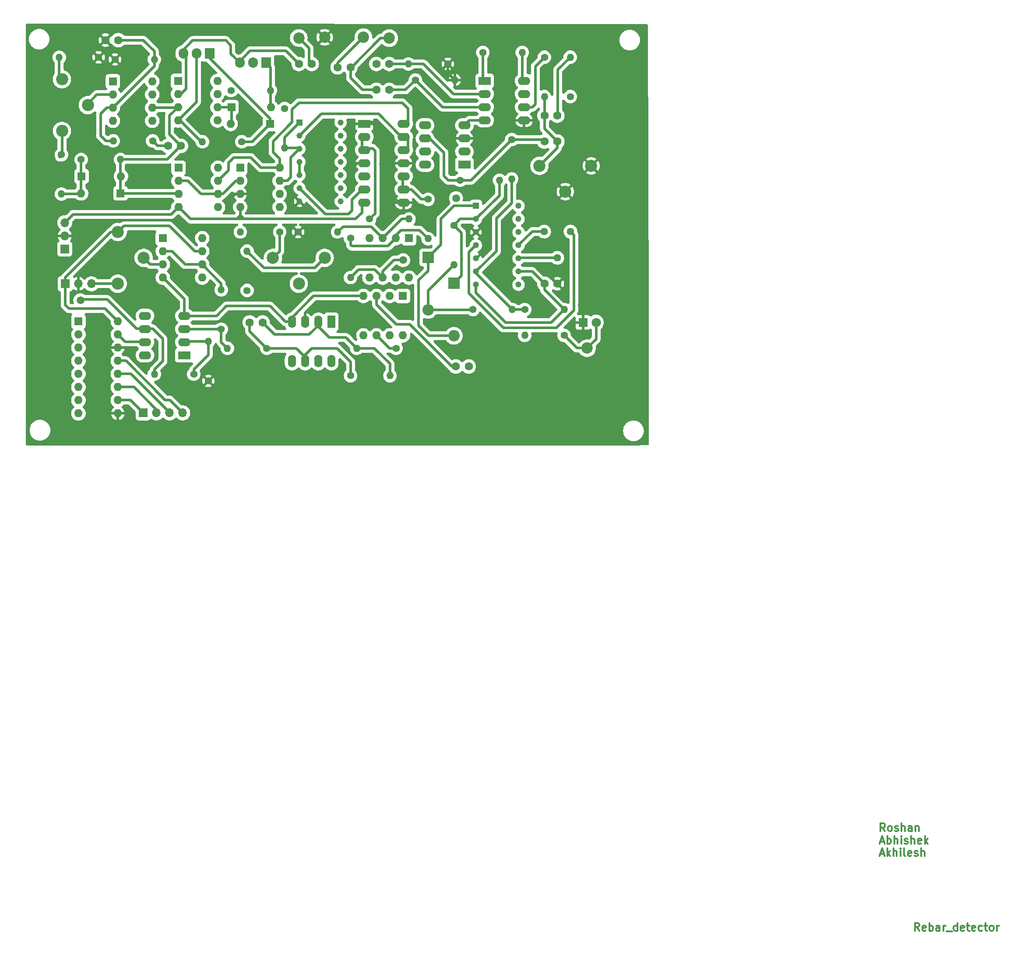
<source format=gbr>
%TF.GenerationSoftware,KiCad,Pcbnew,7.0.10*%
%TF.CreationDate,2024-03-29T17:24:56+05:30*%
%TF.ProjectId,Metal_detector,4d657461-6c5f-4646-9574-6563746f722e,rev?*%
%TF.SameCoordinates,Original*%
%TF.FileFunction,Copper,L1,Top*%
%TF.FilePolarity,Positive*%
%FSLAX46Y46*%
G04 Gerber Fmt 4.6, Leading zero omitted, Abs format (unit mm)*
G04 Created by KiCad (PCBNEW 7.0.10) date 2024-03-29 17:24:56*
%MOMM*%
%LPD*%
G01*
G04 APERTURE LIST*
%ADD10C,0.300000*%
%TA.AperFunction,NonConductor*%
%ADD11C,0.300000*%
%TD*%
%TA.AperFunction,ComponentPad*%
%ADD12C,1.600000*%
%TD*%
%TA.AperFunction,ComponentPad*%
%ADD13R,2.400000X1.600000*%
%TD*%
%TA.AperFunction,ComponentPad*%
%ADD14O,2.400000X1.600000*%
%TD*%
%TA.AperFunction,ComponentPad*%
%ADD15R,1.905000X2.000000*%
%TD*%
%TA.AperFunction,ComponentPad*%
%ADD16O,1.905000X2.000000*%
%TD*%
%TA.AperFunction,ComponentPad*%
%ADD17C,1.400000*%
%TD*%
%TA.AperFunction,ComponentPad*%
%ADD18O,1.400000X1.400000*%
%TD*%
%TA.AperFunction,ComponentPad*%
%ADD19R,1.600000X1.600000*%
%TD*%
%TA.AperFunction,ComponentPad*%
%ADD20O,1.600000X1.600000*%
%TD*%
%TA.AperFunction,ComponentPad*%
%ADD21R,1.700000X1.700000*%
%TD*%
%TA.AperFunction,ComponentPad*%
%ADD22O,1.700000X1.700000*%
%TD*%
%TA.AperFunction,ComponentPad*%
%ADD23R,2.200000X2.200000*%
%TD*%
%TA.AperFunction,ComponentPad*%
%ADD24O,2.200000X2.200000*%
%TD*%
%TA.AperFunction,ComponentPad*%
%ADD25C,2.200000*%
%TD*%
%TA.AperFunction,ComponentPad*%
%ADD26R,1.800000X1.800000*%
%TD*%
%TA.AperFunction,ComponentPad*%
%ADD27C,1.800000*%
%TD*%
%TA.AperFunction,ComponentPad*%
%ADD28R,1.180000X1.180000*%
%TD*%
%TA.AperFunction,ComponentPad*%
%ADD29C,1.180000*%
%TD*%
%TA.AperFunction,ComponentPad*%
%ADD30C,2.340000*%
%TD*%
%TA.AperFunction,ComponentPad*%
%ADD31R,1.600000X2.400000*%
%TD*%
%TA.AperFunction,ComponentPad*%
%ADD32O,1.600000X2.400000*%
%TD*%
%TA.AperFunction,ComponentPad*%
%ADD33R,1.170000X1.170000*%
%TD*%
%TA.AperFunction,ComponentPad*%
%ADD34C,1.170000*%
%TD*%
%TA.AperFunction,ComponentPad*%
%ADD35C,1.440000*%
%TD*%
%TA.AperFunction,ViaPad*%
%ADD36C,1.500000*%
%TD*%
%TA.AperFunction,Conductor*%
%ADD37C,0.500000*%
%TD*%
G04 APERTURE END LIST*
D10*
D11*
X190011653Y-190175828D02*
X189511653Y-189461542D01*
X189154510Y-190175828D02*
X189154510Y-188675828D01*
X189154510Y-188675828D02*
X189725939Y-188675828D01*
X189725939Y-188675828D02*
X189868796Y-188747257D01*
X189868796Y-188747257D02*
X189940225Y-188818685D01*
X189940225Y-188818685D02*
X190011653Y-188961542D01*
X190011653Y-188961542D02*
X190011653Y-189175828D01*
X190011653Y-189175828D02*
X189940225Y-189318685D01*
X189940225Y-189318685D02*
X189868796Y-189390114D01*
X189868796Y-189390114D02*
X189725939Y-189461542D01*
X189725939Y-189461542D02*
X189154510Y-189461542D01*
X191225939Y-190104400D02*
X191083082Y-190175828D01*
X191083082Y-190175828D02*
X190797368Y-190175828D01*
X190797368Y-190175828D02*
X190654510Y-190104400D01*
X190654510Y-190104400D02*
X190583082Y-189961542D01*
X190583082Y-189961542D02*
X190583082Y-189390114D01*
X190583082Y-189390114D02*
X190654510Y-189247257D01*
X190654510Y-189247257D02*
X190797368Y-189175828D01*
X190797368Y-189175828D02*
X191083082Y-189175828D01*
X191083082Y-189175828D02*
X191225939Y-189247257D01*
X191225939Y-189247257D02*
X191297368Y-189390114D01*
X191297368Y-189390114D02*
X191297368Y-189532971D01*
X191297368Y-189532971D02*
X190583082Y-189675828D01*
X191940224Y-190175828D02*
X191940224Y-188675828D01*
X191940224Y-189247257D02*
X192083082Y-189175828D01*
X192083082Y-189175828D02*
X192368796Y-189175828D01*
X192368796Y-189175828D02*
X192511653Y-189247257D01*
X192511653Y-189247257D02*
X192583082Y-189318685D01*
X192583082Y-189318685D02*
X192654510Y-189461542D01*
X192654510Y-189461542D02*
X192654510Y-189890114D01*
X192654510Y-189890114D02*
X192583082Y-190032971D01*
X192583082Y-190032971D02*
X192511653Y-190104400D01*
X192511653Y-190104400D02*
X192368796Y-190175828D01*
X192368796Y-190175828D02*
X192083082Y-190175828D01*
X192083082Y-190175828D02*
X191940224Y-190104400D01*
X193940225Y-190175828D02*
X193940225Y-189390114D01*
X193940225Y-189390114D02*
X193868796Y-189247257D01*
X193868796Y-189247257D02*
X193725939Y-189175828D01*
X193725939Y-189175828D02*
X193440225Y-189175828D01*
X193440225Y-189175828D02*
X193297367Y-189247257D01*
X193940225Y-190104400D02*
X193797367Y-190175828D01*
X193797367Y-190175828D02*
X193440225Y-190175828D01*
X193440225Y-190175828D02*
X193297367Y-190104400D01*
X193297367Y-190104400D02*
X193225939Y-189961542D01*
X193225939Y-189961542D02*
X193225939Y-189818685D01*
X193225939Y-189818685D02*
X193297367Y-189675828D01*
X193297367Y-189675828D02*
X193440225Y-189604400D01*
X193440225Y-189604400D02*
X193797367Y-189604400D01*
X193797367Y-189604400D02*
X193940225Y-189532971D01*
X194654510Y-190175828D02*
X194654510Y-189175828D01*
X194654510Y-189461542D02*
X194725939Y-189318685D01*
X194725939Y-189318685D02*
X194797368Y-189247257D01*
X194797368Y-189247257D02*
X194940225Y-189175828D01*
X194940225Y-189175828D02*
X195083082Y-189175828D01*
X195225939Y-190318685D02*
X196368796Y-190318685D01*
X197368796Y-190175828D02*
X197368796Y-188675828D01*
X197368796Y-190104400D02*
X197225938Y-190175828D01*
X197225938Y-190175828D02*
X196940224Y-190175828D01*
X196940224Y-190175828D02*
X196797367Y-190104400D01*
X196797367Y-190104400D02*
X196725938Y-190032971D01*
X196725938Y-190032971D02*
X196654510Y-189890114D01*
X196654510Y-189890114D02*
X196654510Y-189461542D01*
X196654510Y-189461542D02*
X196725938Y-189318685D01*
X196725938Y-189318685D02*
X196797367Y-189247257D01*
X196797367Y-189247257D02*
X196940224Y-189175828D01*
X196940224Y-189175828D02*
X197225938Y-189175828D01*
X197225938Y-189175828D02*
X197368796Y-189247257D01*
X198654510Y-190104400D02*
X198511653Y-190175828D01*
X198511653Y-190175828D02*
X198225939Y-190175828D01*
X198225939Y-190175828D02*
X198083081Y-190104400D01*
X198083081Y-190104400D02*
X198011653Y-189961542D01*
X198011653Y-189961542D02*
X198011653Y-189390114D01*
X198011653Y-189390114D02*
X198083081Y-189247257D01*
X198083081Y-189247257D02*
X198225939Y-189175828D01*
X198225939Y-189175828D02*
X198511653Y-189175828D01*
X198511653Y-189175828D02*
X198654510Y-189247257D01*
X198654510Y-189247257D02*
X198725939Y-189390114D01*
X198725939Y-189390114D02*
X198725939Y-189532971D01*
X198725939Y-189532971D02*
X198011653Y-189675828D01*
X199154510Y-189175828D02*
X199725938Y-189175828D01*
X199368795Y-188675828D02*
X199368795Y-189961542D01*
X199368795Y-189961542D02*
X199440224Y-190104400D01*
X199440224Y-190104400D02*
X199583081Y-190175828D01*
X199583081Y-190175828D02*
X199725938Y-190175828D01*
X200797367Y-190104400D02*
X200654510Y-190175828D01*
X200654510Y-190175828D02*
X200368796Y-190175828D01*
X200368796Y-190175828D02*
X200225938Y-190104400D01*
X200225938Y-190104400D02*
X200154510Y-189961542D01*
X200154510Y-189961542D02*
X200154510Y-189390114D01*
X200154510Y-189390114D02*
X200225938Y-189247257D01*
X200225938Y-189247257D02*
X200368796Y-189175828D01*
X200368796Y-189175828D02*
X200654510Y-189175828D01*
X200654510Y-189175828D02*
X200797367Y-189247257D01*
X200797367Y-189247257D02*
X200868796Y-189390114D01*
X200868796Y-189390114D02*
X200868796Y-189532971D01*
X200868796Y-189532971D02*
X200154510Y-189675828D01*
X202154510Y-190104400D02*
X202011652Y-190175828D01*
X202011652Y-190175828D02*
X201725938Y-190175828D01*
X201725938Y-190175828D02*
X201583081Y-190104400D01*
X201583081Y-190104400D02*
X201511652Y-190032971D01*
X201511652Y-190032971D02*
X201440224Y-189890114D01*
X201440224Y-189890114D02*
X201440224Y-189461542D01*
X201440224Y-189461542D02*
X201511652Y-189318685D01*
X201511652Y-189318685D02*
X201583081Y-189247257D01*
X201583081Y-189247257D02*
X201725938Y-189175828D01*
X201725938Y-189175828D02*
X202011652Y-189175828D01*
X202011652Y-189175828D02*
X202154510Y-189247257D01*
X202583081Y-189175828D02*
X203154509Y-189175828D01*
X202797366Y-188675828D02*
X202797366Y-189961542D01*
X202797366Y-189961542D02*
X202868795Y-190104400D01*
X202868795Y-190104400D02*
X203011652Y-190175828D01*
X203011652Y-190175828D02*
X203154509Y-190175828D01*
X203868795Y-190175828D02*
X203725938Y-190104400D01*
X203725938Y-190104400D02*
X203654509Y-190032971D01*
X203654509Y-190032971D02*
X203583081Y-189890114D01*
X203583081Y-189890114D02*
X203583081Y-189461542D01*
X203583081Y-189461542D02*
X203654509Y-189318685D01*
X203654509Y-189318685D02*
X203725938Y-189247257D01*
X203725938Y-189247257D02*
X203868795Y-189175828D01*
X203868795Y-189175828D02*
X204083081Y-189175828D01*
X204083081Y-189175828D02*
X204225938Y-189247257D01*
X204225938Y-189247257D02*
X204297367Y-189318685D01*
X204297367Y-189318685D02*
X204368795Y-189461542D01*
X204368795Y-189461542D02*
X204368795Y-189890114D01*
X204368795Y-189890114D02*
X204297367Y-190032971D01*
X204297367Y-190032971D02*
X204225938Y-190104400D01*
X204225938Y-190104400D02*
X204083081Y-190175828D01*
X204083081Y-190175828D02*
X203868795Y-190175828D01*
X205011652Y-190175828D02*
X205011652Y-189175828D01*
X205011652Y-189461542D02*
X205083081Y-189318685D01*
X205083081Y-189318685D02*
X205154510Y-189247257D01*
X205154510Y-189247257D02*
X205297367Y-189175828D01*
X205297367Y-189175828D02*
X205440224Y-189175828D01*
D10*
D11*
X183361653Y-170920828D02*
X182861653Y-170206542D01*
X182504510Y-170920828D02*
X182504510Y-169420828D01*
X182504510Y-169420828D02*
X183075939Y-169420828D01*
X183075939Y-169420828D02*
X183218796Y-169492257D01*
X183218796Y-169492257D02*
X183290225Y-169563685D01*
X183290225Y-169563685D02*
X183361653Y-169706542D01*
X183361653Y-169706542D02*
X183361653Y-169920828D01*
X183361653Y-169920828D02*
X183290225Y-170063685D01*
X183290225Y-170063685D02*
X183218796Y-170135114D01*
X183218796Y-170135114D02*
X183075939Y-170206542D01*
X183075939Y-170206542D02*
X182504510Y-170206542D01*
X184218796Y-170920828D02*
X184075939Y-170849400D01*
X184075939Y-170849400D02*
X184004510Y-170777971D01*
X184004510Y-170777971D02*
X183933082Y-170635114D01*
X183933082Y-170635114D02*
X183933082Y-170206542D01*
X183933082Y-170206542D02*
X184004510Y-170063685D01*
X184004510Y-170063685D02*
X184075939Y-169992257D01*
X184075939Y-169992257D02*
X184218796Y-169920828D01*
X184218796Y-169920828D02*
X184433082Y-169920828D01*
X184433082Y-169920828D02*
X184575939Y-169992257D01*
X184575939Y-169992257D02*
X184647368Y-170063685D01*
X184647368Y-170063685D02*
X184718796Y-170206542D01*
X184718796Y-170206542D02*
X184718796Y-170635114D01*
X184718796Y-170635114D02*
X184647368Y-170777971D01*
X184647368Y-170777971D02*
X184575939Y-170849400D01*
X184575939Y-170849400D02*
X184433082Y-170920828D01*
X184433082Y-170920828D02*
X184218796Y-170920828D01*
X185290225Y-170849400D02*
X185433082Y-170920828D01*
X185433082Y-170920828D02*
X185718796Y-170920828D01*
X185718796Y-170920828D02*
X185861653Y-170849400D01*
X185861653Y-170849400D02*
X185933082Y-170706542D01*
X185933082Y-170706542D02*
X185933082Y-170635114D01*
X185933082Y-170635114D02*
X185861653Y-170492257D01*
X185861653Y-170492257D02*
X185718796Y-170420828D01*
X185718796Y-170420828D02*
X185504511Y-170420828D01*
X185504511Y-170420828D02*
X185361653Y-170349400D01*
X185361653Y-170349400D02*
X185290225Y-170206542D01*
X185290225Y-170206542D02*
X185290225Y-170135114D01*
X185290225Y-170135114D02*
X185361653Y-169992257D01*
X185361653Y-169992257D02*
X185504511Y-169920828D01*
X185504511Y-169920828D02*
X185718796Y-169920828D01*
X185718796Y-169920828D02*
X185861653Y-169992257D01*
X186575939Y-170920828D02*
X186575939Y-169420828D01*
X187218797Y-170920828D02*
X187218797Y-170135114D01*
X187218797Y-170135114D02*
X187147368Y-169992257D01*
X187147368Y-169992257D02*
X187004511Y-169920828D01*
X187004511Y-169920828D02*
X186790225Y-169920828D01*
X186790225Y-169920828D02*
X186647368Y-169992257D01*
X186647368Y-169992257D02*
X186575939Y-170063685D01*
X188575940Y-170920828D02*
X188575940Y-170135114D01*
X188575940Y-170135114D02*
X188504511Y-169992257D01*
X188504511Y-169992257D02*
X188361654Y-169920828D01*
X188361654Y-169920828D02*
X188075940Y-169920828D01*
X188075940Y-169920828D02*
X187933082Y-169992257D01*
X188575940Y-170849400D02*
X188433082Y-170920828D01*
X188433082Y-170920828D02*
X188075940Y-170920828D01*
X188075940Y-170920828D02*
X187933082Y-170849400D01*
X187933082Y-170849400D02*
X187861654Y-170706542D01*
X187861654Y-170706542D02*
X187861654Y-170563685D01*
X187861654Y-170563685D02*
X187933082Y-170420828D01*
X187933082Y-170420828D02*
X188075940Y-170349400D01*
X188075940Y-170349400D02*
X188433082Y-170349400D01*
X188433082Y-170349400D02*
X188575940Y-170277971D01*
X189290225Y-169920828D02*
X189290225Y-170920828D01*
X189290225Y-170063685D02*
X189361654Y-169992257D01*
X189361654Y-169992257D02*
X189504511Y-169920828D01*
X189504511Y-169920828D02*
X189718797Y-169920828D01*
X189718797Y-169920828D02*
X189861654Y-169992257D01*
X189861654Y-169992257D02*
X189933083Y-170135114D01*
X189933083Y-170135114D02*
X189933083Y-170920828D01*
X182433082Y-172907257D02*
X183147368Y-172907257D01*
X182290225Y-173335828D02*
X182790225Y-171835828D01*
X182790225Y-171835828D02*
X183290225Y-173335828D01*
X183790224Y-173335828D02*
X183790224Y-171835828D01*
X183790224Y-172407257D02*
X183933082Y-172335828D01*
X183933082Y-172335828D02*
X184218796Y-172335828D01*
X184218796Y-172335828D02*
X184361653Y-172407257D01*
X184361653Y-172407257D02*
X184433082Y-172478685D01*
X184433082Y-172478685D02*
X184504510Y-172621542D01*
X184504510Y-172621542D02*
X184504510Y-173050114D01*
X184504510Y-173050114D02*
X184433082Y-173192971D01*
X184433082Y-173192971D02*
X184361653Y-173264400D01*
X184361653Y-173264400D02*
X184218796Y-173335828D01*
X184218796Y-173335828D02*
X183933082Y-173335828D01*
X183933082Y-173335828D02*
X183790224Y-173264400D01*
X185147367Y-173335828D02*
X185147367Y-171835828D01*
X185790225Y-173335828D02*
X185790225Y-172550114D01*
X185790225Y-172550114D02*
X185718796Y-172407257D01*
X185718796Y-172407257D02*
X185575939Y-172335828D01*
X185575939Y-172335828D02*
X185361653Y-172335828D01*
X185361653Y-172335828D02*
X185218796Y-172407257D01*
X185218796Y-172407257D02*
X185147367Y-172478685D01*
X186504510Y-173335828D02*
X186504510Y-172335828D01*
X186504510Y-171835828D02*
X186433082Y-171907257D01*
X186433082Y-171907257D02*
X186504510Y-171978685D01*
X186504510Y-171978685D02*
X186575939Y-171907257D01*
X186575939Y-171907257D02*
X186504510Y-171835828D01*
X186504510Y-171835828D02*
X186504510Y-171978685D01*
X187147368Y-173264400D02*
X187290225Y-173335828D01*
X187290225Y-173335828D02*
X187575939Y-173335828D01*
X187575939Y-173335828D02*
X187718796Y-173264400D01*
X187718796Y-173264400D02*
X187790225Y-173121542D01*
X187790225Y-173121542D02*
X187790225Y-173050114D01*
X187790225Y-173050114D02*
X187718796Y-172907257D01*
X187718796Y-172907257D02*
X187575939Y-172835828D01*
X187575939Y-172835828D02*
X187361654Y-172835828D01*
X187361654Y-172835828D02*
X187218796Y-172764400D01*
X187218796Y-172764400D02*
X187147368Y-172621542D01*
X187147368Y-172621542D02*
X187147368Y-172550114D01*
X187147368Y-172550114D02*
X187218796Y-172407257D01*
X187218796Y-172407257D02*
X187361654Y-172335828D01*
X187361654Y-172335828D02*
X187575939Y-172335828D01*
X187575939Y-172335828D02*
X187718796Y-172407257D01*
X188433082Y-173335828D02*
X188433082Y-171835828D01*
X189075940Y-173335828D02*
X189075940Y-172550114D01*
X189075940Y-172550114D02*
X189004511Y-172407257D01*
X189004511Y-172407257D02*
X188861654Y-172335828D01*
X188861654Y-172335828D02*
X188647368Y-172335828D01*
X188647368Y-172335828D02*
X188504511Y-172407257D01*
X188504511Y-172407257D02*
X188433082Y-172478685D01*
X190361654Y-173264400D02*
X190218797Y-173335828D01*
X190218797Y-173335828D02*
X189933083Y-173335828D01*
X189933083Y-173335828D02*
X189790225Y-173264400D01*
X189790225Y-173264400D02*
X189718797Y-173121542D01*
X189718797Y-173121542D02*
X189718797Y-172550114D01*
X189718797Y-172550114D02*
X189790225Y-172407257D01*
X189790225Y-172407257D02*
X189933083Y-172335828D01*
X189933083Y-172335828D02*
X190218797Y-172335828D01*
X190218797Y-172335828D02*
X190361654Y-172407257D01*
X190361654Y-172407257D02*
X190433083Y-172550114D01*
X190433083Y-172550114D02*
X190433083Y-172692971D01*
X190433083Y-172692971D02*
X189718797Y-172835828D01*
X191075939Y-173335828D02*
X191075939Y-171835828D01*
X191218797Y-172764400D02*
X191647368Y-173335828D01*
X191647368Y-172335828D02*
X191075939Y-172907257D01*
X182433082Y-175322257D02*
X183147368Y-175322257D01*
X182290225Y-175750828D02*
X182790225Y-174250828D01*
X182790225Y-174250828D02*
X183290225Y-175750828D01*
X183790224Y-175750828D02*
X183790224Y-174250828D01*
X183933082Y-175179400D02*
X184361653Y-175750828D01*
X184361653Y-174750828D02*
X183790224Y-175322257D01*
X185004510Y-175750828D02*
X185004510Y-174250828D01*
X185647368Y-175750828D02*
X185647368Y-174965114D01*
X185647368Y-174965114D02*
X185575939Y-174822257D01*
X185575939Y-174822257D02*
X185433082Y-174750828D01*
X185433082Y-174750828D02*
X185218796Y-174750828D01*
X185218796Y-174750828D02*
X185075939Y-174822257D01*
X185075939Y-174822257D02*
X185004510Y-174893685D01*
X186361653Y-175750828D02*
X186361653Y-174750828D01*
X186361653Y-174250828D02*
X186290225Y-174322257D01*
X186290225Y-174322257D02*
X186361653Y-174393685D01*
X186361653Y-174393685D02*
X186433082Y-174322257D01*
X186433082Y-174322257D02*
X186361653Y-174250828D01*
X186361653Y-174250828D02*
X186361653Y-174393685D01*
X187290225Y-175750828D02*
X187147368Y-175679400D01*
X187147368Y-175679400D02*
X187075939Y-175536542D01*
X187075939Y-175536542D02*
X187075939Y-174250828D01*
X188433082Y-175679400D02*
X188290225Y-175750828D01*
X188290225Y-175750828D02*
X188004511Y-175750828D01*
X188004511Y-175750828D02*
X187861653Y-175679400D01*
X187861653Y-175679400D02*
X187790225Y-175536542D01*
X187790225Y-175536542D02*
X187790225Y-174965114D01*
X187790225Y-174965114D02*
X187861653Y-174822257D01*
X187861653Y-174822257D02*
X188004511Y-174750828D01*
X188004511Y-174750828D02*
X188290225Y-174750828D01*
X188290225Y-174750828D02*
X188433082Y-174822257D01*
X188433082Y-174822257D02*
X188504511Y-174965114D01*
X188504511Y-174965114D02*
X188504511Y-175107971D01*
X188504511Y-175107971D02*
X187790225Y-175250828D01*
X189075939Y-175679400D02*
X189218796Y-175750828D01*
X189218796Y-175750828D02*
X189504510Y-175750828D01*
X189504510Y-175750828D02*
X189647367Y-175679400D01*
X189647367Y-175679400D02*
X189718796Y-175536542D01*
X189718796Y-175536542D02*
X189718796Y-175465114D01*
X189718796Y-175465114D02*
X189647367Y-175322257D01*
X189647367Y-175322257D02*
X189504510Y-175250828D01*
X189504510Y-175250828D02*
X189290225Y-175250828D01*
X189290225Y-175250828D02*
X189147367Y-175179400D01*
X189147367Y-175179400D02*
X189075939Y-175036542D01*
X189075939Y-175036542D02*
X189075939Y-174965114D01*
X189075939Y-174965114D02*
X189147367Y-174822257D01*
X189147367Y-174822257D02*
X189290225Y-174750828D01*
X189290225Y-174750828D02*
X189504510Y-174750828D01*
X189504510Y-174750828D02*
X189647367Y-174822257D01*
X190361653Y-175750828D02*
X190361653Y-174250828D01*
X191004511Y-175750828D02*
X191004511Y-174965114D01*
X191004511Y-174965114D02*
X190933082Y-174822257D01*
X190933082Y-174822257D02*
X190790225Y-174750828D01*
X190790225Y-174750828D02*
X190575939Y-174750828D01*
X190575939Y-174750828D02*
X190433082Y-174822257D01*
X190433082Y-174822257D02*
X190361653Y-174893685D01*
D12*
%TO.P,C11,1*%
%TO.N,Net-(U8-+)*%
X100370000Y-81026000D03*
%TO.P,C11,2*%
%TO.N,Net-(C11-Pad2)*%
X102870000Y-81026000D03*
%TD*%
D13*
%TO.P,IC4,1*%
%TO.N,unconnected-(IC4-Pad1)*%
X102025000Y-41975000D03*
D14*
%TO.P,IC4,2*%
%TO.N,Net-(C2-Pad2)*%
X102025000Y-39435000D03*
%TO.P,IC4,3*%
%TO.N,GND*%
X102025000Y-36895000D03*
%TO.P,IC4,4*%
%TO.N,-5V*%
X102025000Y-34355000D03*
%TO.P,IC4,5*%
%TO.N,unconnected-(IC4-Pad5)*%
X94405000Y-34355000D03*
%TO.P,IC4,6*%
%TO.N,Net-(C3-Pad2)*%
X94405000Y-36895000D03*
%TO.P,IC4,7*%
%TO.N,+5V*%
X94405000Y-39435000D03*
%TO.P,IC4,8*%
%TO.N,unconnected-(IC4-Pad8)*%
X94405000Y-41975000D03*
%TD*%
D15*
%TO.P,Q1,1,G*%
%TO.N,Net-(D1-A)*%
X63652400Y-22270600D03*
D16*
%TO.P,Q1,2,D*%
%TO.N,+12V*%
X61112400Y-22270600D03*
%TO.P,Q1,3,S*%
%TO.N,Net-(Q1-S)*%
X58572400Y-22270600D03*
%TD*%
D17*
%TO.P,R10,1*%
%TO.N,Net-(D7-A)*%
X103690000Y-70000000D03*
D18*
%TO.P,R10,2*%
%TO.N,Net-(R10-Pad2)*%
X111310000Y-70000000D03*
%TD*%
D17*
%TO.P,R7,1*%
%TO.N,Net-(IC1-Pad6)*%
X117500000Y-21190000D03*
D18*
%TO.P,R7,2*%
%TO.N,Net-(C2-Pad1)*%
X117500000Y-28810000D03*
%TD*%
D17*
%TO.P,R31,1*%
%TO.N,GND*%
X31292800Y-21209000D03*
D18*
%TO.P,R31,2*%
%TO.N,Net-(R31-Pad2)*%
X23672800Y-21209000D03*
%TD*%
D19*
%TO.P,U1,1,NULL*%
%TO.N,unconnected-(U1-NULL-Pad1)*%
X46644400Y-25791000D03*
D20*
%TO.P,U1,2,-*%
%TO.N,Net-(Q1-S)*%
X46644400Y-28331000D03*
%TO.P,U1,3,+*%
%TO.N,Vin*%
X46644400Y-30871000D03*
%TO.P,U1,4,V-*%
%TO.N,-12V*%
X46644400Y-33411000D03*
%TO.P,U1,5,NULL*%
%TO.N,unconnected-(U1-NULL-Pad5)*%
X54264400Y-33411000D03*
%TO.P,U1,6*%
%TO.N,Net-(D1-K)*%
X54264400Y-30871000D03*
%TO.P,U1,7,V+*%
%TO.N,+12V*%
X54264400Y-28331000D03*
%TO.P,U1,8,NC*%
%TO.N,unconnected-(U1-NC-Pad8)*%
X54264400Y-25791000D03*
%TD*%
D21*
%TO.P,J6,1,Pin_1*%
%TO.N,+12V*%
X24725000Y-58280000D03*
D22*
%TO.P,J6,2,Pin_2*%
%TO.N,GND*%
X24725000Y-55740000D03*
%TO.P,J6,3,Pin_3*%
%TO.N,-12V*%
X24725000Y-53200000D03*
%TD*%
D23*
%TO.P,D5,1,K*%
%TO.N,Net-(D5-K)*%
X100000000Y-64920000D03*
D24*
%TO.P,D5,2,A*%
%TO.N,Net-(D5-A)*%
X100000000Y-75080000D03*
%TD*%
D17*
%TO.P,R11,1*%
%TO.N,Net-(C3-Pad2)*%
X111175000Y-37115000D03*
D18*
%TO.P,R11,2*%
%TO.N,Net-(R10-Pad2)*%
X111175000Y-44735000D03*
%TD*%
D17*
%TO.P,R35,1*%
%TO.N,Net-(C10-Pad2)*%
X92550000Y-25600000D03*
D18*
%TO.P,R35,2*%
%TO.N,GND*%
X100170000Y-25600000D03*
%TD*%
D17*
%TO.P,R30,1*%
%TO.N,Net-(C6-Pad1)*%
X41732200Y-37363400D03*
D18*
%TO.P,R30,2*%
%TO.N,Net-(U2-+)*%
X34112200Y-37363400D03*
%TD*%
D17*
%TO.P,R33,1*%
%TO.N,Net-(D3-A)*%
X27915000Y-40975000D03*
D18*
%TO.P,R33,2*%
%TO.N,Vin*%
X35535000Y-40975000D03*
%TD*%
D17*
%TO.P,R17,1*%
%TO.N,Net-(IC2-Pad3)*%
X55000000Y-73810000D03*
D18*
%TO.P,R17,2*%
%TO.N,Net-(U7--)*%
X55000000Y-66190000D03*
%TD*%
D12*
%TO.P,C2,1*%
%TO.N,Net-(C2-Pad1)*%
X117500000Y-32500000D03*
%TO.P,C2,2*%
%TO.N,Net-(C2-Pad2)*%
X120000000Y-32500000D03*
%TD*%
D19*
%TO.P,D1,1,K*%
%TO.N,Net-(D1-K)*%
X56972200Y-30861000D03*
D20*
%TO.P,D1,2,A*%
%TO.N,Net-(D1-A)*%
X64592200Y-30861000D03*
%TD*%
D25*
%TO.P,J4,1,Pin_1*%
%TO.N,Net-(J4-Pin_1)*%
X82500000Y-17297400D03*
%TD*%
D13*
%TO.P,IC1,1*%
%TO.N,Net-(IC1-Pad1)*%
X105950000Y-25775000D03*
D14*
%TO.P,IC1,2*%
%TO.N,Net-(C9-Pad2)*%
X105950000Y-28315000D03*
%TO.P,IC1,3*%
%TO.N,Net-(C10-Pad2)*%
X105950000Y-30855000D03*
%TO.P,IC1,4,V-*%
%TO.N,-5V*%
X105950000Y-33395000D03*
%TO.P,IC1,5*%
%TO.N,GND*%
X113570000Y-33395000D03*
%TO.P,IC1,6*%
%TO.N,Net-(IC1-Pad6)*%
X113570000Y-30855000D03*
%TO.P,IC1,7,V+*%
%TO.N,+5V*%
X113570000Y-28315000D03*
%TO.P,IC1,8*%
%TO.N,Net-(IC1-Pad8)*%
X113570000Y-25775000D03*
%TD*%
D25*
%TO.P,J8,1,Pin_1*%
%TO.N,Net-(D6-A)*%
X125750000Y-77475000D03*
%TD*%
D26*
%TO.P,D6,1,K*%
%TO.N,GND*%
X124960000Y-72500000D03*
D27*
%TO.P,D6,2,A*%
%TO.N,Net-(D6-A)*%
X127500000Y-72500000D03*
%TD*%
D12*
%TO.P,C1,1*%
%TO.N,Net-(J4-Pin_1)*%
X77500000Y-23139400D03*
%TO.P,C1,2*%
%TO.N,Net-(J7-Pin_1)*%
X80000000Y-23139400D03*
%TD*%
D17*
%TO.P,R2,1*%
%TO.N,Net-(D2-K)*%
X58978800Y-37541200D03*
D18*
%TO.P,R2,2*%
%TO.N,-12V*%
X51358800Y-37541200D03*
%TD*%
D17*
%TO.P,R28,1*%
%TO.N,+5V*%
X67259200Y-31115000D03*
D18*
%TO.P,R28,2*%
%TO.N,Net-(U60-1A)*%
X67259200Y-38735000D03*
%TD*%
D25*
%TO.P,J2,1,Pin_1*%
%TO.N,GND*%
X75000000Y-17348200D03*
%TD*%
D23*
%TO.P,D7,1,K*%
%TO.N,Net-(D5-A)*%
X95000000Y-59920000D03*
D24*
%TO.P,D7,2,A*%
%TO.N,Net-(D7-A)*%
X95000000Y-70080000D03*
%TD*%
D25*
%TO.P,J3,1,Pin_1*%
%TO.N,Net-(J3-Pin_1)*%
X70000000Y-17475200D03*
%TD*%
D17*
%TO.P,R24,1*%
%TO.N,GND*%
X69880000Y-55000000D03*
D18*
%TO.P,R24,2*%
%TO.N,Net-(U9-+)*%
X77500000Y-55000000D03*
%TD*%
D19*
%TO.P,U11,1,CH0*%
%TO.N,Net-(U11-CH0)*%
X27380000Y-72300000D03*
D20*
%TO.P,U11,2,CH1*%
%TO.N,unconnected-(U11-CH1-Pad2)*%
X27380000Y-74840000D03*
%TO.P,U11,3,CH2*%
%TO.N,unconnected-(U11-CH2-Pad3)*%
X27380000Y-77380000D03*
%TO.P,U11,4,CH3*%
%TO.N,unconnected-(U11-CH3-Pad4)*%
X27380000Y-79920000D03*
%TO.P,U11,5,CH4*%
%TO.N,unconnected-(U11-CH4-Pad5)*%
X27380000Y-82460000D03*
%TO.P,U11,6,CH5*%
%TO.N,unconnected-(U11-CH5-Pad6)*%
X27380000Y-85000000D03*
%TO.P,U11,7,CH6*%
%TO.N,unconnected-(U11-CH6-Pad7)*%
X27380000Y-87540000D03*
%TO.P,U11,8,CH7*%
%TO.N,unconnected-(U11-CH7-Pad8)*%
X27380000Y-90080000D03*
%TO.P,U11,9,DGND*%
%TO.N,GND*%
X35000000Y-90080000D03*
%TO.P,U11,10,~{CS}/SHDN*%
%TO.N,Net-(J1-Pin_1)*%
X35000000Y-87540000D03*
%TO.P,U11,11,Din*%
%TO.N,Net-(J1-Pin_2)*%
X35000000Y-85000000D03*
%TO.P,U11,12,Dout*%
%TO.N,Net-(J1-Pin_3)*%
X35000000Y-82460000D03*
%TO.P,U11,13,CLK*%
%TO.N,Net-(J1-Pin_4)*%
X35000000Y-79920000D03*
%TO.P,U11,14,AGND*%
%TO.N,GND*%
X35000000Y-77380000D03*
%TO.P,U11,15,Vref*%
%TO.N,+5V*%
X35000000Y-74840000D03*
%TO.P,U11,16,Vdd*%
X35000000Y-72300000D03*
%TD*%
D15*
%TO.P,Q2,1,G*%
%TO.N,Net-(D2-K)*%
X52755800Y-20472400D03*
D16*
%TO.P,Q2,2,D*%
%TO.N,-12V*%
X50215800Y-20472400D03*
%TO.P,Q2,3,S*%
%TO.N,Net-(Q1-S)*%
X47675800Y-20472400D03*
%TD*%
D25*
%TO.P,J7,1,Pin_1*%
%TO.N,Net-(J7-Pin_1)*%
X87500000Y-17500000D03*
%TD*%
D17*
%TO.P,R12,1*%
%TO.N,Net-(R10-Pad2)*%
X113690000Y-70000000D03*
D18*
%TO.P,R12,2*%
%TO.N,Net-(C4-Pad2)*%
X121310000Y-70000000D03*
%TD*%
D17*
%TO.P,R3,1*%
%TO.N,GND*%
X98810000Y-22500000D03*
D18*
%TO.P,R3,2*%
%TO.N,Net-(C9-Pad2)*%
X91190000Y-22500000D03*
%TD*%
D12*
%TO.P,C6,1*%
%TO.N,Net-(C6-Pad1)*%
X44698600Y-38354000D03*
%TO.P,C6,2*%
%TO.N,Vin*%
X47198600Y-38354000D03*
%TD*%
D17*
%TO.P,R9,1*%
%TO.N,Net-(D6-A)*%
X121310000Y-75000000D03*
D18*
%TO.P,R9,2*%
%TO.N,Net-(R9-Pad2)*%
X113690000Y-75000000D03*
%TD*%
D19*
%TO.P,U2,1,NULL*%
%TO.N,unconnected-(U2-NULL-Pad1)*%
X34046000Y-25867200D03*
D20*
%TO.P,U2,2,-*%
%TO.N,Net-(U2--)*%
X34046000Y-28407200D03*
%TO.P,U2,3,+*%
%TO.N,Net-(U2-+)*%
X34046000Y-30947200D03*
%TO.P,U2,4,V-*%
%TO.N,-12V*%
X34046000Y-33487200D03*
%TO.P,U2,5,NULL*%
%TO.N,unconnected-(U2-NULL-Pad5)*%
X41666000Y-33487200D03*
%TO.P,U2,6*%
%TO.N,Vin*%
X41666000Y-30947200D03*
%TO.P,U2,7,V+*%
%TO.N,+12V*%
X41666000Y-28407200D03*
%TO.P,U2,8,NC*%
%TO.N,unconnected-(U2-NC-Pad8)*%
X41666000Y-25867200D03*
%TD*%
D13*
%TO.P,IC2,1*%
%TO.N,unconnected-(IC2-Pad1)*%
X47875000Y-78850000D03*
D14*
%TO.P,IC2,2*%
%TO.N,Net-(IC2-Pad2)*%
X47875000Y-76310000D03*
%TO.P,IC2,3*%
%TO.N,Net-(IC2-Pad3)*%
X47875000Y-73770000D03*
%TO.P,IC2,4*%
%TO.N,-5V*%
X47875000Y-71230000D03*
%TO.P,IC2,5*%
%TO.N,unconnected-(IC2-Pad5)*%
X40255000Y-71230000D03*
%TO.P,IC2,6*%
%TO.N,Net-(U11-CH0)*%
X40255000Y-73770000D03*
%TO.P,IC2,7*%
%TO.N,+5V*%
X40255000Y-76310000D03*
%TO.P,IC2,8*%
%TO.N,unconnected-(IC2-Pad8)*%
X40255000Y-78850000D03*
%TD*%
D21*
%TO.P,J1,1,Pin_1*%
%TO.N,Net-(J1-Pin_1)*%
X39920000Y-90000000D03*
D22*
%TO.P,J1,2,Pin_2*%
%TO.N,Net-(J1-Pin_2)*%
X42460000Y-90000000D03*
%TO.P,J1,3,Pin_3*%
%TO.N,Net-(J1-Pin_3)*%
X45000000Y-90000000D03*
%TO.P,J1,4,Pin_4*%
%TO.N,Net-(J1-Pin_4)*%
X47540000Y-90000000D03*
%TD*%
D19*
%TO.P,U7,1,NULL*%
%TO.N,unconnected-(U7-NULL-Pad1)*%
X43700000Y-56200000D03*
D20*
%TO.P,U7,2,-*%
%TO.N,Net-(U7--)*%
X43700000Y-58740000D03*
%TO.P,U7,3,+*%
%TO.N,Net-(U7-+)*%
X43700000Y-61280000D03*
%TO.P,U7,4,V-*%
%TO.N,-5V*%
X43700000Y-63820000D03*
%TO.P,U7,5,NULL*%
%TO.N,unconnected-(U7-NULL-Pad5)*%
X51320000Y-63820000D03*
%TO.P,U7,6*%
%TO.N,Net-(U7--)*%
X51320000Y-61280000D03*
%TO.P,U7,7,V+*%
%TO.N,+5V*%
X51320000Y-58740000D03*
%TO.P,U7,8,NC*%
%TO.N,unconnected-(U7-NC-Pad8)*%
X51320000Y-56200000D03*
%TD*%
D17*
%TO.P,R50,1*%
%TO.N,GND*%
X52500000Y-83810000D03*
D18*
%TO.P,R50,2*%
%TO.N,Net-(IC2-Pad2)*%
X52500000Y-76190000D03*
%TD*%
D12*
%TO.P,C4,1*%
%TO.N,GND*%
X120000000Y-65000000D03*
%TO.P,C4,2*%
%TO.N,Net-(C4-Pad2)*%
X117500000Y-65000000D03*
%TD*%
D19*
%TO.P,U10,1,NULL*%
%TO.N,unconnected-(U10-NULL-Pad1)*%
X46746000Y-42580400D03*
D20*
%TO.P,U10,2,-*%
%TO.N,Net-(U10--)*%
X46746000Y-45120400D03*
%TO.P,U10,3,+*%
%TO.N,Vin*%
X46746000Y-47660400D03*
%TO.P,U10,4,V-*%
%TO.N,-12V*%
X46746000Y-50200400D03*
%TO.P,U10,5,NULL*%
%TO.N,unconnected-(U10-NULL-Pad5)*%
X54366000Y-50200400D03*
%TO.P,U10,6*%
%TO.N,Net-(U10--)*%
X54366000Y-47660400D03*
%TO.P,U10,7,V+*%
%TO.N,+12V*%
X54366000Y-45120400D03*
%TO.P,U10,8,NC*%
%TO.N,unconnected-(U10-NC-Pad8)*%
X54366000Y-42580400D03*
%TD*%
D17*
%TO.P,R26,1*%
%TO.N,Net-(IC5B-B)*%
X83690000Y-52500000D03*
D18*
%TO.P,R26,2*%
%TO.N,Net-(U9-+)*%
X91310000Y-52500000D03*
%TD*%
D17*
%TO.P,R20,1*%
%TO.N,Net-(C5-Pad1)*%
X80010000Y-82804000D03*
D18*
%TO.P,R20,2*%
%TO.N,Net-(C5-Pad2)*%
X87630000Y-82804000D03*
%TD*%
D12*
%TO.P,C3,1*%
%TO.N,Net-(C2-Pad1)*%
X120000000Y-37500000D03*
%TO.P,C3,2*%
%TO.N,Net-(C3-Pad2)*%
X117500000Y-37500000D03*
%TD*%
D19*
%TO.P,D4,1,K*%
%TO.N,Net-(D3-A)*%
X27990000Y-44225000D03*
D20*
%TO.P,D4,2,A*%
%TO.N,Vin*%
X35610000Y-44225000D03*
%TD*%
D12*
%TO.P,C8,1*%
%TO.N,Net-(Q1-S)*%
X70000000Y-22500000D03*
%TO.P,C8,2*%
%TO.N,Net-(J3-Pin_1)*%
X72500000Y-22500000D03*
%TD*%
D28*
%TO.P,U3,1*%
%TO.N,Net-(D5-A)*%
X104245000Y-49960000D03*
D29*
%TO.P,U3,2*%
%TO.N,Net-(D5-K)*%
X104245000Y-52500000D03*
%TO.P,U3,3*%
%TO.N,GND*%
X104245000Y-55040000D03*
%TO.P,U3,4*%
%TO.N,+5V*%
X104245000Y-57580000D03*
%TO.P,U3,5*%
%TO.N,GND*%
X104245000Y-60120000D03*
%TO.P,U3,6*%
%TO.N,Net-(R10-Pad2)*%
X104245000Y-62660000D03*
%TO.P,U3,7*%
%TO.N,Net-(C4-Pad2)*%
X104245000Y-65200000D03*
%TO.P,U3,8*%
%TO.N,Net-(R9-Pad2)*%
X112500000Y-65200000D03*
%TO.P,U3,9*%
%TO.N,Net-(C4-Pad2)*%
X112500000Y-62660000D03*
%TO.P,U3,10*%
%TO.N,Net-(RV2-Pad2)*%
X112500000Y-60120000D03*
%TO.P,U3,11*%
%TO.N,-5V*%
X112500000Y-57580000D03*
%TO.P,U3,12*%
%TO.N,N/C*%
X112500000Y-55040000D03*
%TO.P,U3,13*%
X112500000Y-52500000D03*
%TO.P,U3,14*%
X112500000Y-49960000D03*
%TD*%
D30*
%TO.P,RV3,1,1*%
%TO.N,+5V*%
X35000000Y-55000000D03*
%TO.P,RV3,2,2*%
%TO.N,Net-(U7-+)*%
X40000000Y-60000000D03*
%TO.P,RV3,3,3*%
%TO.N,-5V*%
X35000000Y-65000000D03*
%TD*%
D17*
%TO.P,R6,1*%
%TO.N,Net-(D5-K)*%
X100000000Y-53690000D03*
D18*
%TO.P,R6,2*%
%TO.N,Net-(D7-A)*%
X100000000Y-61310000D03*
%TD*%
D17*
%TO.P,R27,1*%
%TO.N,Net-(IC5D-B)*%
X95000000Y-48690000D03*
D18*
%TO.P,R27,2*%
%TO.N,Net-(U9--)*%
X95000000Y-56310000D03*
%TD*%
D17*
%TO.P,R5,1*%
%TO.N,Net-(C3-Pad2)*%
X101190000Y-45000000D03*
D18*
%TO.P,R5,2*%
%TO.N,Net-(D5-K)*%
X108810000Y-45000000D03*
%TD*%
D17*
%TO.P,R21,1*%
%TO.N,Net-(R21-Pad1)*%
X88810000Y-77500000D03*
D18*
%TO.P,R21,2*%
%TO.N,Net-(C5-Pad2)*%
X81190000Y-77500000D03*
%TD*%
D17*
%TO.P,R29,1*%
%TO.N,GND*%
X34442400Y-21615400D03*
D18*
%TO.P,R29,2*%
%TO.N,Net-(U2-+)*%
X42062400Y-21615400D03*
%TD*%
D30*
%TO.P,RV5,1,1*%
%TO.N,Net-(R31-Pad2)*%
X24195400Y-25454600D03*
%TO.P,RV5,2,2*%
%TO.N,Net-(U2--)*%
X29195400Y-30454600D03*
%TO.P,RV5,3,3*%
%TO.N,Net-(R32-Pad1)*%
X24195400Y-35454600D03*
%TD*%
D17*
%TO.P,R23,1*%
%TO.N,Net-(R23-Pad1)*%
X66310000Y-55000000D03*
D18*
%TO.P,R23,2*%
%TO.N,-5V*%
X58690000Y-55000000D03*
%TD*%
D31*
%TO.P,IC3,1*%
%TO.N,unconnected-(IC3-Pad1)*%
X76300000Y-72375000D03*
D32*
%TO.P,IC3,2*%
%TO.N,Net-(C5-Pad2)*%
X73760000Y-72375000D03*
%TO.P,IC3,3*%
%TO.N,GND*%
X71220000Y-72375000D03*
%TO.P,IC3,4*%
%TO.N,-5V*%
X68680000Y-72375000D03*
%TO.P,IC3,5*%
%TO.N,unconnected-(IC3-Pad5)*%
X68680000Y-79995000D03*
%TO.P,IC3,6*%
%TO.N,Net-(C5-Pad1)*%
X71220000Y-79995000D03*
%TO.P,IC3,7*%
%TO.N,+5V*%
X73760000Y-79995000D03*
%TO.P,IC3,8*%
%TO.N,unconnected-(IC3-Pad8)*%
X76300000Y-79995000D03*
%TD*%
D12*
%TO.P,C10,1*%
%TO.N,Net-(J7-Pin_1)*%
X85000000Y-27500000D03*
%TO.P,C10,2*%
%TO.N,Net-(C10-Pad2)*%
X87500000Y-27500000D03*
%TD*%
D30*
%TO.P,RV4,1,1*%
%TO.N,Net-(R22-Pad2)*%
X75000000Y-60000000D03*
%TO.P,RV4,2,2*%
%TO.N,Net-(U8--)*%
X70000000Y-65000000D03*
%TO.P,RV4,3,3*%
%TO.N,Net-(R23-Pad1)*%
X65000000Y-60000000D03*
%TD*%
D17*
%TO.P,R22,1*%
%TO.N,+5V*%
X60000000Y-66310000D03*
D18*
%TO.P,R22,2*%
%TO.N,Net-(R22-Pad2)*%
X60000000Y-58690000D03*
%TD*%
D17*
%TO.P,R8,1*%
%TO.N,Net-(C3-Pad2)*%
X122500000Y-28810000D03*
D18*
%TO.P,R8,2*%
%TO.N,Net-(C2-Pad2)*%
X122500000Y-21190000D03*
%TD*%
D33*
%TO.P,U60,1,1A*%
%TO.N,Net-(U60-1A)*%
X70156500Y-33832800D03*
D34*
%TO.P,U60,2,1Y*%
%TO.N,Net-(IC5B-C)*%
X70156500Y-36372800D03*
%TO.P,U60,3,2A*%
%TO.N,Net-(U60-1A)*%
X70156500Y-38912800D03*
%TO.P,U60,4,2Y*%
%TO.N,Net-(U60-2Y)*%
X70156500Y-41452800D03*
%TO.P,U60,5,3A*%
X70156500Y-43992800D03*
%TO.P,U60,6,3Y*%
%TO.N,Net-(IC5C-C)*%
X70156500Y-46532800D03*
%TO.P,U60,7,GND*%
%TO.N,GND*%
X70156500Y-49072800D03*
%TO.P,U60,8,4Y*%
%TO.N,unconnected-(U60-4Y-Pad8)*%
X78096500Y-49072800D03*
%TO.P,U60,9,4A*%
%TO.N,unconnected-(U60-4A-Pad9)*%
X78096500Y-46532800D03*
%TO.P,U60,10,5Y*%
%TO.N,unconnected-(U60-5Y-Pad10)*%
X78096500Y-43992800D03*
%TO.P,U60,11,5A*%
%TO.N,unconnected-(U60-5A-Pad11)*%
X78096500Y-41452800D03*
%TO.P,U60,12,6Y*%
%TO.N,unconnected-(U60-6Y-Pad12)*%
X78096500Y-38912800D03*
%TO.P,U60,13,6A*%
%TO.N,unconnected-(U60-6A-Pad13)*%
X78096500Y-36372800D03*
%TO.P,U60,14,VCC*%
%TO.N,Net-(U60-VCC)*%
X78096500Y-33832800D03*
%TD*%
D17*
%TO.P,R19,1*%
%TO.N,Net-(IC2-Pad2)*%
X49682400Y-82500000D03*
D18*
%TO.P,R19,2*%
%TO.N,Net-(U11-CH0)*%
X42062400Y-82500000D03*
%TD*%
D17*
%TO.P,R32,1*%
%TO.N,Net-(R32-Pad1)*%
X24100000Y-40040000D03*
D18*
%TO.P,R32,2*%
%TO.N,Net-(D3-A)*%
X24100000Y-47660000D03*
%TD*%
D17*
%TO.P,R4,1*%
%TO.N,Net-(IC1-Pad1)*%
X105590000Y-20275000D03*
D18*
%TO.P,R4,2*%
%TO.N,Net-(IC1-Pad8)*%
X113210000Y-20275000D03*
%TD*%
D17*
%TO.P,R1,1*%
%TO.N,+12V*%
X56896000Y-27635200D03*
D18*
%TO.P,R1,2*%
%TO.N,Net-(D1-A)*%
X64516000Y-27635200D03*
%TD*%
D17*
%TO.P,R25,1*%
%TO.N,Net-(U9--)*%
X80000000Y-56190000D03*
D18*
%TO.P,R25,2*%
%TO.N,Net-(C11-Pad2)*%
X80000000Y-63810000D03*
%TD*%
D19*
%TO.P,D2,1,K*%
%TO.N,Net-(D2-K)*%
X64439800Y-34086800D03*
D20*
%TO.P,D2,2,A*%
%TO.N,Net-(D1-K)*%
X56819800Y-34086800D03*
%TD*%
D12*
%TO.P,C9,1*%
%TO.N,Net-(J4-Pin_1)*%
X85000000Y-22500000D03*
%TO.P,C9,2*%
%TO.N,Net-(C9-Pad2)*%
X87500000Y-22500000D03*
%TD*%
D13*
%TO.P,IC5,1,A*%
%TO.N,GND*%
X82675000Y-34075000D03*
D14*
%TO.P,IC5,2,B*%
%TO.N,Net-(IC5B-B)*%
X82675000Y-36615000D03*
%TO.P,IC5,3,B*%
X82675000Y-39155000D03*
%TO.P,IC5,4,A*%
%TO.N,GND*%
X82675000Y-41695000D03*
%TO.P,IC5,5,C*%
%TO.N,Net-(IC5C-C)*%
X82675000Y-44235000D03*
%TO.P,IC5,6,C*%
X82675000Y-46775000D03*
%TO.P,IC5,7*%
%TO.N,-12V*%
X82675000Y-49315000D03*
%TO.P,IC5,8,A*%
%TO.N,GND*%
X90295000Y-49315000D03*
%TO.P,IC5,9,B*%
%TO.N,Net-(IC5D-B)*%
X90295000Y-46775000D03*
%TO.P,IC5,10,B*%
X90295000Y-44235000D03*
%TO.P,IC5,11,A*%
%TO.N,GND*%
X90295000Y-41695000D03*
%TO.P,IC5,12,C*%
%TO.N,Net-(IC5B-C)*%
X90295000Y-39155000D03*
%TO.P,IC5,13,C*%
X90295000Y-36615000D03*
%TO.P,IC5,14*%
%TO.N,+12V*%
X90295000Y-34075000D03*
%TD*%
D20*
%TO.P,U8,8,BAL2*%
%TO.N,unconnected-(U8-BAL2-Pad8)*%
X90120000Y-75000000D03*
%TO.P,U8,7,V+*%
%TO.N,+5V*%
X87580000Y-75000000D03*
%TO.P,U8,6*%
%TO.N,Net-(R21-Pad1)*%
X85040000Y-75000000D03*
%TO.P,U8,5,BAL3*%
%TO.N,unconnected-(U8-BAL3-Pad5)*%
X82500000Y-75000000D03*
%TO.P,U8,4,V-*%
%TO.N,-5V*%
X82500000Y-67380000D03*
%TO.P,U8,3,+*%
%TO.N,Net-(U8-+)*%
X85040000Y-67380000D03*
%TO.P,U8,2,-*%
%TO.N,Net-(U8--)*%
X87580000Y-67380000D03*
D19*
%TO.P,U8,1,BAL1*%
%TO.N,unconnected-(U8-BAL1-Pad1)*%
X90120000Y-67380000D03*
%TD*%
D21*
%TO.P,J5,1,Pin_1*%
%TO.N,+5V*%
X24820000Y-65025000D03*
D22*
%TO.P,J5,2,Pin_2*%
%TO.N,GND*%
X27360000Y-65025000D03*
%TO.P,J5,3,Pin_3*%
%TO.N,-5V*%
X29900000Y-65025000D03*
%TD*%
D35*
%TO.P,RV2,1,1*%
%TO.N,-5V*%
X117460000Y-54920000D03*
%TO.P,RV2,2,2*%
%TO.N,Net-(RV2-Pad2)*%
X120000000Y-60000000D03*
%TO.P,RV2,3,3*%
%TO.N,+5V*%
X122540000Y-54920000D03*
%TD*%
D19*
%TO.P,U9,1,NULL*%
%TO.N,unconnected-(U9-NULL-Pad1)*%
X91300000Y-56200000D03*
D20*
%TO.P,U9,2,-*%
%TO.N,Net-(U9--)*%
X88760000Y-56200000D03*
%TO.P,U9,3,+*%
%TO.N,Net-(U9-+)*%
X86220000Y-56200000D03*
%TO.P,U9,4,V-*%
%TO.N,-5V*%
X83680000Y-56200000D03*
%TO.P,U9,5,NULL*%
%TO.N,unconnected-(U9-NULL-Pad5)*%
X83680000Y-63820000D03*
%TO.P,U9,6*%
%TO.N,Net-(C11-Pad2)*%
X86220000Y-63820000D03*
%TO.P,U9,7,V+*%
%TO.N,+5V*%
X88760000Y-63820000D03*
%TO.P,U9,8,NC*%
%TO.N,unconnected-(U9-NC-Pad8)*%
X91300000Y-63820000D03*
%TD*%
D19*
%TO.P,D3,1,K*%
%TO.N,Vin*%
X35515000Y-47525000D03*
D20*
%TO.P,D3,2,A*%
%TO.N,Net-(D3-A)*%
X27895000Y-47525000D03*
%TD*%
D30*
%TO.P,RV1,1,1*%
%TO.N,GND*%
X126550000Y-42200000D03*
%TO.P,RV1,2,2*%
X121550000Y-47200000D03*
%TO.P,RV1,3,3*%
%TO.N,Net-(C2-Pad1)*%
X116550000Y-42200000D03*
%TD*%
D12*
%TO.P,C7,1*%
%TO.N,Net-(U2-+)*%
X35108200Y-17881600D03*
%TO.P,C7,2*%
%TO.N,GND*%
X32608200Y-17881600D03*
%TD*%
D19*
%TO.P,U50,1,GND*%
%TO.N,-5V*%
X58674000Y-42570400D03*
D20*
%TO.P,U50,2,+*%
%TO.N,Net-(U10--)*%
X58674000Y-45110400D03*
%TO.P,U50,3,-*%
%TO.N,GND*%
X58674000Y-47650400D03*
%TO.P,U50,4,V-*%
%TO.N,-12V*%
X58674000Y-50190400D03*
%TO.P,U50,5,BAL*%
%TO.N,unconnected-(U50-BAL-Pad5)*%
X66294000Y-50190400D03*
%TO.P,U50,6,STRB*%
%TO.N,unconnected-(U50-STRB-Pad6)*%
X66294000Y-47650400D03*
%TO.P,U50,7*%
%TO.N,Net-(U60-1A)*%
X66294000Y-45110400D03*
%TO.P,U50,8,V+*%
%TO.N,+12V*%
X66294000Y-42570400D03*
%TD*%
D17*
%TO.P,R18,1*%
%TO.N,Net-(C5-Pad1)*%
X63810000Y-77500000D03*
D18*
%TO.P,R18,2*%
%TO.N,Net-(IC2-Pad3)*%
X56190000Y-77500000D03*
%TD*%
D12*
%TO.P,C5,1*%
%TO.N,Net-(C5-Pad1)*%
X60500000Y-72500000D03*
%TO.P,C5,2*%
%TO.N,Net-(C5-Pad2)*%
X63000000Y-72500000D03*
%TD*%
D36*
%TO.N,GND*%
X118287800Y-50622200D03*
X42494200Y-45440600D03*
X63423800Y-46380400D03*
X63601600Y-50444400D03*
X75107800Y-47167800D03*
X22860000Y-74168000D03*
X36830000Y-68681600D03*
X51765200Y-67005200D03*
X43891200Y-67792600D03*
X105638600Y-73228200D03*
X92862400Y-78130400D03*
X56083200Y-59334400D03*
X74320400Y-57200800D03*
X70789800Y-57531000D03*
X84709000Y-60147200D03*
X106400600Y-53644800D03*
X106426000Y-56438800D03*
X110312200Y-54533800D03*
X109397800Y-60782200D03*
X97485200Y-46863000D03*
X93980000Y-45262800D03*
X126441200Y-25425400D03*
X126517400Y-31800800D03*
X124917200Y-36906200D03*
X133248400Y-45643800D03*
X126949200Y-51104800D03*
X128701800Y-55499000D03*
X127558800Y-65836800D03*
X119735600Y-82550000D03*
X111404400Y-80340200D03*
X106629200Y-77038200D03*
X93294200Y-82575400D03*
X74498200Y-85674200D03*
X56235600Y-87198200D03*
X61950600Y-84582000D03*
X41198800Y-94919800D03*
X47218600Y-94767400D03*
X51993800Y-93903800D03*
X56692800Y-93599000D03*
X60477400Y-91287600D03*
X65836800Y-89738200D03*
X71841698Y-90343103D03*
X78314532Y-90343103D03*
X84632800Y-90347800D03*
X91337258Y-90343103D03*
X95961200Y-89484200D03*
X102819200Y-88874600D03*
X110216358Y-89341355D03*
X116459000Y-88188800D03*
X125247400Y-88138000D03*
X132867400Y-83388200D03*
X134848600Y-80848200D03*
X134493000Y-72288400D03*
X134594600Y-65938400D03*
X134264400Y-59461400D03*
X134950200Y-51612800D03*
X134605479Y-39927493D03*
X134594600Y-36118800D03*
X134035800Y-29743400D03*
X131953000Y-25247600D03*
X129641600Y-21894800D03*
X126517400Y-17729200D03*
X118999000Y-16916400D03*
X114274600Y-16357600D03*
X108839000Y-16230600D03*
X101320600Y-17145000D03*
X93573600Y-16687800D03*
X93649800Y-30530800D03*
X50622200Y-32486600D03*
X38252400Y-31496000D03*
X40259000Y-49707800D03*
X40081200Y-43256200D03*
X30099000Y-53416200D03*
X31496000Y-60502800D03*
X31191200Y-88874600D03*
X30937200Y-85902800D03*
X31180000Y-81175000D03*
X34696400Y-94411800D03*
X29438600Y-95377000D03*
X24841200Y-93268800D03*
X22758400Y-86868000D03*
X19786600Y-82346800D03*
X19431000Y-77724000D03*
X19710400Y-69900800D03*
X19456400Y-63830200D03*
X19456400Y-56489600D03*
X18643600Y-49555400D03*
X18643600Y-42621200D03*
X19100800Y-35179000D03*
X19729974Y-28244363D03*
X19481800Y-24104600D03*
X26289000Y-17576800D03*
X29718000Y-16052800D03*
X37490400Y-15951200D03*
X52552600Y-16332200D03*
X42037000Y-16662400D03*
X46482000Y-16230600D03*
X59563000Y-17094200D03*
X64211200Y-17780000D03*
X67335400Y-27432000D03*
X72745600Y-27533600D03*
X77368400Y-27609800D03*
X73812400Y-43611800D03*
X73888600Y-37134800D03*
%TO.N,Net-(C11-Pad2)*%
X90170000Y-60452000D03*
%TO.N,GND*%
X106700000Y-62625000D03*
X86275000Y-41875000D03*
X109950000Y-30400000D03*
X105375000Y-37025000D03*
X56500000Y-48950000D03*
X32525000Y-77450000D03*
X124775000Y-69150000D03*
X80060800Y-42900600D03*
X28150000Y-55950000D03*
%TO.N,-5V*%
X100400000Y-48460000D03*
%TO.N,Net-(U11-CH0)*%
X27750000Y-68225000D03*
%TD*%
D37*
%TO.N,Net-(Q1-S)*%
X49479200Y-17957800D02*
X47675800Y-19761200D01*
X47675800Y-19761200D02*
X47675800Y-20472400D01*
X55880000Y-17957800D02*
X49479200Y-17957800D01*
X56845200Y-18923000D02*
X55880000Y-17957800D01*
X56845200Y-20543400D02*
X56845200Y-18923000D01*
X58572400Y-22270600D02*
X56845200Y-20543400D01*
%TO.N,GND*%
X80060800Y-42900600D02*
X81266400Y-41695000D01*
X81266400Y-41695000D02*
X82675000Y-41695000D01*
%TO.N,-12V*%
X82194400Y-51257200D02*
X82194400Y-48971200D01*
X80951600Y-52500000D02*
X82194400Y-51257200D01*
X58674000Y-52500000D02*
X80951600Y-52500000D01*
%TO.N,Net-(IC5D-B)*%
X90144600Y-44831000D02*
X91084400Y-43891200D01*
X91758400Y-46775000D02*
X90144600Y-46775000D01*
X93673400Y-48690000D02*
X91758400Y-46775000D01*
X90144600Y-46775000D02*
X90144600Y-44831000D01*
X95000000Y-48690000D02*
X93673400Y-48690000D01*
%TO.N,Net-(C3-Pad2)*%
X98898800Y-45000000D02*
X101190000Y-45000000D01*
X98044000Y-44145200D02*
X98898800Y-45000000D01*
X98044000Y-39634000D02*
X98044000Y-44145200D01*
X94405000Y-36895000D02*
X95305000Y-36895000D01*
X95305000Y-36895000D02*
X98044000Y-39634000D01*
X103290000Y-45000000D02*
X101190000Y-45000000D01*
X111175000Y-37115000D02*
X103290000Y-45000000D01*
%TO.N,Net-(IC1-Pad6)*%
X115169600Y-30855000D02*
X113570000Y-30855000D01*
X115722400Y-30302200D02*
X115169600Y-30855000D01*
X115722400Y-22967600D02*
X115722400Y-30302200D01*
X117500000Y-21190000D02*
X115722400Y-22967600D01*
%TO.N,GND*%
X109950000Y-32353000D02*
X110992000Y-33395000D01*
X110992000Y-33395000D02*
X113570000Y-33395000D01*
X109950000Y-30400000D02*
X109950000Y-32353000D01*
%TO.N,Net-(J7-Pin_1)*%
X80000000Y-23327200D02*
X80000000Y-25161400D01*
X80000000Y-25161400D02*
X82338600Y-27500000D01*
X85827200Y-17500000D02*
X80000000Y-23327200D01*
X82338600Y-27500000D02*
X85000000Y-27500000D01*
X87500000Y-17500000D02*
X85827200Y-17500000D01*
%TO.N,Net-(Q1-S)*%
X67464400Y-19964400D02*
X70000000Y-22500000D01*
X58572400Y-21945600D02*
X60553600Y-19964400D01*
X58572400Y-22270600D02*
X58572400Y-21945600D01*
X60553600Y-19964400D02*
X67464400Y-19964400D01*
%TO.N,Net-(U2-+)*%
X31648400Y-32181800D02*
X31648400Y-36347400D01*
X32883000Y-30947200D02*
X31648400Y-32181800D01*
X34046000Y-30947200D02*
X32883000Y-30947200D01*
X31648400Y-36347400D02*
X32664400Y-37363400D01*
X32664400Y-37363400D02*
X34112200Y-37363400D01*
%TO.N,Net-(U2--)*%
X30952600Y-28407200D02*
X34046000Y-28407200D01*
X29195400Y-30454600D02*
X29195400Y-30164400D01*
X29195400Y-30164400D02*
X30952600Y-28407200D01*
%TO.N,+5V*%
X49850000Y-58740000D02*
X51320000Y-58740000D01*
X44940001Y-53830001D02*
X49850000Y-58740000D01*
X36169999Y-53830001D02*
X44940001Y-53830001D01*
X35000000Y-55000000D02*
X36169999Y-53830001D01*
%TO.N,Net-(U7--)*%
X43700000Y-58740000D02*
X45455800Y-58740000D01*
X45455800Y-58740000D02*
X47995800Y-61280000D01*
X47995800Y-61280000D02*
X51320000Y-61280000D01*
%TO.N,-5V*%
X55981600Y-69342000D02*
X54093600Y-71230000D01*
X64414400Y-69342000D02*
X55981600Y-69342000D01*
X67447400Y-72375000D02*
X64414400Y-69342000D01*
X54093600Y-71230000D02*
X47875000Y-71230000D01*
X68680000Y-72375000D02*
X67447400Y-72375000D01*
X68680000Y-71553400D02*
X72853400Y-67380000D01*
X68680000Y-72375000D02*
X68680000Y-71553400D01*
X72853400Y-67380000D02*
X82500000Y-67380000D01*
%TO.N,Net-(C5-Pad2)*%
X73760000Y-73077400D02*
X73760000Y-72375000D01*
X65328400Y-74828400D02*
X72009000Y-74828400D01*
X63000000Y-72500000D02*
X65328400Y-74828400D01*
X72009000Y-74828400D02*
X73760000Y-73077400D01*
X79102600Y-75412600D02*
X81190000Y-77500000D01*
X75895200Y-75412600D02*
X79102600Y-75412600D01*
X73760000Y-72375000D02*
X73760000Y-73277400D01*
X73760000Y-73277400D02*
X75895200Y-75412600D01*
%TO.N,Net-(C5-Pad1)*%
X71230000Y-78770000D02*
X70819800Y-78770000D01*
X72500000Y-77500000D02*
X71230000Y-78770000D01*
X77380000Y-77500000D02*
X72500000Y-77500000D01*
X80010000Y-80130000D02*
X77380000Y-77500000D01*
X69549800Y-77500000D02*
X63810000Y-77500000D01*
X80010000Y-82804000D02*
X80010000Y-80130000D01*
X70819800Y-78770000D02*
X69549800Y-77500000D01*
%TO.N,Net-(U11-CH0)*%
X43688000Y-80002000D02*
X42062400Y-81627600D01*
X43688000Y-75683000D02*
X43688000Y-80002000D01*
X41735000Y-73730000D02*
X43688000Y-75683000D01*
X32967032Y-68075000D02*
X38622032Y-73730000D01*
X27900000Y-68075000D02*
X32967032Y-68075000D01*
X42062400Y-81627600D02*
X42062400Y-82500000D01*
%TO.N,Net-(IC2-Pad2)*%
X49682400Y-81627600D02*
X49682400Y-82500000D01*
%TO.N,Net-(U11-CH0)*%
X27750000Y-68225000D02*
X27900000Y-68075000D01*
X38622032Y-73730000D02*
X41735000Y-73730000D01*
%TO.N,Net-(IC2-Pad2)*%
X52500000Y-76190000D02*
X52500000Y-78810000D01*
X52500000Y-78810000D02*
X49682400Y-81627600D01*
%TO.N,+5V*%
X25552400Y-69850000D02*
X32550000Y-69850000D01*
X24820000Y-69117600D02*
X25552400Y-69850000D01*
X32550000Y-69850000D02*
X35000000Y-72300000D01*
X24820000Y-65025000D02*
X24820000Y-69117600D01*
%TO.N,Net-(U10--)*%
X51064000Y-47660400D02*
X54366000Y-47660400D01*
X48524000Y-45120400D02*
X51064000Y-47660400D01*
X46746000Y-45120400D02*
X48524000Y-45120400D01*
%TO.N,Net-(U60-1A)*%
X67741800Y-45110400D02*
X66294000Y-45110400D01*
X68453000Y-44399200D02*
X67741800Y-45110400D01*
X68453000Y-40616300D02*
X68453000Y-44399200D01*
X70156500Y-38912800D02*
X68453000Y-40616300D01*
%TO.N,Net-(C2-Pad2)*%
X120091200Y-23598800D02*
X122500000Y-21190000D01*
X120091200Y-32408800D02*
X120091200Y-23598800D01*
X120000000Y-32500000D02*
X120091200Y-32408800D01*
%TO.N,+12V*%
X66294000Y-40868600D02*
X66294000Y-42570400D01*
X65049400Y-39624000D02*
X66294000Y-40868600D01*
X68709200Y-33790800D02*
X65049400Y-37450600D01*
X70000000Y-30000000D02*
X68709200Y-31290800D01*
X90000000Y-30000000D02*
X70000000Y-30000000D01*
X65049400Y-37450600D02*
X65049400Y-39624000D01*
X91084400Y-31084400D02*
X90000000Y-30000000D01*
X91084400Y-33731200D02*
X91084400Y-31084400D01*
X68709200Y-31290800D02*
X68709200Y-33790800D01*
X66294000Y-42217000D02*
X66294000Y-42570400D01*
X62687200Y-42570400D02*
X66294000Y-42570400D01*
X57404000Y-40640000D02*
X60756800Y-40640000D01*
X56388000Y-41656000D02*
X57404000Y-40640000D01*
X60756800Y-40640000D02*
X62687200Y-42570400D01*
X56388000Y-43098400D02*
X56388000Y-41656000D01*
X54366000Y-45120400D02*
X56388000Y-43098400D01*
%TO.N,-12V*%
X51130200Y-37541200D02*
X51358800Y-37541200D01*
X46644400Y-33411000D02*
X47000000Y-33411000D01*
X47000000Y-33411000D02*
X51130200Y-37541200D01*
%TO.N,Net-(IC5C-C)*%
X80264000Y-50821786D02*
X80264000Y-48768000D01*
X82257000Y-46775000D02*
X82675000Y-46775000D01*
X79585786Y-51500000D02*
X80264000Y-50821786D01*
X80264000Y-48768000D02*
X82257000Y-46775000D01*
X75123700Y-51500000D02*
X79585786Y-51500000D01*
X70156500Y-46532800D02*
X75123700Y-51500000D01*
%TO.N,-12V*%
X59358000Y-52500000D02*
X59436000Y-52500000D01*
X58674000Y-51816000D02*
X59358000Y-52500000D01*
X58166000Y-52500000D02*
X58166000Y-52324000D01*
X58674000Y-51816000D02*
X58674000Y-50190400D01*
X58166000Y-52324000D02*
X58674000Y-51816000D01*
X58166000Y-52500000D02*
X58674000Y-52500000D01*
X49045600Y-52500000D02*
X58166000Y-52500000D01*
X58674000Y-52500000D02*
X58674000Y-51816000D01*
%TO.N,Vin*%
X46610600Y-47525000D02*
X46746000Y-47660400D01*
X35515000Y-47525000D02*
X46610600Y-47525000D01*
X44577600Y-40975000D02*
X35535000Y-40975000D01*
X47198600Y-38354000D02*
X44577600Y-40975000D01*
%TO.N,+5V*%
X33646000Y-55000000D02*
X35000000Y-55000000D01*
X24820000Y-63826000D02*
X33646000Y-55000000D01*
X24820000Y-65025000D02*
X24820000Y-63826000D01*
%TO.N,Net-(C11-Pad2)*%
X88392000Y-60452000D02*
X86220000Y-62624000D01*
X86220000Y-62624000D02*
X86220000Y-63820000D01*
X90170000Y-60452000D02*
X88392000Y-60452000D01*
%TO.N,Net-(U8-+)*%
X91440000Y-72854214D02*
X99611786Y-81026000D01*
X99611786Y-81026000D02*
X100370000Y-81026000D01*
X88856214Y-72854214D02*
X91440000Y-72854214D01*
X85040000Y-69038000D02*
X88856214Y-72854214D01*
X85040000Y-67380000D02*
X85040000Y-69038000D01*
%TO.N,Net-(C5-Pad2)*%
X87630000Y-80518000D02*
X84612000Y-77500000D01*
X87630000Y-82804000D02*
X87630000Y-80518000D01*
X84612000Y-77500000D02*
X81190000Y-77500000D01*
%TO.N,Net-(C3-Pad2)*%
X111175000Y-37115000D02*
X117115000Y-37115000D01*
X117115000Y-37115000D02*
X117500000Y-37500000D01*
%TO.N,Net-(C2-Pad1)*%
X120000000Y-38750000D02*
X116550000Y-42200000D01*
X117500000Y-35000000D02*
X120000000Y-37500000D01*
X117500000Y-32500000D02*
X117500000Y-28810000D01*
X117500000Y-32500000D02*
X117500000Y-35000000D01*
X120000000Y-37500000D02*
X120000000Y-38750000D01*
%TO.N,GND*%
X84244400Y-33731200D02*
X82194400Y-33731200D01*
X88125000Y-48061800D02*
X88125000Y-37611800D01*
X91084400Y-48971200D02*
X89034400Y-48971200D01*
X88125000Y-37611800D02*
X84244400Y-33731200D01*
X89034400Y-48971200D02*
X88125000Y-48061800D01*
X24725000Y-55740000D02*
X27940000Y-55740000D01*
X57799600Y-47650400D02*
X56500000Y-48950000D01*
X124960000Y-72500000D02*
X124960000Y-69335000D01*
X58674000Y-47650400D02*
X57799600Y-47650400D01*
X124960000Y-69335000D02*
X124775000Y-69150000D01*
X105245000Y-36895000D02*
X105375000Y-37025000D01*
X27940000Y-55740000D02*
X28150000Y-55950000D01*
X102025000Y-36895000D02*
X105245000Y-36895000D01*
X98810000Y-22500000D02*
X98810000Y-24240000D01*
X82194400Y-41351200D02*
X83226200Y-41351200D01*
X98810000Y-24240000D02*
X100170000Y-25600000D01*
X32595000Y-77380000D02*
X32525000Y-77450000D01*
X35000000Y-77380000D02*
X32595000Y-77380000D01*
%TO.N,Net-(C5-Pad1)*%
X60500000Y-74190000D02*
X60500000Y-72500000D01*
X63810000Y-77500000D02*
X60500000Y-74190000D01*
%TO.N,Net-(C6-Pad1)*%
X44698600Y-38354000D02*
X42722800Y-38354000D01*
X42722800Y-38354000D02*
X41732200Y-37363400D01*
%TO.N,Vin*%
X46568200Y-30947200D02*
X46644400Y-30871000D01*
X41666000Y-30947200D02*
X46568200Y-30947200D01*
X45000000Y-36155400D02*
X47198600Y-38354000D01*
X45000000Y-32500000D02*
X45000000Y-36155400D01*
X45015400Y-32500000D02*
X45000000Y-32500000D01*
X35515000Y-40995000D02*
X35535000Y-40975000D01*
X35515000Y-47525000D02*
X35515000Y-40995000D01*
X46644400Y-30871000D02*
X45015400Y-32500000D01*
%TO.N,Net-(U2-+)*%
X42062400Y-21615400D02*
X42062400Y-22930800D01*
X39881600Y-17881600D02*
X35108200Y-17881600D01*
X42062400Y-21615400D02*
X42062400Y-20062400D01*
X42062400Y-20062400D02*
X39881600Y-17881600D01*
X42062400Y-22930800D02*
X34046000Y-30947200D01*
%TO.N,Net-(Q1-S)*%
X48194400Y-27341000D02*
X47204400Y-28331000D01*
X47675800Y-20472400D02*
X48194400Y-20991000D01*
X48194400Y-20991000D02*
X48194400Y-27341000D01*
X47204400Y-28331000D02*
X46644400Y-28331000D01*
%TO.N,Net-(C9-Pad2)*%
X94090000Y-22500000D02*
X99905000Y-28315000D01*
X87500000Y-22500000D02*
X91190000Y-22500000D01*
X99905000Y-28315000D02*
X105950000Y-28315000D01*
X91190000Y-22500000D02*
X94090000Y-22500000D01*
%TO.N,Net-(C10-Pad2)*%
X92550000Y-25600000D02*
X92550000Y-25875000D01*
X90650000Y-27500000D02*
X92550000Y-25600000D01*
X92550000Y-25600000D02*
X97805000Y-30855000D01*
X92550000Y-25875000D02*
X92375000Y-26050000D01*
X97805000Y-30855000D02*
X105950000Y-30855000D01*
X87500000Y-27500000D02*
X90650000Y-27500000D01*
%TO.N,Net-(D1-K)*%
X56972200Y-30861000D02*
X56972200Y-33934400D01*
X56962200Y-30871000D02*
X56972200Y-30861000D01*
X56972200Y-33934400D02*
X56819800Y-34086800D01*
X54264400Y-30871000D02*
X56962200Y-30871000D01*
%TO.N,Net-(D1-A)*%
X64516000Y-23134200D02*
X63652400Y-22270600D01*
X64516000Y-30784800D02*
X64592200Y-30861000D01*
X64516000Y-27635200D02*
X64516000Y-30784800D01*
X64516000Y-27635200D02*
X64516000Y-23134200D01*
%TO.N,Net-(D2-K)*%
X64439800Y-34086800D02*
X64439800Y-33086800D01*
X60985400Y-37541200D02*
X64439800Y-34086800D01*
X58978800Y-37541200D02*
X60985400Y-37541200D01*
X52755800Y-21402800D02*
X52755800Y-20472400D01*
X64439800Y-33086800D02*
X52755800Y-21402800D01*
%TO.N,Net-(D3-A)*%
X24100000Y-47660000D02*
X27760000Y-47660000D01*
X27895000Y-47525000D02*
X27895000Y-40995000D01*
X27895000Y-40995000D02*
X27915000Y-40975000D01*
X27760000Y-47660000D02*
X27895000Y-47525000D01*
%TO.N,Net-(D5-A)*%
X95000000Y-62500000D02*
X93150000Y-64350000D01*
X95080000Y-75080000D02*
X100000000Y-75080000D01*
X93150000Y-64350000D02*
X93150000Y-73150000D01*
X97500000Y-52500000D02*
X97500000Y-57420000D01*
X100040000Y-49960000D02*
X97500000Y-52500000D01*
X95000000Y-59920000D02*
X95000000Y-62500000D01*
X104245000Y-49960000D02*
X100040000Y-49960000D01*
X93150000Y-73150000D02*
X95080000Y-75080000D01*
X97500000Y-57420000D02*
X95000000Y-59920000D01*
%TO.N,Net-(D6-A)*%
X123785000Y-77475000D02*
X121310000Y-75000000D01*
X127500000Y-75725000D02*
X125750000Y-77475000D01*
X125750000Y-77475000D02*
X123785000Y-77475000D01*
X127500000Y-72500000D02*
X127500000Y-75725000D01*
%TO.N,Net-(IC1-Pad1)*%
X105590000Y-20275000D02*
X105590000Y-25415000D01*
X105590000Y-25415000D02*
X105950000Y-25775000D01*
%TO.N,-5V*%
X47875000Y-71230000D02*
X47875000Y-67995000D01*
X117460000Y-54920000D02*
X115160000Y-54920000D01*
X102985000Y-33395000D02*
X102025000Y-34355000D01*
X47875000Y-67995000D02*
X43700000Y-63820000D01*
X115160000Y-54920000D02*
X112500000Y-57580000D01*
X34975000Y-65025000D02*
X35000000Y-65000000D01*
X105950000Y-33395000D02*
X102985000Y-33395000D01*
X29900000Y-65025000D02*
X34975000Y-65025000D01*
%TO.N,+5V*%
X119835610Y-73525000D02*
X123200000Y-70160610D01*
X123200000Y-55580000D02*
X122540000Y-54920000D01*
X123200000Y-70160610D02*
X123200000Y-55580000D01*
X40235000Y-76270000D02*
X36430000Y-76270000D01*
X104245000Y-57580000D02*
X102905000Y-58920000D01*
X36430000Y-76270000D02*
X35000000Y-74840000D01*
X109550000Y-73525000D02*
X119835610Y-73525000D01*
X102905000Y-58920000D02*
X102905000Y-66880000D01*
X102905000Y-66880000D02*
X109550000Y-73525000D01*
%TO.N,Net-(IC1-Pad8)*%
X113210000Y-25415000D02*
X113570000Y-25775000D01*
X113210000Y-20275000D02*
X113210000Y-25415000D01*
%TO.N,Net-(IC2-Pad2)*%
X52500000Y-76190000D02*
X47995000Y-76190000D01*
X47995000Y-76190000D02*
X47875000Y-76310000D01*
%TO.N,Net-(IC2-Pad3)*%
X55000000Y-76310000D02*
X55000000Y-73810000D01*
X56190000Y-77500000D02*
X55000000Y-76310000D01*
X47875000Y-73770000D02*
X54960000Y-73770000D01*
X54960000Y-73770000D02*
X55000000Y-73810000D01*
%TO.N,Net-(IC5B-B)*%
X84775000Y-39341800D02*
X84244400Y-38811200D01*
X82194400Y-38811200D02*
X82194400Y-36271200D01*
X83690000Y-52500000D02*
X84775000Y-51415000D01*
X84775000Y-51415000D02*
X84775000Y-39341800D01*
X84244400Y-38811200D02*
X82194400Y-38811200D01*
%TO.N,-12V*%
X45346400Y-51600000D02*
X46746000Y-50200400D01*
X46746000Y-50200400D02*
X49045600Y-52500000D01*
X26325000Y-51600000D02*
X45346400Y-51600000D01*
X24725000Y-53200000D02*
X26325000Y-51600000D01*
X50215800Y-29839600D02*
X50215800Y-20472400D01*
X46644400Y-33411000D02*
X50215800Y-29839600D01*
%TO.N,Net-(IC5B-C)*%
X91084400Y-36271200D02*
X91084400Y-38811200D01*
X89552800Y-36271200D02*
X91084400Y-36271200D01*
X85462800Y-32181200D02*
X89552800Y-36271200D01*
X74348100Y-32181200D02*
X85462800Y-32181200D01*
X70156500Y-36372800D02*
X74348100Y-32181200D01*
%TO.N,Net-(J1-Pin_1)*%
X35000000Y-87540000D02*
X37460000Y-87540000D01*
X37460000Y-87540000D02*
X39920000Y-90000000D01*
%TO.N,Net-(J1-Pin_2)*%
X38120000Y-85000000D02*
X42460000Y-89340000D01*
X35000000Y-85000000D02*
X38120000Y-85000000D01*
X42460000Y-89340000D02*
X42460000Y-90000000D01*
%TO.N,Net-(J1-Pin_3)*%
X45000000Y-89900000D02*
X45000000Y-90000000D01*
X37560000Y-82460000D02*
X45000000Y-89900000D01*
X35000000Y-82460000D02*
X37560000Y-82460000D01*
%TO.N,Net-(J1-Pin_4)*%
X35000000Y-79920000D02*
X36559390Y-79920000D01*
X45040000Y-87500000D02*
X47540000Y-90000000D01*
X47275786Y-90000000D02*
X47540000Y-90000000D01*
X44139390Y-87500000D02*
X45040000Y-87500000D01*
X36559390Y-79920000D02*
X44139390Y-87500000D01*
%TO.N,Net-(U7--)*%
X55000000Y-64960000D02*
X51320000Y-61280000D01*
X55000000Y-66190000D02*
X55000000Y-64960000D01*
%TO.N,Net-(R21-Pad1)*%
X87540000Y-77500000D02*
X88810000Y-77500000D01*
X85040000Y-75000000D02*
X87540000Y-77500000D01*
%TO.N,Net-(R22-Pad2)*%
X63230000Y-61920000D02*
X60000000Y-58690000D01*
X73080000Y-61920000D02*
X63230000Y-61920000D01*
X75000000Y-60000000D02*
X73080000Y-61920000D01*
%TO.N,Net-(R23-Pad1)*%
X66310000Y-58690000D02*
X65000000Y-60000000D01*
X66310000Y-55000000D02*
X66310000Y-58690000D01*
%TO.N,Net-(U9-+)*%
X89920000Y-52500000D02*
X91310000Y-52500000D01*
X83970000Y-53950000D02*
X86220000Y-56200000D01*
X86220000Y-56200000D02*
X89920000Y-52500000D01*
X78550000Y-53950000D02*
X83970000Y-53950000D01*
X77500000Y-55000000D02*
X78550000Y-53950000D01*
%TO.N,Net-(U9--)*%
X88760000Y-55640000D02*
X89750000Y-54650000D01*
X87210000Y-57750000D02*
X88760000Y-56200000D01*
X80000000Y-57500000D02*
X80250000Y-57750000D01*
X80000000Y-56190000D02*
X80000000Y-57500000D01*
X93340000Y-54650000D02*
X95000000Y-56310000D01*
X88760000Y-56200000D02*
X88760000Y-55640000D01*
X80250000Y-57750000D02*
X87210000Y-57750000D01*
X89750000Y-54650000D02*
X93340000Y-54650000D01*
%TO.N,Net-(C11-Pad2)*%
X80000000Y-63810000D02*
X81540000Y-62270000D01*
X81540000Y-62270000D02*
X84670000Y-62270000D01*
X84670000Y-62270000D02*
X86220000Y-63820000D01*
%TO.N,Net-(U60-1A)*%
X69978700Y-38735000D02*
X70156500Y-38912800D01*
X67259200Y-36730100D02*
X67259200Y-38735000D01*
X67259200Y-38735000D02*
X69978700Y-38735000D01*
X70156500Y-33832800D02*
X67259200Y-36730100D01*
%TO.N,Net-(R31-Pad2)*%
X23672800Y-21209000D02*
X23672800Y-24932000D01*
X23672800Y-24932000D02*
X24195400Y-25454600D01*
%TO.N,Net-(R32-Pad1)*%
X24195400Y-35454600D02*
X24195400Y-40066600D01*
X24195400Y-40066600D02*
X23749000Y-40513000D01*
%TO.N,Net-(U7-+)*%
X43700000Y-61280000D02*
X41280000Y-61280000D01*
X41280000Y-61280000D02*
X40000000Y-60000000D01*
%TO.N,Net-(U10--)*%
X55339600Y-47660400D02*
X57889600Y-45110400D01*
X57889600Y-45110400D02*
X58674000Y-45110400D01*
X54366000Y-47660400D02*
X55339600Y-47660400D01*
%TO.N,Net-(J4-Pin_1)*%
X77500000Y-22297400D02*
X77500000Y-23139400D01*
X82500000Y-17297400D02*
X77500000Y-22297400D01*
%TO.N,Net-(J3-Pin_1)*%
X70000000Y-17475200D02*
X72000000Y-19475200D01*
X72000000Y-19475200D02*
X72000000Y-22500000D01*
%TO.N,Net-(U60-2Y)*%
X70156500Y-43992800D02*
X70156500Y-41452800D01*
%TO.N,Net-(C4-Pad2)*%
X117500000Y-65000000D02*
X117500000Y-66190000D01*
X117500000Y-66190000D02*
X121310000Y-70000000D01*
X115160000Y-62660000D02*
X117500000Y-65000000D01*
X104245000Y-65200000D02*
X104245000Y-66745000D01*
X104245000Y-66745000D02*
X110000000Y-72500000D01*
X112500000Y-62660000D02*
X115160000Y-62660000D01*
X121310000Y-70000000D02*
X118810000Y-72500000D01*
X112500000Y-62797500D02*
X112500000Y-62500000D01*
X118810000Y-72500000D02*
X110000000Y-72500000D01*
%TO.N,Net-(D5-K)*%
X104245000Y-52500000D02*
X101190000Y-52500000D01*
X101190000Y-52500000D02*
X100000000Y-53690000D01*
X101450000Y-55140000D02*
X101450000Y-63470000D01*
X104245000Y-52500000D02*
X108810000Y-47935000D01*
X108810000Y-47935000D02*
X108810000Y-45000000D01*
X100000000Y-53690000D02*
X101450000Y-55140000D01*
X101450000Y-63470000D02*
X100000000Y-64920000D01*
%TO.N,Net-(D7-A)*%
X103610000Y-70080000D02*
X103690000Y-70000000D01*
X95000000Y-70080000D02*
X103610000Y-70080000D01*
X100000000Y-61310000D02*
X95000000Y-66310000D01*
X95000000Y-66310000D02*
X95000000Y-70080000D01*
%TO.N,Net-(R10-Pad2)*%
X108207107Y-58697893D02*
X104245000Y-62660000D01*
X111190000Y-49374953D02*
X108207107Y-52357846D01*
X111310000Y-70000000D02*
X113690000Y-70000000D01*
X111175000Y-44735000D02*
X111190000Y-44750000D01*
X111190000Y-44750000D02*
X111190000Y-49374953D01*
X111310000Y-70000000D02*
X104245000Y-62935000D01*
X104245000Y-62935000D02*
X104245000Y-62660000D01*
X108207107Y-52357846D02*
X108207107Y-58697893D01*
%TO.N,Net-(RV2-Pad2)*%
X120000000Y-60000000D02*
X112620000Y-60000000D01*
X112620000Y-60000000D02*
X112500000Y-60120000D01*
%TD*%
%TA.AperFunction,Conductor*%
%TO.N,GND*%
G36*
X42310488Y-75533672D02*
G01*
X42388836Y-75586625D01*
X42764570Y-75962359D01*
X42818546Y-76043141D01*
X42837500Y-76138429D01*
X42837500Y-79546570D01*
X42818546Y-79641858D01*
X42764570Y-79722640D01*
X41492590Y-80994619D01*
X41477722Y-81008325D01*
X41441300Y-81039262D01*
X41394354Y-81101017D01*
X41390207Y-81106321D01*
X41341563Y-81166838D01*
X41335336Y-81176580D01*
X41329343Y-81186541D01*
X41296753Y-81256981D01*
X41293844Y-81263051D01*
X41259361Y-81332584D01*
X41255360Y-81343472D01*
X41251669Y-81354429D01*
X41234981Y-81430240D01*
X41233439Y-81436817D01*
X41232591Y-81440226D01*
X41191195Y-81528121D01*
X41167025Y-81556187D01*
X41062354Y-81660858D01*
X40931836Y-81847258D01*
X40931828Y-81847272D01*
X40835662Y-82053500D01*
X40835661Y-82053503D01*
X40776765Y-82273305D01*
X40776763Y-82273320D01*
X40770104Y-82349435D01*
X40742917Y-82442709D01*
X40682106Y-82518479D01*
X40596927Y-82565209D01*
X40500350Y-82575785D01*
X40407076Y-82548598D01*
X40345982Y-82503803D01*
X37192378Y-79350199D01*
X37178670Y-79335329D01*
X37147724Y-79298897D01*
X37085958Y-79251943D01*
X37080649Y-79247793D01*
X37067520Y-79237240D01*
X37020144Y-79199158D01*
X37020140Y-79199156D01*
X37010405Y-79192933D01*
X37000450Y-79186943D01*
X36929994Y-79154347D01*
X36923954Y-79151453D01*
X36854411Y-79116964D01*
X36854409Y-79116963D01*
X36854408Y-79116963D01*
X36843492Y-79112952D01*
X36832557Y-79109268D01*
X36756758Y-79092583D01*
X36750192Y-79091044D01*
X36674884Y-79072315D01*
X36663477Y-79070760D01*
X36651890Y-79069500D01*
X36651887Y-79069500D01*
X36651883Y-79069500D01*
X36574303Y-79069500D01*
X36567562Y-79069409D01*
X36549338Y-79068915D01*
X36489958Y-79067307D01*
X36489957Y-79067307D01*
X36489956Y-79067307D01*
X36476500Y-79068403D01*
X36476422Y-79067449D01*
X36454856Y-79069500D01*
X36229849Y-79069500D01*
X36134561Y-79050546D01*
X36053779Y-78996570D01*
X36046654Y-78989143D01*
X35951785Y-78886088D01*
X35951779Y-78886083D01*
X35821827Y-78784937D01*
X35758273Y-78711453D01*
X35727678Y-78619241D01*
X35734700Y-78522340D01*
X35778270Y-78435502D01*
X35831950Y-78384469D01*
X35838814Y-78379662D01*
X35999664Y-78218812D01*
X36130133Y-78032483D01*
X36226267Y-77826323D01*
X36278872Y-77630000D01*
X35315686Y-77630000D01*
X35327641Y-77618045D01*
X35385165Y-77505148D01*
X35404986Y-77380000D01*
X35385165Y-77254852D01*
X35327641Y-77141955D01*
X35315686Y-77130000D01*
X36354744Y-77130000D01*
X36376460Y-77122629D01*
X36408955Y-77120500D01*
X36415087Y-77120500D01*
X36421828Y-77120591D01*
X36423064Y-77120624D01*
X36499432Y-77122693D01*
X36499440Y-77122691D01*
X36512890Y-77121597D01*
X36512967Y-77122550D01*
X36534534Y-77120500D01*
X38590114Y-77120500D01*
X38685402Y-77139454D01*
X38766184Y-77193430D01*
X38777031Y-77204992D01*
X38882115Y-77324391D01*
X38882436Y-77324755D01*
X38932672Y-77365318D01*
X38955374Y-77383648D01*
X39017604Y-77458257D01*
X39046546Y-77551001D01*
X39037793Y-77647761D01*
X38992678Y-77733806D01*
X38971240Y-77757146D01*
X38799880Y-77921381D01*
X38658121Y-78113053D01*
X38550792Y-78325926D01*
X38480983Y-78553876D01*
X38450702Y-78790340D01*
X38450702Y-78790346D01*
X38460820Y-79028535D01*
X38511043Y-79261571D01*
X38511047Y-79261584D01*
X38599936Y-79482790D01*
X38724931Y-79685795D01*
X38877748Y-79859429D01*
X38882436Y-79864755D01*
X39027653Y-79982010D01*
X39067924Y-80014526D01*
X39067925Y-80014527D01*
X39233154Y-80106829D01*
X39276046Y-80130790D01*
X39500829Y-80210211D01*
X39735800Y-80250500D01*
X39735803Y-80250500D01*
X40714494Y-80250500D01*
X40714497Y-80250500D01*
X40892541Y-80235346D01*
X41123249Y-80175275D01*
X41340486Y-80077077D01*
X41538003Y-79943579D01*
X41710118Y-79778621D01*
X41851879Y-79586947D01*
X41959207Y-79374074D01*
X42029016Y-79146123D01*
X42059298Y-78909654D01*
X42049180Y-78671468D01*
X41998954Y-78438419D01*
X41910064Y-78217210D01*
X41785069Y-78014205D01*
X41725477Y-77946496D01*
X41627567Y-77835248D01*
X41627557Y-77835239D01*
X41554625Y-77776350D01*
X41492395Y-77701741D01*
X41463453Y-77608997D01*
X41472206Y-77512237D01*
X41517322Y-77426193D01*
X41538748Y-77402864D01*
X41710118Y-77238621D01*
X41851879Y-77046947D01*
X41959207Y-76834074D01*
X42029016Y-76606123D01*
X42059298Y-76369654D01*
X42049180Y-76131468D01*
X41998954Y-75898419D01*
X41981722Y-75855537D01*
X41963780Y-75760055D01*
X41983743Y-75664973D01*
X42038573Y-75584768D01*
X42119922Y-75531652D01*
X42215406Y-75513709D01*
X42310488Y-75533672D01*
G37*
%TD.AperFunction*%
%TA.AperFunction,Conductor*%
G36*
X123406288Y-71374491D02*
G01*
X123487070Y-71428467D01*
X123541046Y-71509249D01*
X123560000Y-71604537D01*
X123560000Y-72249999D01*
X123560001Y-72250000D01*
X124584722Y-72250000D01*
X124536375Y-72333740D01*
X124506190Y-72465992D01*
X124516327Y-72601265D01*
X124565887Y-72727541D01*
X124583797Y-72750000D01*
X123560001Y-72750000D01*
X123560000Y-72750001D01*
X123560000Y-73447832D01*
X123566401Y-73507371D01*
X123566403Y-73507378D01*
X123616646Y-73642087D01*
X123702810Y-73757187D01*
X123702812Y-73757189D01*
X123817912Y-73843353D01*
X123952621Y-73893596D01*
X123952628Y-73893598D01*
X124012167Y-73899999D01*
X124012175Y-73900000D01*
X124709999Y-73900000D01*
X124710000Y-73899999D01*
X124710000Y-72874189D01*
X124762547Y-72910016D01*
X124892173Y-72950000D01*
X124993724Y-72950000D01*
X125094138Y-72934865D01*
X125210000Y-72879068D01*
X125210000Y-73899999D01*
X125210001Y-73900000D01*
X125907825Y-73900000D01*
X125907832Y-73899999D01*
X125967371Y-73893598D01*
X125967378Y-73893596D01*
X126102087Y-73843353D01*
X126217187Y-73757189D01*
X126224430Y-73749947D01*
X126305212Y-73695971D01*
X126400500Y-73677017D01*
X126495788Y-73695971D01*
X126576570Y-73749947D01*
X126630546Y-73830729D01*
X126649500Y-73926017D01*
X126649500Y-75269571D01*
X126630546Y-75364859D01*
X126576570Y-75445641D01*
X126576569Y-75445641D01*
X126288093Y-75734116D01*
X126207312Y-75788092D01*
X126112024Y-75807046D01*
X126074913Y-75804265D01*
X125953240Y-75785926D01*
X125877435Y-75774500D01*
X125622565Y-75774500D01*
X125496553Y-75793493D01*
X125370538Y-75812487D01*
X125370535Y-75812488D01*
X125126994Y-75887611D01*
X125126989Y-75887613D01*
X124897367Y-75998194D01*
X124897362Y-75998196D01*
X124686785Y-76141765D01*
X124499944Y-76315128D01*
X124375513Y-76471159D01*
X124301283Y-76533840D01*
X124208716Y-76563344D01*
X124111904Y-76555177D01*
X124025588Y-76510584D01*
X124004768Y-76491979D01*
X122688398Y-75175609D01*
X122634422Y-75094827D01*
X122617691Y-75010719D01*
X122616416Y-75010831D01*
X122595636Y-74773320D01*
X122595635Y-74773308D01*
X122536739Y-74553504D01*
X122467106Y-74404177D01*
X122440571Y-74347272D01*
X122440563Y-74347258D01*
X122310050Y-74160865D01*
X122310049Y-74160864D01*
X122310047Y-74160861D01*
X122149139Y-73999953D01*
X122149135Y-73999950D01*
X122149134Y-73999949D01*
X121962741Y-73869436D01*
X121962727Y-73869428D01*
X121756499Y-73773262D01*
X121756496Y-73773261D01*
X121536694Y-73714365D01*
X121536679Y-73714363D01*
X121436304Y-73705581D01*
X121343030Y-73678394D01*
X121267261Y-73617582D01*
X121220531Y-73532403D01*
X121209955Y-73435826D01*
X121237142Y-73342552D01*
X121281932Y-73281465D01*
X123134930Y-71428466D01*
X123215712Y-71374491D01*
X123311000Y-71355537D01*
X123406288Y-71374491D01*
G37*
%TD.AperFunction*%
%TA.AperFunction,Conductor*%
G36*
X83855700Y-68202097D02*
G01*
X83938643Y-68252689D01*
X83953195Y-68267241D01*
X84088214Y-68413911D01*
X84088220Y-68413916D01*
X84093432Y-68417973D01*
X84156989Y-68491455D01*
X84187587Y-68583666D01*
X84189500Y-68614474D01*
X84189500Y-68993309D01*
X84188679Y-69013515D01*
X84184799Y-69061165D01*
X84184799Y-69061172D01*
X84195276Y-69138075D01*
X84196095Y-69144764D01*
X84204484Y-69221904D01*
X84206969Y-69233192D01*
X84209775Y-69244475D01*
X84236536Y-69317320D01*
X84238773Y-69323673D01*
X84263557Y-69397227D01*
X84268417Y-69407732D01*
X84273567Y-69418114D01*
X84273568Y-69418116D01*
X84311095Y-69476827D01*
X84315364Y-69483505D01*
X84318906Y-69489216D01*
X84357586Y-69553503D01*
X84358931Y-69555737D01*
X84365935Y-69564951D01*
X84373197Y-69573986D01*
X84428092Y-69628881D01*
X84432794Y-69633713D01*
X84486150Y-69690040D01*
X84496441Y-69698781D01*
X84495821Y-69699510D01*
X84512520Y-69713309D01*
X86356016Y-71556805D01*
X87989843Y-73190631D01*
X88043819Y-73271413D01*
X88062773Y-73366701D01*
X88043819Y-73461989D01*
X87989843Y-73542771D01*
X87909061Y-73596747D01*
X87813773Y-73615701D01*
X87772791Y-73612305D01*
X87696051Y-73599500D01*
X87696049Y-73599500D01*
X87463951Y-73599500D01*
X87235025Y-73637700D01*
X87235019Y-73637701D01*
X87235019Y-73637702D01*
X87015497Y-73713064D01*
X87015494Y-73713065D01*
X87015487Y-73713068D01*
X86811371Y-73823531D01*
X86628220Y-73966083D01*
X86628217Y-73966086D01*
X86628216Y-73966087D01*
X86597044Y-73999949D01*
X86493195Y-74112759D01*
X86414713Y-74170027D01*
X86320289Y-74192902D01*
X86224299Y-74177902D01*
X86141356Y-74127310D01*
X86126805Y-74112759D01*
X86056768Y-74036679D01*
X85991784Y-73966087D01*
X85940302Y-73926017D01*
X85808628Y-73823531D01*
X85604512Y-73713068D01*
X85604507Y-73713066D01*
X85604503Y-73713064D01*
X85384981Y-73637702D01*
X85384978Y-73637701D01*
X85384974Y-73637700D01*
X85156049Y-73599500D01*
X84923951Y-73599500D01*
X84695025Y-73637700D01*
X84695019Y-73637701D01*
X84695019Y-73637702D01*
X84475497Y-73713064D01*
X84475494Y-73713065D01*
X84475487Y-73713068D01*
X84271371Y-73823531D01*
X84088220Y-73966083D01*
X84088217Y-73966086D01*
X84088216Y-73966087D01*
X84057044Y-73999949D01*
X83953195Y-74112759D01*
X83874713Y-74170027D01*
X83780289Y-74192902D01*
X83684299Y-74177902D01*
X83601356Y-74127310D01*
X83586805Y-74112759D01*
X83516768Y-74036679D01*
X83451784Y-73966087D01*
X83400302Y-73926017D01*
X83268628Y-73823531D01*
X83064512Y-73713068D01*
X83064507Y-73713066D01*
X83064503Y-73713064D01*
X82844981Y-73637702D01*
X82844978Y-73637701D01*
X82844974Y-73637700D01*
X82616049Y-73599500D01*
X82383951Y-73599500D01*
X82155025Y-73637700D01*
X82155019Y-73637701D01*
X82155019Y-73637702D01*
X81935497Y-73713064D01*
X81935494Y-73713065D01*
X81935487Y-73713068D01*
X81731371Y-73823531D01*
X81548220Y-73966083D01*
X81548214Y-73966088D01*
X81391022Y-74136844D01*
X81391019Y-74136848D01*
X81264074Y-74331153D01*
X81170842Y-74543702D01*
X81170841Y-74543706D01*
X81113868Y-74768684D01*
X81113866Y-74768691D01*
X81094700Y-75000000D01*
X81113866Y-75231308D01*
X81113868Y-75231315D01*
X81166799Y-75440332D01*
X81170843Y-75456300D01*
X81193892Y-75508846D01*
X81262375Y-75664973D01*
X81264076Y-75668849D01*
X81274735Y-75685165D01*
X81310983Y-75775303D01*
X81309978Y-75872452D01*
X81271871Y-75961822D01*
X81202465Y-76029807D01*
X81112325Y-76066055D01*
X81015176Y-76065050D01*
X80925806Y-76026943D01*
X80890208Y-75997420D01*
X80406497Y-75513709D01*
X79735588Y-74842799D01*
X79721880Y-74827929D01*
X79720108Y-74825843D01*
X79690937Y-74791500D01*
X79690935Y-74791499D01*
X79690934Y-74791497D01*
X79629168Y-74744543D01*
X79623859Y-74740393D01*
X79594695Y-74716951D01*
X79563354Y-74691758D01*
X79563350Y-74691756D01*
X79553615Y-74685533D01*
X79543660Y-74679543D01*
X79473204Y-74646947D01*
X79467164Y-74644053D01*
X79397621Y-74609564D01*
X79397619Y-74609563D01*
X79397618Y-74609563D01*
X79386702Y-74605552D01*
X79375767Y-74601868D01*
X79299968Y-74585183D01*
X79293402Y-74583644D01*
X79218094Y-74564915D01*
X79206687Y-74563360D01*
X79195100Y-74562100D01*
X79195097Y-74562100D01*
X79195093Y-74562100D01*
X79117513Y-74562100D01*
X79110772Y-74562009D01*
X79092548Y-74561515D01*
X79033168Y-74559907D01*
X79033167Y-74559907D01*
X79033166Y-74559907D01*
X79019710Y-74561003D01*
X79019632Y-74560049D01*
X78998066Y-74562100D01*
X77530937Y-74562100D01*
X77435649Y-74543146D01*
X77354867Y-74489170D01*
X77300891Y-74408388D01*
X77281937Y-74313100D01*
X77300891Y-74217812D01*
X77354867Y-74137030D01*
X77390223Y-74109900D01*
X77389894Y-74109471D01*
X77448585Y-74064434D01*
X77528282Y-74003282D01*
X77624536Y-73877841D01*
X77685044Y-73731762D01*
X77700500Y-73614361D01*
X77700499Y-71135640D01*
X77685044Y-71018238D01*
X77624536Y-70872159D01*
X77535183Y-70755712D01*
X77528286Y-70746723D01*
X77528285Y-70746722D01*
X77528282Y-70746718D01*
X77528277Y-70746714D01*
X77528276Y-70746713D01*
X77402844Y-70650466D01*
X77402843Y-70650465D01*
X77402841Y-70650464D01*
X77256762Y-70589956D01*
X77256760Y-70589955D01*
X77139362Y-70574500D01*
X75460639Y-70574500D01*
X75460637Y-70574501D01*
X75343238Y-70589955D01*
X75234475Y-70635006D01*
X75197159Y-70650464D01*
X75197158Y-70650464D01*
X75197155Y-70650466D01*
X75071723Y-70746713D01*
X75071716Y-70746720D01*
X74997176Y-70843863D01*
X74924130Y-70907922D01*
X74832131Y-70939151D01*
X74735184Y-70932796D01*
X74651569Y-70892477D01*
X74496950Y-70778122D01*
X74284073Y-70670792D01*
X74056123Y-70600983D01*
X73819659Y-70570702D01*
X73819652Y-70570702D01*
X73581464Y-70580820D01*
X73348428Y-70631043D01*
X73348415Y-70631047D01*
X73127209Y-70719936D01*
X72924204Y-70844931D01*
X72745248Y-71002432D01*
X72745244Y-71002437D01*
X72621495Y-71155696D01*
X72546886Y-71217926D01*
X72454142Y-71246867D01*
X72357382Y-71238114D01*
X72271337Y-71192998D01*
X72223796Y-71142088D01*
X72219664Y-71136187D01*
X72058812Y-70975335D01*
X71872483Y-70844866D01*
X71666318Y-70748730D01*
X71470000Y-70696126D01*
X71470000Y-72059314D01*
X71458045Y-72047359D01*
X71345148Y-71989835D01*
X71251481Y-71975000D01*
X71188519Y-71975000D01*
X71094852Y-71989835D01*
X70981955Y-72047359D01*
X70970000Y-72059314D01*
X70970000Y-70604477D01*
X70969859Y-70604062D01*
X70970000Y-70601915D01*
X70970000Y-70573333D01*
X70971877Y-70573333D01*
X70976226Y-70507116D01*
X71019208Y-70419986D01*
X71040648Y-70395539D01*
X73132758Y-68303430D01*
X73213540Y-68249454D01*
X73308828Y-68230500D01*
X81270151Y-68230500D01*
X81365439Y-68249454D01*
X81446221Y-68303430D01*
X81453346Y-68310857D01*
X81544500Y-68409876D01*
X81548216Y-68413913D01*
X81552153Y-68416977D01*
X81711211Y-68540777D01*
X81731374Y-68556470D01*
X81781628Y-68583666D01*
X81935487Y-68666931D01*
X81935489Y-68666931D01*
X81935497Y-68666936D01*
X82155019Y-68742298D01*
X82383951Y-68780500D01*
X82616049Y-68780500D01*
X82844981Y-68742298D01*
X83064503Y-68666936D01*
X83268626Y-68556470D01*
X83451784Y-68413913D01*
X83586805Y-68267241D01*
X83665286Y-68209972D01*
X83759710Y-68187097D01*
X83855700Y-68202097D01*
G37*
%TD.AperFunction*%
%TA.AperFunction,Conductor*%
G36*
X111421214Y-50563907D02*
G01*
X111501996Y-50617883D01*
X111524632Y-50643897D01*
X111616436Y-50765465D01*
X111616436Y-50765466D01*
X111616439Y-50765469D01*
X111616441Y-50765471D01*
X111779490Y-50914109D01*
X111947759Y-51018297D01*
X112018795Y-51084574D01*
X112059062Y-51172991D01*
X112062428Y-51270088D01*
X112028380Y-51361082D01*
X111962102Y-51432119D01*
X111947765Y-51441698D01*
X111940162Y-51446407D01*
X111779492Y-51545889D01*
X111616439Y-51694530D01*
X111483479Y-51870599D01*
X111483476Y-51870604D01*
X111385138Y-52068093D01*
X111385137Y-52068093D01*
X111324756Y-52280311D01*
X111304400Y-52500000D01*
X111324756Y-52719688D01*
X111385137Y-52931906D01*
X111483476Y-53129395D01*
X111483479Y-53129400D01*
X111483480Y-53129402D01*
X111514217Y-53170104D01*
X111614602Y-53303037D01*
X111616441Y-53305471D01*
X111779490Y-53454109D01*
X111947759Y-53558297D01*
X112018795Y-53624574D01*
X112059062Y-53712991D01*
X112062428Y-53810088D01*
X112028380Y-53901082D01*
X111962102Y-53972119D01*
X111947765Y-53981698D01*
X111911795Y-54003971D01*
X111779492Y-54085889D01*
X111616439Y-54234530D01*
X111483479Y-54410599D01*
X111483476Y-54410604D01*
X111385138Y-54608093D01*
X111385137Y-54608093D01*
X111324756Y-54820311D01*
X111304400Y-55040000D01*
X111324756Y-55259688D01*
X111385137Y-55471906D01*
X111483476Y-55669395D01*
X111483479Y-55669400D01*
X111483480Y-55669402D01*
X111539439Y-55743504D01*
X111614899Y-55843430D01*
X111616441Y-55845471D01*
X111779490Y-55994109D01*
X111947759Y-56098297D01*
X112018795Y-56164574D01*
X112059062Y-56252991D01*
X112062428Y-56350088D01*
X112028380Y-56441082D01*
X111962102Y-56512119D01*
X111947765Y-56521698D01*
X111923572Y-56536679D01*
X111779492Y-56625889D01*
X111616439Y-56774530D01*
X111483479Y-56950599D01*
X111483476Y-56950604D01*
X111385138Y-57148093D01*
X111385137Y-57148093D01*
X111324756Y-57360311D01*
X111304400Y-57580000D01*
X111324756Y-57799688D01*
X111385137Y-58011906D01*
X111483476Y-58209395D01*
X111483479Y-58209400D01*
X111483480Y-58209402D01*
X111509230Y-58243500D01*
X111605588Y-58371100D01*
X111616441Y-58385471D01*
X111779490Y-58534109D01*
X111947759Y-58638297D01*
X112018795Y-58704574D01*
X112059062Y-58792991D01*
X112062428Y-58890088D01*
X112028380Y-58981082D01*
X111962102Y-59052119D01*
X111947765Y-59061698D01*
X111923748Y-59076570D01*
X111779492Y-59165889D01*
X111616439Y-59314530D01*
X111483479Y-59490599D01*
X111483476Y-59490604D01*
X111385138Y-59688093D01*
X111385137Y-59688093D01*
X111324756Y-59900311D01*
X111304400Y-60119999D01*
X111324756Y-60339688D01*
X111385137Y-60551906D01*
X111483476Y-60749395D01*
X111483479Y-60749400D01*
X111483480Y-60749402D01*
X111537171Y-60820500D01*
X111614899Y-60923430D01*
X111616441Y-60925471D01*
X111779490Y-61074109D01*
X111947759Y-61178297D01*
X112018795Y-61244574D01*
X112059062Y-61332991D01*
X112062428Y-61430088D01*
X112028380Y-61521082D01*
X111962102Y-61592119D01*
X111947765Y-61601698D01*
X111917401Y-61620500D01*
X111779492Y-61705889D01*
X111616439Y-61854530D01*
X111483479Y-62030599D01*
X111483476Y-62030604D01*
X111385138Y-62228093D01*
X111385137Y-62228093D01*
X111324756Y-62440311D01*
X111304400Y-62660000D01*
X111324756Y-62879688D01*
X111385137Y-63091906D01*
X111483476Y-63289395D01*
X111483479Y-63289400D01*
X111483480Y-63289402D01*
X111539439Y-63363504D01*
X111614122Y-63462401D01*
X111616441Y-63465471D01*
X111779490Y-63614109D01*
X111947759Y-63718297D01*
X112018795Y-63784574D01*
X112059062Y-63872991D01*
X112062428Y-63970088D01*
X112028380Y-64061082D01*
X111962102Y-64132119D01*
X111947765Y-64141698D01*
X111908494Y-64166015D01*
X111779492Y-64245889D01*
X111616439Y-64394530D01*
X111483479Y-64570599D01*
X111483476Y-64570604D01*
X111385138Y-64768093D01*
X111385137Y-64768093D01*
X111324756Y-64980311D01*
X111304400Y-65200000D01*
X111324756Y-65419688D01*
X111385137Y-65631906D01*
X111483476Y-65829395D01*
X111483479Y-65829400D01*
X111483480Y-65829402D01*
X111532605Y-65894454D01*
X111612426Y-66000155D01*
X111616441Y-66005471D01*
X111779490Y-66154109D01*
X111967075Y-66270257D01*
X112162817Y-66346088D01*
X112172812Y-66349960D01*
X112389680Y-66390500D01*
X112389684Y-66390500D01*
X112610320Y-66390500D01*
X112827187Y-66349960D01*
X112827188Y-66349959D01*
X112827191Y-66349959D01*
X113032925Y-66270257D01*
X113220510Y-66154109D01*
X113383559Y-66005471D01*
X113516520Y-65829402D01*
X113614864Y-65631901D01*
X113675243Y-65419691D01*
X113695600Y-65200000D01*
X113675243Y-64980309D01*
X113614864Y-64768099D01*
X113614863Y-64768097D01*
X113614862Y-64768093D01*
X113516523Y-64570604D01*
X113516520Y-64570599D01*
X113516520Y-64570598D01*
X113404522Y-64422288D01*
X113383560Y-64394530D01*
X113353087Y-64366750D01*
X113220510Y-64245891D01*
X113220508Y-64245889D01*
X113220505Y-64245887D01*
X113091506Y-64166015D01*
X113052240Y-64141702D01*
X112981204Y-64075427D01*
X112940937Y-63987009D01*
X112937571Y-63889913D01*
X112971619Y-63798919D01*
X113037896Y-63727881D01*
X113052234Y-63718301D01*
X113220510Y-63614109D01*
X113262877Y-63575486D01*
X113346064Y-63525299D01*
X113430627Y-63510500D01*
X114704571Y-63510500D01*
X114799859Y-63529454D01*
X114880641Y-63583430D01*
X115456481Y-64159270D01*
X116028585Y-64731373D01*
X116082561Y-64812155D01*
X116101515Y-64907443D01*
X116100665Y-64928002D01*
X116094992Y-64996470D01*
X116094700Y-65000000D01*
X116100535Y-65070415D01*
X116113866Y-65231308D01*
X116113868Y-65231315D01*
X116170841Y-65456293D01*
X116170842Y-65456297D01*
X116264074Y-65668846D01*
X116391019Y-65863151D01*
X116391022Y-65863155D01*
X116548214Y-66033911D01*
X116548221Y-66033917D01*
X116549130Y-66034625D01*
X116549678Y-66035259D01*
X116555798Y-66040893D01*
X116555155Y-66041591D01*
X116612685Y-66108108D01*
X116643281Y-66200320D01*
X116643571Y-66204160D01*
X116655276Y-66290075D01*
X116656095Y-66296764D01*
X116664484Y-66373904D01*
X116666969Y-66385192D01*
X116669775Y-66396475D01*
X116696536Y-66469320D01*
X116698773Y-66475673D01*
X116723557Y-66549227D01*
X116728417Y-66559732D01*
X116733567Y-66570114D01*
X116733568Y-66570116D01*
X116765771Y-66620498D01*
X116775364Y-66635505D01*
X116778906Y-66641216D01*
X116817855Y-66705950D01*
X116818931Y-66707737D01*
X116825935Y-66716951D01*
X116833197Y-66725986D01*
X116888092Y-66780881D01*
X116892794Y-66785713D01*
X116946150Y-66842040D01*
X116956441Y-66850781D01*
X116955821Y-66851510D01*
X116972520Y-66865309D01*
X118462351Y-68355140D01*
X119931141Y-69823929D01*
X119985117Y-69904711D01*
X120004071Y-69999999D01*
X119985117Y-70095287D01*
X119931141Y-70176069D01*
X118530641Y-71576570D01*
X118449859Y-71630546D01*
X118354571Y-71649500D01*
X114353048Y-71649500D01*
X114257760Y-71630546D01*
X114176978Y-71576570D01*
X114123002Y-71495788D01*
X114104048Y-71400500D01*
X114123002Y-71305212D01*
X114176978Y-71224430D01*
X114247815Y-71174830D01*
X114327439Y-71137700D01*
X114342734Y-71130568D01*
X114529139Y-71000047D01*
X114690047Y-70839139D01*
X114820568Y-70652734D01*
X114916739Y-70446496D01*
X114975635Y-70226692D01*
X114981319Y-70161721D01*
X114995468Y-70000005D01*
X114995468Y-69999994D01*
X114975636Y-69773320D01*
X114975635Y-69773308D01*
X114916739Y-69553504D01*
X114820568Y-69347266D01*
X114820565Y-69347262D01*
X114820563Y-69347258D01*
X114690050Y-69160865D01*
X114690049Y-69160864D01*
X114690047Y-69160861D01*
X114529139Y-68999953D01*
X114529135Y-68999950D01*
X114529134Y-68999949D01*
X114342741Y-68869436D01*
X114342727Y-68869428D01*
X114136499Y-68773262D01*
X114136496Y-68773261D01*
X113916694Y-68714365D01*
X113916679Y-68714363D01*
X113690006Y-68694532D01*
X113689994Y-68694532D01*
X113463320Y-68714363D01*
X113463305Y-68714365D01*
X113243503Y-68773261D01*
X113243500Y-68773262D01*
X113037272Y-68869428D01*
X113037258Y-68869436D01*
X112850865Y-68999949D01*
X112774243Y-69076571D01*
X112693461Y-69130547D01*
X112598174Y-69149500D01*
X112401826Y-69149500D01*
X112306538Y-69130546D01*
X112225757Y-69076571D01*
X112210351Y-69061165D01*
X112149139Y-68999953D01*
X112149135Y-68999950D01*
X112149134Y-68999949D01*
X111962741Y-68869436D01*
X111962727Y-68869428D01*
X111756499Y-68773262D01*
X111756496Y-68773261D01*
X111536694Y-68714365D01*
X111536679Y-68714363D01*
X111299170Y-68693584D01*
X111299281Y-68692308D01*
X111215173Y-68675578D01*
X111134391Y-68621602D01*
X105500541Y-62987752D01*
X105446565Y-62906970D01*
X105427611Y-62811682D01*
X105428673Y-62788707D01*
X105428917Y-62786083D01*
X105431570Y-62757443D01*
X105459236Y-62664311D01*
X105503435Y-62604352D01*
X108776920Y-59330867D01*
X108791766Y-59317182D01*
X108828207Y-59286230D01*
X108875193Y-59224418D01*
X108879325Y-59219135D01*
X108883556Y-59213872D01*
X108927948Y-59158647D01*
X108927951Y-59158639D01*
X108934172Y-59148908D01*
X108940156Y-59138963D01*
X108940161Y-59138957D01*
X108972786Y-59068436D01*
X108975625Y-59062510D01*
X109010143Y-58992915D01*
X109010145Y-58992904D01*
X109014151Y-58982001D01*
X109017835Y-58971067D01*
X109017839Y-58971060D01*
X109034536Y-58895195D01*
X109036042Y-58888769D01*
X109054791Y-58813388D01*
X109054791Y-58813384D01*
X109056349Y-58801949D01*
X109057607Y-58790388D01*
X109057607Y-58712805D01*
X109057698Y-58706064D01*
X109058133Y-58689994D01*
X109059800Y-58628461D01*
X109059798Y-58628453D01*
X109058704Y-58615003D01*
X109059656Y-58614925D01*
X109057607Y-58593358D01*
X109057607Y-52813273D01*
X109076561Y-52717985D01*
X109130535Y-52637205D01*
X111149859Y-50617880D01*
X111230638Y-50563907D01*
X111325926Y-50544953D01*
X111421214Y-50563907D01*
G37*
%TD.AperFunction*%
%TA.AperFunction,Conductor*%
G36*
X110144392Y-45629630D02*
G01*
X110233320Y-45668759D01*
X110300504Y-45738940D01*
X110335717Y-45829489D01*
X110339500Y-45872728D01*
X110339500Y-48919523D01*
X110320546Y-49014811D01*
X110266570Y-49095593D01*
X107637297Y-51724865D01*
X107622429Y-51738571D01*
X107586007Y-51769508D01*
X107539061Y-51831263D01*
X107534914Y-51836567D01*
X107486270Y-51897084D01*
X107480043Y-51906826D01*
X107474050Y-51916787D01*
X107441460Y-51987227D01*
X107438551Y-51993297D01*
X107404068Y-52062830D01*
X107400067Y-52073718D01*
X107396375Y-52084676D01*
X107379694Y-52160459D01*
X107378156Y-52167021D01*
X107359422Y-52242352D01*
X107357865Y-52253772D01*
X107356607Y-52265352D01*
X107356607Y-52342932D01*
X107356516Y-52349672D01*
X107354414Y-52427282D01*
X107355510Y-52440741D01*
X107354556Y-52440818D01*
X107356607Y-52462383D01*
X107356607Y-58242463D01*
X107337653Y-58337751D01*
X107283677Y-58418533D01*
X105723046Y-59979163D01*
X105642264Y-60033139D01*
X105546976Y-60052093D01*
X105451688Y-60033139D01*
X105370906Y-59979163D01*
X105316930Y-59898381D01*
X105307481Y-59871235D01*
X105265748Y-59724559D01*
X105175705Y-59543730D01*
X105175325Y-59543227D01*
X104656063Y-60062488D01*
X104644608Y-59990159D01*
X104584927Y-59873029D01*
X104491971Y-59780073D01*
X104374841Y-59720392D01*
X104302509Y-59708935D01*
X104818423Y-59193022D01*
X104732934Y-59140091D01*
X104732925Y-59140087D01*
X104722557Y-59136070D01*
X104640553Y-59083971D01*
X104584728Y-59004456D01*
X104563581Y-58909630D01*
X104580333Y-58813930D01*
X104632432Y-58731926D01*
X104711947Y-58676101D01*
X104722528Y-58671717D01*
X104777925Y-58650257D01*
X104965510Y-58534109D01*
X105128559Y-58385471D01*
X105261520Y-58209402D01*
X105359864Y-58011901D01*
X105420243Y-57799691D01*
X105440600Y-57580000D01*
X105420243Y-57360309D01*
X105359864Y-57148099D01*
X105359863Y-57148097D01*
X105359862Y-57148093D01*
X105261523Y-56950604D01*
X105261520Y-56950599D01*
X105261520Y-56950598D01*
X105161113Y-56817638D01*
X105128560Y-56774530D01*
X105108781Y-56756499D01*
X104965510Y-56625891D01*
X104777925Y-56509743D01*
X104722564Y-56488296D01*
X104640559Y-56436200D01*
X104584731Y-56356687D01*
X104563581Y-56261862D01*
X104580329Y-56166162D01*
X104632426Y-56084155D01*
X104711939Y-56028327D01*
X104722567Y-56023925D01*
X104732930Y-56019910D01*
X104732941Y-56019904D01*
X104818422Y-55966977D01*
X104818422Y-55966976D01*
X104302510Y-55451064D01*
X104374841Y-55439608D01*
X104491971Y-55379927D01*
X104584927Y-55286971D01*
X104644608Y-55169841D01*
X104656064Y-55097510D01*
X105175325Y-55616771D01*
X105175706Y-55616268D01*
X105175707Y-55616266D01*
X105265750Y-55435437D01*
X105321029Y-55241150D01*
X105321031Y-55241142D01*
X105339669Y-55040000D01*
X105321031Y-54838857D01*
X105321029Y-54838849D01*
X105265750Y-54644562D01*
X105175705Y-54463730D01*
X105175325Y-54463227D01*
X104656064Y-54982488D01*
X104644608Y-54910159D01*
X104584927Y-54793029D01*
X104491971Y-54700073D01*
X104374841Y-54640392D01*
X104302509Y-54628935D01*
X104818423Y-54113022D01*
X104732934Y-54060091D01*
X104732925Y-54060087D01*
X104722557Y-54056070D01*
X104640553Y-54003971D01*
X104584728Y-53924456D01*
X104563581Y-53829630D01*
X104580333Y-53733930D01*
X104632432Y-53651926D01*
X104711947Y-53596101D01*
X104722528Y-53591717D01*
X104777925Y-53570257D01*
X104965510Y-53454109D01*
X105128559Y-53305471D01*
X105261520Y-53129402D01*
X105359864Y-52931901D01*
X105420243Y-52719691D01*
X105431570Y-52597445D01*
X105459233Y-52504315D01*
X105503434Y-52444353D01*
X109379806Y-48567980D01*
X109394652Y-48554294D01*
X109431100Y-48523337D01*
X109478064Y-48461555D01*
X109482201Y-48456263D01*
X109530842Y-48395754D01*
X109530843Y-48395752D01*
X109537057Y-48386029D01*
X109543050Y-48376069D01*
X109543054Y-48376064D01*
X109575645Y-48305619D01*
X109578560Y-48299535D01*
X109613036Y-48230021D01*
X109613038Y-48230010D01*
X109617052Y-48219086D01*
X109620732Y-48208166D01*
X109621660Y-48203949D01*
X109637428Y-48132309D01*
X109638943Y-48125847D01*
X109657684Y-48050495D01*
X109657684Y-48050493D01*
X109659242Y-48039056D01*
X109660500Y-48027495D01*
X109660500Y-47949912D01*
X109660591Y-47943171D01*
X109661039Y-47926614D01*
X109662693Y-47865568D01*
X109662691Y-47865560D01*
X109661597Y-47852110D01*
X109662549Y-47852032D01*
X109660500Y-47830465D01*
X109660500Y-46091825D01*
X109679454Y-45996537D01*
X109733427Y-45915758D01*
X109810047Y-45839139D01*
X109865726Y-45759620D01*
X109886531Y-45729908D01*
X109956712Y-45662724D01*
X110047261Y-45627511D01*
X110144392Y-45629630D01*
G37*
%TD.AperFunction*%
%TA.AperFunction,Conductor*%
G36*
X103409661Y-53369454D02*
G01*
X103482122Y-53415486D01*
X103524490Y-53454109D01*
X103712075Y-53570257D01*
X103712083Y-53570260D01*
X103767431Y-53591702D01*
X103849438Y-53643797D01*
X103905267Y-53723310D01*
X103926418Y-53818135D01*
X103909670Y-53913835D01*
X103857575Y-53995842D01*
X103778062Y-54051671D01*
X103767445Y-54056069D01*
X103757068Y-54060089D01*
X103757063Y-54060092D01*
X103671576Y-54113021D01*
X104187490Y-54628935D01*
X104115159Y-54640392D01*
X103998029Y-54700073D01*
X103905073Y-54793029D01*
X103845392Y-54910159D01*
X103833935Y-54982490D01*
X103314672Y-54463227D01*
X103314294Y-54463729D01*
X103224249Y-54644562D01*
X103168970Y-54838849D01*
X103168968Y-54838857D01*
X103150330Y-55040000D01*
X103168968Y-55241142D01*
X103168970Y-55241150D01*
X103224249Y-55435437D01*
X103314294Y-55616271D01*
X103314672Y-55616772D01*
X103314673Y-55616772D01*
X103833935Y-55097509D01*
X103845392Y-55169841D01*
X103905073Y-55286971D01*
X103998029Y-55379927D01*
X104115159Y-55439608D01*
X104187488Y-55451064D01*
X103671576Y-55966977D01*
X103757061Y-56019906D01*
X103767436Y-56023926D01*
X103849442Y-56076023D01*
X103905269Y-56155537D01*
X103926418Y-56250362D01*
X103909669Y-56346063D01*
X103857572Y-56428069D01*
X103778058Y-56483896D01*
X103767435Y-56488296D01*
X103712079Y-56509741D01*
X103712074Y-56509743D01*
X103524492Y-56625889D01*
X103361439Y-56774530D01*
X103228479Y-56950599D01*
X103228476Y-56950604D01*
X103130138Y-57148093D01*
X103130137Y-57148093D01*
X103069756Y-57360311D01*
X103058429Y-57482555D01*
X103030764Y-57575688D01*
X102986561Y-57635650D01*
X102725570Y-57896641D01*
X102644788Y-57950617D01*
X102549500Y-57969571D01*
X102454212Y-57950617D01*
X102373430Y-57896641D01*
X102319454Y-57815859D01*
X102300500Y-57720571D01*
X102300500Y-55184690D01*
X102301321Y-55164484D01*
X102301750Y-55159206D01*
X102305201Y-55116833D01*
X102294725Y-55039946D01*
X102293908Y-55033280D01*
X102285514Y-54956090D01*
X102285513Y-54956087D01*
X102283025Y-54944784D01*
X102280228Y-54933537D01*
X102280227Y-54933535D01*
X102280227Y-54933532D01*
X102253443Y-54860627D01*
X102251225Y-54854326D01*
X102226444Y-54780779D01*
X102221555Y-54770212D01*
X102216433Y-54759883D01*
X102174613Y-54694458D01*
X102171091Y-54688782D01*
X102131070Y-54622264D01*
X102131067Y-54622261D01*
X102124063Y-54613047D01*
X102116799Y-54604010D01*
X102061924Y-54549134D01*
X102057224Y-54544305D01*
X102003852Y-54487962D01*
X102003851Y-54487961D01*
X102003849Y-54487959D01*
X102003846Y-54487957D01*
X101993560Y-54479220D01*
X101994178Y-54478491D01*
X101977480Y-54464691D01*
X101378858Y-53866069D01*
X101324882Y-53785287D01*
X101305928Y-53689999D01*
X101324882Y-53594711D01*
X101378855Y-53513933D01*
X101469361Y-53423427D01*
X101550141Y-53369453D01*
X101645428Y-53350500D01*
X103314373Y-53350500D01*
X103409661Y-53369454D01*
G37*
%TD.AperFunction*%
%TA.AperFunction,Conductor*%
G36*
X57226342Y-47193826D02*
G01*
X57307124Y-47247802D01*
X57361100Y-47328584D01*
X57368476Y-47365666D01*
X57395128Y-47400400D01*
X58358314Y-47400400D01*
X58346359Y-47412355D01*
X58288835Y-47525252D01*
X58269014Y-47650400D01*
X58288835Y-47775548D01*
X58346359Y-47888445D01*
X58358314Y-47900400D01*
X57395128Y-47900400D01*
X57447732Y-48096723D01*
X57543866Y-48302883D01*
X57674335Y-48489212D01*
X57835189Y-48650066D01*
X57842055Y-48654874D01*
X57909239Y-48725055D01*
X57944451Y-48815605D01*
X57942330Y-48912737D01*
X57903200Y-49001663D01*
X57852173Y-49055337D01*
X57722215Y-49156487D01*
X57722214Y-49156488D01*
X57565022Y-49327244D01*
X57565019Y-49327248D01*
X57438074Y-49521553D01*
X57344842Y-49734102D01*
X57344841Y-49734106D01*
X57287868Y-49959084D01*
X57287866Y-49959091D01*
X57268700Y-50190400D01*
X57287866Y-50421708D01*
X57287868Y-50421715D01*
X57330333Y-50589402D01*
X57344843Y-50646700D01*
X57356013Y-50672164D01*
X57438074Y-50859246D01*
X57565018Y-51053550D01*
X57723699Y-51225924D01*
X57774290Y-51308867D01*
X57789290Y-51404858D01*
X57766414Y-51499281D01*
X57716587Y-51570622D01*
X57710655Y-51576555D01*
X57629879Y-51630538D01*
X57534592Y-51649500D01*
X55503240Y-51649500D01*
X55407952Y-51630546D01*
X55327170Y-51576570D01*
X55273194Y-51495788D01*
X55254240Y-51400500D01*
X55273194Y-51305212D01*
X55320045Y-51231857D01*
X55380669Y-51166001D01*
X55474979Y-51063553D01*
X55601924Y-50869249D01*
X55695157Y-50656700D01*
X55752134Y-50431705D01*
X55771300Y-50200400D01*
X55752134Y-49969095D01*
X55752133Y-49969091D01*
X55752131Y-49969079D01*
X55713992Y-49818479D01*
X55695157Y-49744100D01*
X55601924Y-49531551D01*
X55533195Y-49426353D01*
X55474980Y-49337248D01*
X55474977Y-49337244D01*
X55317785Y-49166488D01*
X55317776Y-49166480D01*
X55266919Y-49126897D01*
X55203364Y-49053413D01*
X55172768Y-48961202D01*
X55179790Y-48864301D01*
X55223359Y-48777463D01*
X55266919Y-48733903D01*
X55305820Y-48703625D01*
X55317784Y-48694313D01*
X55443658Y-48557575D01*
X55522137Y-48500309D01*
X55540986Y-48492494D01*
X55618922Y-48463862D01*
X55625281Y-48461623D01*
X55671525Y-48446041D01*
X55698821Y-48436844D01*
X55698830Y-48436838D01*
X55709354Y-48431970D01*
X55719704Y-48426836D01*
X55719716Y-48426832D01*
X55785170Y-48384993D01*
X55790809Y-48381496D01*
X55857336Y-48341470D01*
X55857346Y-48341459D01*
X55866581Y-48334441D01*
X55875586Y-48327202D01*
X55875586Y-48327201D01*
X55875589Y-48327200D01*
X55930495Y-48272292D01*
X55935252Y-48267662D01*
X55991641Y-48214249D01*
X55991647Y-48214239D01*
X56000389Y-48203949D01*
X56001122Y-48204572D01*
X56014914Y-48187872D01*
X56954987Y-47247799D01*
X57035766Y-47193826D01*
X57131054Y-47174872D01*
X57226342Y-47193826D01*
G37*
%TD.AperFunction*%
%TA.AperFunction,Conductor*%
G36*
X60418787Y-41531581D02*
G01*
X60499568Y-41585557D01*
X61236778Y-42322766D01*
X62054211Y-43140199D01*
X62067920Y-43155071D01*
X62098508Y-43191083D01*
X62098863Y-43191500D01*
X62160670Y-43238484D01*
X62165940Y-43242605D01*
X62226446Y-43291242D01*
X62226451Y-43291244D01*
X62236186Y-43297466D01*
X62246134Y-43303453D01*
X62246135Y-43303453D01*
X62246136Y-43303454D01*
X62316591Y-43336050D01*
X62322646Y-43338951D01*
X62392179Y-43373437D01*
X62392183Y-43373438D01*
X62403071Y-43377437D01*
X62414022Y-43381127D01*
X62414033Y-43381132D01*
X62489855Y-43397821D01*
X62496342Y-43399341D01*
X62571706Y-43418084D01*
X62571707Y-43418084D01*
X62583169Y-43419645D01*
X62594701Y-43420899D01*
X62594703Y-43420900D01*
X62672287Y-43420900D01*
X62679028Y-43420991D01*
X62680264Y-43421024D01*
X62756632Y-43423093D01*
X62756640Y-43423091D01*
X62770090Y-43421997D01*
X62770167Y-43422950D01*
X62791734Y-43420900D01*
X65064151Y-43420900D01*
X65159439Y-43439854D01*
X65240221Y-43493830D01*
X65247346Y-43501257D01*
X65342214Y-43604311D01*
X65342220Y-43604316D01*
X65393082Y-43643904D01*
X65456636Y-43717388D01*
X65487231Y-43809600D01*
X65480209Y-43906501D01*
X65436639Y-43993339D01*
X65393082Y-44036896D01*
X65342220Y-44076483D01*
X65342214Y-44076488D01*
X65185022Y-44247244D01*
X65185019Y-44247248D01*
X65058074Y-44441553D01*
X64964842Y-44654102D01*
X64964841Y-44654106D01*
X64907868Y-44879084D01*
X64907866Y-44879091D01*
X64888700Y-45110400D01*
X64907866Y-45341708D01*
X64907868Y-45341715D01*
X64962562Y-45557694D01*
X64964843Y-45566700D01*
X64984506Y-45611526D01*
X65058074Y-45779246D01*
X65185019Y-45973551D01*
X65185022Y-45973555D01*
X65338205Y-46139956D01*
X65342216Y-46144313D01*
X65342220Y-46144316D01*
X65393082Y-46183904D01*
X65456636Y-46257388D01*
X65487231Y-46349600D01*
X65480209Y-46446501D01*
X65436639Y-46533339D01*
X65393082Y-46576896D01*
X65342220Y-46616483D01*
X65342214Y-46616488D01*
X65185022Y-46787244D01*
X65185019Y-46787248D01*
X65058074Y-46981553D01*
X64964842Y-47194102D01*
X64964841Y-47194106D01*
X64907868Y-47419084D01*
X64907866Y-47419091D01*
X64888700Y-47650400D01*
X64907866Y-47881708D01*
X64907868Y-47881715D01*
X64959214Y-48084472D01*
X64964843Y-48106700D01*
X64988374Y-48160346D01*
X65058074Y-48319246D01*
X65185019Y-48513551D01*
X65185022Y-48513555D01*
X65342214Y-48684311D01*
X65342220Y-48684316D01*
X65393082Y-48723904D01*
X65456636Y-48797388D01*
X65487231Y-48889600D01*
X65480209Y-48986501D01*
X65436639Y-49073339D01*
X65393082Y-49116896D01*
X65342220Y-49156483D01*
X65342214Y-49156488D01*
X65185022Y-49327244D01*
X65185019Y-49327248D01*
X65058074Y-49521553D01*
X64964842Y-49734102D01*
X64964841Y-49734106D01*
X64907868Y-49959084D01*
X64907866Y-49959091D01*
X64888700Y-50190400D01*
X64907866Y-50421708D01*
X64907868Y-50421715D01*
X64950333Y-50589402D01*
X64964843Y-50646700D01*
X64976013Y-50672164D01*
X65058074Y-50859246D01*
X65185019Y-51053551D01*
X65185022Y-51053555D01*
X65277077Y-51153553D01*
X65336047Y-51217612D01*
X65349161Y-51231857D01*
X65399753Y-51314800D01*
X65414753Y-51410790D01*
X65391878Y-51505213D01*
X65334609Y-51583695D01*
X65251666Y-51634287D01*
X65165966Y-51649500D01*
X59813429Y-51649500D01*
X59718141Y-51630546D01*
X59637359Y-51576570D01*
X59631426Y-51570637D01*
X59577450Y-51489855D01*
X59558496Y-51394567D01*
X59577450Y-51299279D01*
X59624301Y-51225924D01*
X59693734Y-51150499D01*
X59782979Y-51053553D01*
X59909924Y-50859249D01*
X60003157Y-50646700D01*
X60060134Y-50421705D01*
X60079300Y-50190400D01*
X60060134Y-49959095D01*
X60003157Y-49734100D01*
X59918231Y-49540489D01*
X59909925Y-49521553D01*
X59782980Y-49327248D01*
X59782977Y-49327244D01*
X59625785Y-49156488D01*
X59625779Y-49156483D01*
X59495827Y-49055337D01*
X59432273Y-48981853D01*
X59401678Y-48889641D01*
X59408700Y-48792740D01*
X59452270Y-48705902D01*
X59505950Y-48654869D01*
X59512814Y-48650062D01*
X59673664Y-48489212D01*
X59804133Y-48302883D01*
X59900267Y-48096723D01*
X59952872Y-47900400D01*
X58989686Y-47900400D01*
X59001641Y-47888445D01*
X59059165Y-47775548D01*
X59078986Y-47650400D01*
X59059165Y-47525252D01*
X59001641Y-47412355D01*
X58989686Y-47400400D01*
X59952872Y-47400400D01*
X59952871Y-47400399D01*
X59900267Y-47204076D01*
X59804133Y-46997916D01*
X59673664Y-46811587D01*
X59512813Y-46650736D01*
X59505941Y-46645924D01*
X59438759Y-46575741D01*
X59403548Y-46485191D01*
X59405669Y-46388059D01*
X59444800Y-46299133D01*
X59495826Y-46245462D01*
X59625784Y-46144313D01*
X59782979Y-45973553D01*
X59909924Y-45779249D01*
X60003157Y-45566700D01*
X60060134Y-45341705D01*
X60079300Y-45110400D01*
X60060134Y-44879095D01*
X60003157Y-44654100D01*
X59913766Y-44450309D01*
X59909925Y-44441553D01*
X59902947Y-44430873D01*
X59812386Y-44292258D01*
X59782980Y-44247248D01*
X59782977Y-44247244D01*
X59774835Y-44238399D01*
X59724244Y-44155455D01*
X59709246Y-44059465D01*
X59732123Y-43965042D01*
X59789393Y-43886561D01*
X59806439Y-43872224D01*
X59902282Y-43798682D01*
X59998536Y-43673241D01*
X60059044Y-43527162D01*
X60074500Y-43409761D01*
X60074499Y-41761626D01*
X60093453Y-41666339D01*
X60147429Y-41585558D01*
X60228211Y-41531581D01*
X60323499Y-41512627D01*
X60418787Y-41531581D01*
G37*
%TD.AperFunction*%
%TA.AperFunction,Conductor*%
G36*
X69340315Y-44891308D02*
G01*
X69427646Y-44933880D01*
X69433260Y-44938557D01*
X69439019Y-44942906D01*
X69613753Y-45051096D01*
X69684791Y-45117373D01*
X69725058Y-45205791D01*
X69728424Y-45302887D01*
X69694376Y-45393881D01*
X69628099Y-45464919D01*
X69613753Y-45474504D01*
X69439020Y-45582693D01*
X69276653Y-45730710D01*
X69276651Y-45730712D01*
X69144250Y-45906038D01*
X69144247Y-45906043D01*
X69046320Y-46102706D01*
X68986192Y-46314035D01*
X68965921Y-46532800D01*
X68986192Y-46751564D01*
X68986192Y-46751567D01*
X68986193Y-46751568D01*
X69043656Y-46953532D01*
X69046320Y-46962893D01*
X69144247Y-47159556D01*
X69144250Y-47159561D01*
X69267498Y-47322766D01*
X69276652Y-47334888D01*
X69439016Y-47482903D01*
X69439018Y-47482904D01*
X69439020Y-47482906D01*
X69507005Y-47525000D01*
X69625813Y-47598563D01*
X69692775Y-47624504D01*
X69774781Y-47676598D01*
X69830609Y-47756111D01*
X69851760Y-47850936D01*
X69835012Y-47946637D01*
X69782917Y-48028644D01*
X69703404Y-48084472D01*
X69692777Y-48088874D01*
X69670799Y-48097388D01*
X69586708Y-48149454D01*
X69586708Y-48149455D01*
X70125052Y-48687800D01*
X70124595Y-48687800D01*
X70029762Y-48703625D01*
X69916758Y-48764780D01*
X69829734Y-48859313D01*
X69778120Y-48976981D01*
X69772687Y-49042539D01*
X69229816Y-48499669D01*
X69140436Y-48679170D01*
X69140431Y-48679183D01*
X69085405Y-48872573D01*
X69085404Y-48872581D01*
X69066852Y-49072800D01*
X69085404Y-49273018D01*
X69085405Y-49273026D01*
X69140432Y-49466423D01*
X69229816Y-49645929D01*
X69768156Y-49107589D01*
X69799052Y-49229591D01*
X69869329Y-49337159D01*
X69970726Y-49416080D01*
X70092255Y-49457800D01*
X70125052Y-49457800D01*
X69586708Y-49996143D01*
X69670802Y-50048213D01*
X69858306Y-50120851D01*
X70055958Y-50157800D01*
X70257042Y-50157800D01*
X70454693Y-50120851D01*
X70642196Y-50048213D01*
X70726290Y-49996144D01*
X70187946Y-49457800D01*
X70188405Y-49457800D01*
X70283238Y-49441975D01*
X70396242Y-49380820D01*
X70483266Y-49286287D01*
X70534880Y-49168619D01*
X70540312Y-49103059D01*
X71083183Y-49645929D01*
X71172564Y-49466429D01*
X71214934Y-49317515D01*
X71259241Y-49231052D01*
X71333264Y-49168125D01*
X71425733Y-49138316D01*
X71522571Y-49146162D01*
X71609034Y-49190469D01*
X71630493Y-49209581D01*
X72110959Y-49690047D01*
X73645342Y-51224430D01*
X73699318Y-51305212D01*
X73718272Y-51400500D01*
X73699318Y-51495788D01*
X73645342Y-51576570D01*
X73564560Y-51630546D01*
X73469272Y-51649500D01*
X67422034Y-51649500D01*
X67326746Y-51630546D01*
X67245964Y-51576570D01*
X67191988Y-51495788D01*
X67173034Y-51400500D01*
X67191988Y-51305212D01*
X67238839Y-51231857D01*
X67251953Y-51217612D01*
X67402979Y-51053553D01*
X67529924Y-50859249D01*
X67623157Y-50646700D01*
X67680134Y-50421705D01*
X67699300Y-50190400D01*
X67680134Y-49959095D01*
X67623157Y-49734100D01*
X67538231Y-49540489D01*
X67529925Y-49521553D01*
X67402980Y-49327248D01*
X67402977Y-49327244D01*
X67245785Y-49156488D01*
X67245776Y-49156480D01*
X67194919Y-49116897D01*
X67131364Y-49043413D01*
X67100768Y-48951202D01*
X67107790Y-48854301D01*
X67151359Y-48767463D01*
X67194919Y-48723903D01*
X67232937Y-48694312D01*
X67245784Y-48684313D01*
X67402979Y-48513553D01*
X67529924Y-48319249D01*
X67623157Y-48106700D01*
X67680134Y-47881705D01*
X67699300Y-47650400D01*
X67680134Y-47419095D01*
X67623157Y-47194100D01*
X67529924Y-46981551D01*
X67470339Y-46890349D01*
X67402980Y-46787248D01*
X67402977Y-46787244D01*
X67245785Y-46616488D01*
X67245776Y-46616480D01*
X67194919Y-46576897D01*
X67131364Y-46503413D01*
X67100768Y-46411202D01*
X67107790Y-46314301D01*
X67151359Y-46227463D01*
X67194919Y-46183903D01*
X67232936Y-46154313D01*
X67245784Y-46144313D01*
X67298823Y-46086696D01*
X67340654Y-46041257D01*
X67419136Y-45983988D01*
X67513559Y-45961113D01*
X67523849Y-45960900D01*
X67697110Y-45960900D01*
X67717316Y-45961721D01*
X67723005Y-45962184D01*
X67764967Y-45965601D01*
X67841898Y-45955118D01*
X67848485Y-45954311D01*
X67925710Y-45945914D01*
X67925711Y-45945913D01*
X67937017Y-45943424D01*
X67948261Y-45940627D01*
X67948268Y-45940627D01*
X68015968Y-45915755D01*
X68021121Y-45913862D01*
X68027481Y-45911623D01*
X68059205Y-45900933D01*
X68101021Y-45886844D01*
X68101030Y-45886838D01*
X68111554Y-45881970D01*
X68121904Y-45876836D01*
X68121916Y-45876832D01*
X68187370Y-45834993D01*
X68193009Y-45831496D01*
X68259536Y-45791470D01*
X68259546Y-45791459D01*
X68268781Y-45784441D01*
X68277786Y-45777202D01*
X68277786Y-45777201D01*
X68277789Y-45777200D01*
X68332694Y-45722293D01*
X68337452Y-45717662D01*
X68393841Y-45664249D01*
X68393844Y-45664243D01*
X68402582Y-45653958D01*
X68403315Y-45654581D01*
X68417110Y-45637877D01*
X69022796Y-45032190D01*
X69037658Y-45018490D01*
X69074100Y-44987537D01*
X69078736Y-44981438D01*
X69151485Y-44917047D01*
X69243340Y-44885397D01*
X69340315Y-44891308D01*
G37*
%TD.AperFunction*%
%TA.AperFunction,Conductor*%
G36*
X76864200Y-33050654D02*
G01*
X76944982Y-33104630D01*
X76998958Y-33185412D01*
X77017912Y-33280700D01*
X76998958Y-33375988D01*
X76991806Y-33391692D01*
X76986319Y-33402709D01*
X76926192Y-33614035D01*
X76905921Y-33832800D01*
X76926192Y-34051564D01*
X76926192Y-34051567D01*
X76926193Y-34051568D01*
X76983850Y-34254214D01*
X76986320Y-34262893D01*
X77084247Y-34459556D01*
X77084250Y-34459561D01*
X77216651Y-34634887D01*
X77216652Y-34634888D01*
X77379016Y-34782903D01*
X77379018Y-34782904D01*
X77379020Y-34782906D01*
X77553753Y-34891096D01*
X77624791Y-34957373D01*
X77665058Y-35045791D01*
X77668424Y-35142887D01*
X77634376Y-35233881D01*
X77568099Y-35304919D01*
X77553753Y-35314504D01*
X77379020Y-35422693D01*
X77216653Y-35570710D01*
X77216651Y-35570712D01*
X77084250Y-35746038D01*
X77084247Y-35746043D01*
X76986320Y-35942706D01*
X76926192Y-36154035D01*
X76905921Y-36372800D01*
X76926192Y-36591564D01*
X76926192Y-36591567D01*
X76926193Y-36591568D01*
X76985108Y-36798636D01*
X76986320Y-36802893D01*
X77084247Y-36999556D01*
X77084250Y-36999561D01*
X77197240Y-37149183D01*
X77216652Y-37174888D01*
X77379016Y-37322903D01*
X77379018Y-37322904D01*
X77379020Y-37322906D01*
X77553753Y-37431096D01*
X77624791Y-37497373D01*
X77665058Y-37585791D01*
X77668424Y-37682887D01*
X77634376Y-37773881D01*
X77568099Y-37844919D01*
X77553753Y-37854504D01*
X77379020Y-37962693D01*
X77216653Y-38110710D01*
X77216651Y-38110712D01*
X77084250Y-38286038D01*
X77084247Y-38286043D01*
X76986320Y-38482706D01*
X76926192Y-38694035D01*
X76905921Y-38912800D01*
X76926192Y-39131564D01*
X76926192Y-39131567D01*
X76926193Y-39131568D01*
X76985023Y-39338337D01*
X76986320Y-39342893D01*
X77084247Y-39539556D01*
X77084250Y-39539561D01*
X77189606Y-39679074D01*
X77216652Y-39714888D01*
X77379016Y-39862903D01*
X77379018Y-39862904D01*
X77379020Y-39862906D01*
X77553753Y-39971096D01*
X77624791Y-40037373D01*
X77665058Y-40125791D01*
X77668424Y-40222887D01*
X77634376Y-40313881D01*
X77568099Y-40384919D01*
X77553753Y-40394504D01*
X77379020Y-40502693D01*
X77216653Y-40650710D01*
X77216651Y-40650712D01*
X77084250Y-40826038D01*
X77084247Y-40826043D01*
X76986320Y-41022706D01*
X76926192Y-41234035D01*
X76905921Y-41452800D01*
X76926192Y-41671564D01*
X76926192Y-41671567D01*
X76926193Y-41671568D01*
X76983240Y-41872070D01*
X76986320Y-41882893D01*
X77084247Y-42079556D01*
X77084250Y-42079561D01*
X77175202Y-42200000D01*
X77216652Y-42254888D01*
X77379016Y-42402903D01*
X77379018Y-42402904D01*
X77379020Y-42402906D01*
X77553753Y-42511096D01*
X77624791Y-42577373D01*
X77665058Y-42665791D01*
X77668424Y-42762887D01*
X77634376Y-42853881D01*
X77568099Y-42924919D01*
X77553753Y-42934504D01*
X77379020Y-43042693D01*
X77216653Y-43190710D01*
X77216651Y-43190712D01*
X77084250Y-43366038D01*
X77084247Y-43366043D01*
X76986320Y-43562706D01*
X76926192Y-43774035D01*
X76905921Y-43992800D01*
X76926192Y-44211564D01*
X76926192Y-44211567D01*
X76926193Y-44211568D01*
X76983656Y-44413532D01*
X76986320Y-44422893D01*
X77084247Y-44619556D01*
X77084250Y-44619561D01*
X77216651Y-44794887D01*
X77216652Y-44794888D01*
X77379016Y-44942903D01*
X77379018Y-44942904D01*
X77379020Y-44942906D01*
X77553753Y-45051096D01*
X77624791Y-45117373D01*
X77665058Y-45205791D01*
X77668424Y-45302887D01*
X77634376Y-45393881D01*
X77568099Y-45464919D01*
X77553753Y-45474504D01*
X77379020Y-45582693D01*
X77216653Y-45730710D01*
X77216651Y-45730712D01*
X77084250Y-45906038D01*
X77084247Y-45906043D01*
X76986320Y-46102706D01*
X76926192Y-46314035D01*
X76905921Y-46532800D01*
X76926192Y-46751564D01*
X76926192Y-46751567D01*
X76926193Y-46751568D01*
X76983656Y-46953532D01*
X76986320Y-46962893D01*
X77084247Y-47159556D01*
X77084250Y-47159561D01*
X77207498Y-47322766D01*
X77216652Y-47334888D01*
X77379016Y-47482903D01*
X77379018Y-47482904D01*
X77379020Y-47482906D01*
X77553753Y-47591096D01*
X77624791Y-47657373D01*
X77665058Y-47745791D01*
X77668424Y-47842887D01*
X77634376Y-47933881D01*
X77568099Y-48004919D01*
X77553753Y-48014504D01*
X77379020Y-48122693D01*
X77216653Y-48270710D01*
X77216651Y-48270712D01*
X77084250Y-48446038D01*
X77084247Y-48446043D01*
X76986320Y-48642706D01*
X76926192Y-48854035D01*
X76905921Y-49072800D01*
X76926192Y-49291564D01*
X76926192Y-49291567D01*
X76926193Y-49291568D01*
X76972874Y-49455637D01*
X76986320Y-49502893D01*
X77084247Y-49699556D01*
X77084250Y-49699561D01*
X77169688Y-49812698D01*
X77216652Y-49874888D01*
X77379016Y-50022903D01*
X77379018Y-50022904D01*
X77379020Y-50022906D01*
X77419893Y-50048213D01*
X77565813Y-50138563D01*
X77642612Y-50168314D01*
X77724618Y-50220410D01*
X77780446Y-50299923D01*
X77801597Y-50394747D01*
X77784849Y-50490448D01*
X77732753Y-50572455D01*
X77653240Y-50628283D01*
X77558416Y-50649434D01*
X77552663Y-50649500D01*
X75579129Y-50649500D01*
X75483841Y-50630546D01*
X75403059Y-50576570D01*
X71409404Y-46582915D01*
X71355428Y-46502133D01*
X71337536Y-46429819D01*
X71326807Y-46314032D01*
X71266682Y-46102713D01*
X71261260Y-46091825D01*
X71168752Y-45906043D01*
X71168749Y-45906038D01*
X71036348Y-45730712D01*
X71036346Y-45730710D01*
X70873983Y-45582696D01*
X70810774Y-45543559D01*
X70699241Y-45474500D01*
X70628208Y-45408227D01*
X70587941Y-45319810D01*
X70584575Y-45222713D01*
X70618622Y-45131719D01*
X70684900Y-45060681D01*
X70699218Y-45051113D01*
X70873984Y-44942903D01*
X71036348Y-44794888D01*
X71168751Y-44619559D01*
X71266682Y-44422887D01*
X71326807Y-44211568D01*
X71347079Y-43992800D01*
X71326807Y-43774032D01*
X71266682Y-43562713D01*
X71264909Y-43559153D01*
X71168752Y-43366043D01*
X71168749Y-43366038D01*
X71073002Y-43239249D01*
X71057293Y-43218448D01*
X71014996Y-43130985D01*
X71007000Y-43068392D01*
X71007000Y-42377207D01*
X71025954Y-42281919D01*
X71057295Y-42227150D01*
X71168745Y-42079568D01*
X71168749Y-42079561D01*
X71168751Y-42079559D01*
X71266682Y-41882887D01*
X71326807Y-41671568D01*
X71347079Y-41452800D01*
X71326807Y-41234032D01*
X71266682Y-41022713D01*
X71264454Y-41018239D01*
X71168752Y-40826043D01*
X71168749Y-40826038D01*
X71036348Y-40650712D01*
X71036346Y-40650710D01*
X70873983Y-40502696D01*
X70806410Y-40460857D01*
X70699241Y-40394500D01*
X70628208Y-40328227D01*
X70587941Y-40239810D01*
X70584575Y-40142713D01*
X70618622Y-40051719D01*
X70684900Y-39980681D01*
X70699218Y-39971113D01*
X70873984Y-39862903D01*
X71036348Y-39714888D01*
X71168751Y-39539559D01*
X71266682Y-39342887D01*
X71326807Y-39131568D01*
X71347079Y-38912800D01*
X71326807Y-38694032D01*
X71266682Y-38482713D01*
X71257677Y-38464629D01*
X71168752Y-38286043D01*
X71168749Y-38286038D01*
X71036348Y-38110712D01*
X71036346Y-38110710D01*
X70873983Y-37962696D01*
X70817822Y-37927923D01*
X70699241Y-37854500D01*
X70628208Y-37788227D01*
X70587941Y-37699810D01*
X70584575Y-37602713D01*
X70618622Y-37511719D01*
X70684900Y-37440681D01*
X70699218Y-37431113D01*
X70873984Y-37322903D01*
X71036348Y-37174888D01*
X71168751Y-36999559D01*
X71266682Y-36802887D01*
X71326807Y-36591568D01*
X71337536Y-36475778D01*
X71365201Y-36382647D01*
X71409401Y-36322686D01*
X74627458Y-33104630D01*
X74708240Y-33050654D01*
X74803528Y-33031700D01*
X76768912Y-33031700D01*
X76864200Y-33050654D01*
G37*
%TD.AperFunction*%
%TA.AperFunction,Conductor*%
G36*
X80821288Y-33050654D02*
G01*
X80902070Y-33104630D01*
X80956046Y-33185412D01*
X80975000Y-33280700D01*
X80975000Y-33824999D01*
X80975001Y-33825000D01*
X82359314Y-33825000D01*
X82347359Y-33836955D01*
X82289835Y-33949852D01*
X82270014Y-34075000D01*
X82289835Y-34200148D01*
X82347359Y-34313045D01*
X82359314Y-34325000D01*
X80975001Y-34325000D01*
X80975000Y-34325001D01*
X80975000Y-34922832D01*
X80981401Y-34982371D01*
X80981403Y-34982378D01*
X81031646Y-35117087D01*
X81117810Y-35232187D01*
X81117814Y-35232191D01*
X81206154Y-35298322D01*
X81271077Y-35370599D01*
X81303399Y-35462220D01*
X81298198Y-35559236D01*
X81256267Y-35646877D01*
X81229231Y-35677418D01*
X81219881Y-35686379D01*
X81078121Y-35878053D01*
X80970792Y-36090926D01*
X80900983Y-36318876D01*
X80870702Y-36555340D01*
X80870702Y-36555346D01*
X80880820Y-36793535D01*
X80931043Y-37026569D01*
X80931047Y-37026584D01*
X80958419Y-37094700D01*
X81019936Y-37247790D01*
X81144931Y-37450795D01*
X81267530Y-37590094D01*
X81281818Y-37606328D01*
X81330544Y-37690381D01*
X81343900Y-37770836D01*
X81343900Y-38001268D01*
X81324946Y-38096556D01*
X81270970Y-38177338D01*
X81267194Y-38181034D01*
X81219880Y-38226380D01*
X81078121Y-38418053D01*
X80970792Y-38630926D01*
X80900983Y-38858876D01*
X80870702Y-39095340D01*
X80870702Y-39095346D01*
X80880820Y-39333535D01*
X80931043Y-39566571D01*
X80931047Y-39566584D01*
X81019936Y-39787790D01*
X81144931Y-39990795D01*
X81293840Y-40159989D01*
X81302436Y-40169755D01*
X81442155Y-40282570D01*
X81455695Y-40293503D01*
X81517925Y-40368112D01*
X81546867Y-40460857D01*
X81538114Y-40557616D01*
X81492999Y-40643661D01*
X81442097Y-40691197D01*
X81436188Y-40695334D01*
X81275335Y-40856187D01*
X81144866Y-41042516D01*
X81048732Y-41248676D01*
X80996128Y-41444999D01*
X80996128Y-41445000D01*
X82359314Y-41445000D01*
X82347359Y-41456955D01*
X82289835Y-41569852D01*
X82270014Y-41695000D01*
X82289835Y-41820148D01*
X82347359Y-41933045D01*
X82359314Y-41945000D01*
X80996128Y-41945000D01*
X81048732Y-42141323D01*
X81144866Y-42347483D01*
X81275335Y-42533812D01*
X81436185Y-42694662D01*
X81442663Y-42699198D01*
X81509847Y-42769379D01*
X81545059Y-42859929D01*
X81542940Y-42957061D01*
X81503811Y-43045988D01*
X81439276Y-43109466D01*
X81391995Y-43141422D01*
X81391993Y-43141423D01*
X81219883Y-43306377D01*
X81219881Y-43306378D01*
X81078121Y-43498053D01*
X80970792Y-43710926D01*
X80900983Y-43938876D01*
X80870702Y-44175340D01*
X80870702Y-44175346D01*
X80880820Y-44413535D01*
X80931043Y-44646571D01*
X80931047Y-44646584D01*
X81019936Y-44867790D01*
X81144931Y-45070795D01*
X81282139Y-45226694D01*
X81302436Y-45249755D01*
X81319835Y-45263804D01*
X81375374Y-45308648D01*
X81437604Y-45383257D01*
X81466546Y-45476001D01*
X81457793Y-45572761D01*
X81412678Y-45658806D01*
X81391240Y-45682146D01*
X81265104Y-45803037D01*
X81231726Y-45835028D01*
X81219880Y-45846381D01*
X81078121Y-46038053D01*
X80970792Y-46250926D01*
X80900983Y-46478876D01*
X80870702Y-46715339D01*
X80870702Y-46715345D01*
X80875967Y-46839312D01*
X80861073Y-46935318D01*
X80810573Y-47018318D01*
X80803261Y-47025948D01*
X79694190Y-48135019D01*
X79679322Y-48148725D01*
X79642900Y-48179662D01*
X79595954Y-48241417D01*
X79591807Y-48246721D01*
X79543163Y-48307238D01*
X79536936Y-48316980D01*
X79530942Y-48326942D01*
X79510776Y-48370529D01*
X79453561Y-48449050D01*
X79370653Y-48499699D01*
X79274674Y-48514765D01*
X79180234Y-48491955D01*
X79101713Y-48434740D01*
X79086086Y-48416027D01*
X78976352Y-48270717D01*
X78976346Y-48270710D01*
X78813983Y-48122696D01*
X78759358Y-48088874D01*
X78639241Y-48014500D01*
X78568208Y-47948227D01*
X78527941Y-47859810D01*
X78524575Y-47762713D01*
X78558622Y-47671719D01*
X78624900Y-47600681D01*
X78639218Y-47591113D01*
X78813984Y-47482903D01*
X78976348Y-47334888D01*
X79108751Y-47159559D01*
X79206682Y-46962887D01*
X79266807Y-46751568D01*
X79287079Y-46532800D01*
X79266807Y-46314032D01*
X79206682Y-46102713D01*
X79201260Y-46091825D01*
X79108752Y-45906043D01*
X79108749Y-45906038D01*
X78976348Y-45730712D01*
X78976346Y-45730710D01*
X78813983Y-45582696D01*
X78750774Y-45543559D01*
X78639241Y-45474500D01*
X78568208Y-45408227D01*
X78527941Y-45319810D01*
X78524575Y-45222713D01*
X78558622Y-45131719D01*
X78624900Y-45060681D01*
X78639218Y-45051113D01*
X78813984Y-44942903D01*
X78976348Y-44794888D01*
X79108751Y-44619559D01*
X79206682Y-44422887D01*
X79266807Y-44211568D01*
X79287079Y-43992800D01*
X79266807Y-43774032D01*
X79206682Y-43562713D01*
X79204909Y-43559153D01*
X79108752Y-43366043D01*
X79108749Y-43366038D01*
X78976348Y-43190712D01*
X78976346Y-43190710D01*
X78813983Y-43042696D01*
X78775992Y-43019173D01*
X78639241Y-42934500D01*
X78568208Y-42868227D01*
X78527941Y-42779810D01*
X78524575Y-42682713D01*
X78558622Y-42591719D01*
X78624900Y-42520681D01*
X78639218Y-42511113D01*
X78813984Y-42402903D01*
X78976348Y-42254888D01*
X79108751Y-42079559D01*
X79206682Y-41882887D01*
X79266807Y-41671568D01*
X79287079Y-41452800D01*
X79266807Y-41234032D01*
X79206682Y-41022713D01*
X79204454Y-41018239D01*
X79108752Y-40826043D01*
X79108749Y-40826038D01*
X78976348Y-40650712D01*
X78976346Y-40650710D01*
X78813983Y-40502696D01*
X78746410Y-40460857D01*
X78639241Y-40394500D01*
X78568208Y-40328227D01*
X78527941Y-40239810D01*
X78524575Y-40142713D01*
X78558622Y-40051719D01*
X78624900Y-39980681D01*
X78639218Y-39971113D01*
X78813984Y-39862903D01*
X78976348Y-39714888D01*
X79108751Y-39539559D01*
X79206682Y-39342887D01*
X79266807Y-39131568D01*
X79287079Y-38912800D01*
X79266807Y-38694032D01*
X79206682Y-38482713D01*
X79197677Y-38464629D01*
X79108752Y-38286043D01*
X79108749Y-38286038D01*
X78976348Y-38110712D01*
X78976346Y-38110710D01*
X78813983Y-37962696D01*
X78757822Y-37927923D01*
X78639241Y-37854500D01*
X78568208Y-37788227D01*
X78527941Y-37699810D01*
X78524575Y-37602713D01*
X78558622Y-37511719D01*
X78624900Y-37440681D01*
X78639218Y-37431113D01*
X78813984Y-37322903D01*
X78976348Y-37174888D01*
X79108751Y-36999559D01*
X79206682Y-36802887D01*
X79266807Y-36591568D01*
X79287079Y-36372800D01*
X79266807Y-36154032D01*
X79206682Y-35942713D01*
X79191572Y-35912369D01*
X79108752Y-35746043D01*
X79108749Y-35746038D01*
X78976348Y-35570712D01*
X78976346Y-35570710D01*
X78813983Y-35422696D01*
X78745210Y-35380114D01*
X78639241Y-35314500D01*
X78568208Y-35248227D01*
X78527941Y-35159810D01*
X78524575Y-35062713D01*
X78558622Y-34971719D01*
X78624900Y-34900681D01*
X78639218Y-34891113D01*
X78813984Y-34782903D01*
X78976348Y-34634888D01*
X79108751Y-34459559D01*
X79206682Y-34262887D01*
X79266807Y-34051568D01*
X79287079Y-33832800D01*
X79266807Y-33614032D01*
X79206682Y-33402713D01*
X79201193Y-33391691D01*
X79175686Y-33297946D01*
X79187995Y-33201574D01*
X79236247Y-33117248D01*
X79313096Y-33057806D01*
X79406842Y-33032298D01*
X79424088Y-33031700D01*
X80726000Y-33031700D01*
X80821288Y-33050654D01*
G37*
%TD.AperFunction*%
%TA.AperFunction,Conductor*%
G36*
X51410588Y-21938670D02*
G01*
X51466879Y-21971169D01*
X51500459Y-21996936D01*
X51646538Y-22057444D01*
X51763939Y-22072900D01*
X52119970Y-22072899D01*
X52215258Y-22091853D01*
X52296039Y-22145829D01*
X52296040Y-22145829D01*
X54142547Y-23992336D01*
X54196523Y-24073118D01*
X54215477Y-24168406D01*
X54196523Y-24263694D01*
X54142547Y-24344476D01*
X54061765Y-24398452D01*
X54007462Y-24414010D01*
X53919424Y-24428701D01*
X53919423Y-24428701D01*
X53919419Y-24428702D01*
X53699897Y-24504064D01*
X53699894Y-24504065D01*
X53699887Y-24504068D01*
X53495771Y-24614531D01*
X53312620Y-24757083D01*
X53312614Y-24757088D01*
X53155422Y-24927844D01*
X53155419Y-24927848D01*
X53028474Y-25122153D01*
X52935242Y-25334702D01*
X52935241Y-25334706D01*
X52878268Y-25559684D01*
X52878266Y-25559691D01*
X52859100Y-25791000D01*
X52878266Y-26022308D01*
X52878268Y-26022315D01*
X52935241Y-26247293D01*
X52935242Y-26247297D01*
X53028474Y-26459846D01*
X53155419Y-26654151D01*
X53155422Y-26654155D01*
X53312614Y-26824911D01*
X53312620Y-26824916D01*
X53363482Y-26864504D01*
X53427036Y-26937988D01*
X53457631Y-27030200D01*
X53450609Y-27127101D01*
X53407039Y-27213939D01*
X53363482Y-27257496D01*
X53312620Y-27297083D01*
X53312614Y-27297088D01*
X53155422Y-27467844D01*
X53155419Y-27467848D01*
X53028474Y-27662153D01*
X52935242Y-27874702D01*
X52935241Y-27874706D01*
X52878268Y-28099684D01*
X52878266Y-28099691D01*
X52859100Y-28331000D01*
X52878266Y-28562308D01*
X52878268Y-28562315D01*
X52929789Y-28765763D01*
X52935243Y-28787300D01*
X52953733Y-28829452D01*
X53028474Y-28999846D01*
X53155419Y-29194151D01*
X53155422Y-29194155D01*
X53312614Y-29364911D01*
X53312620Y-29364916D01*
X53363482Y-29404504D01*
X53427036Y-29477988D01*
X53457631Y-29570200D01*
X53450609Y-29667101D01*
X53407039Y-29753939D01*
X53363482Y-29797496D01*
X53312620Y-29837083D01*
X53312614Y-29837088D01*
X53155422Y-30007844D01*
X53155419Y-30007848D01*
X53028474Y-30202153D01*
X52935242Y-30414702D01*
X52935241Y-30414706D01*
X52878268Y-30639684D01*
X52878266Y-30639691D01*
X52859100Y-30871000D01*
X52878266Y-31102308D01*
X52878268Y-31102315D01*
X52935241Y-31327293D01*
X52935243Y-31327300D01*
X52954178Y-31370468D01*
X53028474Y-31539846D01*
X53155419Y-31734151D01*
X53155422Y-31734155D01*
X53303410Y-31894913D01*
X53312616Y-31904913D01*
X53321080Y-31911500D01*
X53363482Y-31944504D01*
X53427036Y-32017988D01*
X53457631Y-32110200D01*
X53450609Y-32207101D01*
X53407039Y-32293939D01*
X53363482Y-32337496D01*
X53312620Y-32377083D01*
X53312614Y-32377088D01*
X53155422Y-32547844D01*
X53155419Y-32547848D01*
X53028474Y-32742153D01*
X52935242Y-32954702D01*
X52935241Y-32954706D01*
X52878268Y-33179684D01*
X52878266Y-33179691D01*
X52859100Y-33411000D01*
X52878266Y-33642308D01*
X52878268Y-33642315D01*
X52935241Y-33867293D01*
X52935242Y-33867297D01*
X53028474Y-34079846D01*
X53155419Y-34274151D01*
X53155422Y-34274155D01*
X53312614Y-34444911D01*
X53312620Y-34444916D01*
X53459872Y-34559527D01*
X53495774Y-34587470D01*
X53559722Y-34622077D01*
X53699887Y-34697931D01*
X53699889Y-34697931D01*
X53699897Y-34697936D01*
X53919419Y-34773298D01*
X54148351Y-34811500D01*
X54380449Y-34811500D01*
X54609381Y-34773298D01*
X54828903Y-34697936D01*
X55033026Y-34587470D01*
X55136224Y-34507147D01*
X55223061Y-34463578D01*
X55319962Y-34456556D01*
X55412174Y-34487151D01*
X55485659Y-34550705D01*
X55517189Y-34603618D01*
X55543529Y-34663668D01*
X55583874Y-34755646D01*
X55710819Y-34949951D01*
X55710822Y-34949955D01*
X55868014Y-35120711D01*
X55868020Y-35120716D01*
X56040277Y-35254789D01*
X56051174Y-35263270D01*
X56122883Y-35302077D01*
X56255287Y-35373731D01*
X56255289Y-35373731D01*
X56255297Y-35373736D01*
X56474819Y-35449098D01*
X56703751Y-35487300D01*
X56935849Y-35487300D01*
X57164781Y-35449098D01*
X57384303Y-35373736D01*
X57588426Y-35263270D01*
X57771584Y-35120713D01*
X57928779Y-34949953D01*
X58055724Y-34755649D01*
X58148957Y-34543100D01*
X58205934Y-34318105D01*
X58225100Y-34086800D01*
X58205934Y-33855495D01*
X58148957Y-33630500D01*
X58066365Y-33442210D01*
X58055725Y-33417953D01*
X58051182Y-33411000D01*
X57997274Y-33328487D01*
X57928781Y-33223649D01*
X57888503Y-33179895D01*
X57837912Y-33096951D01*
X57822700Y-33011253D01*
X57822700Y-32456435D01*
X57841654Y-32361147D01*
X57895630Y-32280365D01*
X57976409Y-32226390D01*
X58075041Y-32185536D01*
X58200482Y-32089282D01*
X58296736Y-31963841D01*
X58357244Y-31817762D01*
X58372700Y-31700361D01*
X58372699Y-30021640D01*
X58357244Y-29904238D01*
X58296736Y-29758159D01*
X58293498Y-29753939D01*
X58200486Y-29632723D01*
X58200485Y-29632722D01*
X58200482Y-29632718D01*
X58200477Y-29632714D01*
X58200476Y-29632713D01*
X58075044Y-29536466D01*
X58075043Y-29536465D01*
X58075041Y-29536464D01*
X57940422Y-29480703D01*
X57928960Y-29475955D01*
X57811562Y-29460500D01*
X56132839Y-29460500D01*
X56132837Y-29460501D01*
X56015438Y-29475955D01*
X55915777Y-29517237D01*
X55869359Y-29536464D01*
X55869358Y-29536464D01*
X55869355Y-29536466D01*
X55743923Y-29632713D01*
X55743913Y-29632723D01*
X55647666Y-29758155D01*
X55647665Y-29758157D01*
X55647664Y-29758158D01*
X55647664Y-29758159D01*
X55645364Y-29763713D01*
X55640411Y-29775670D01*
X55586434Y-29856451D01*
X55505652Y-29910426D01*
X55410363Y-29929379D01*
X55315075Y-29910424D01*
X55234294Y-29856447D01*
X55227192Y-29849045D01*
X55216184Y-29837087D01*
X55216178Y-29837082D01*
X55216176Y-29837080D01*
X55165319Y-29797497D01*
X55101764Y-29724013D01*
X55071168Y-29631802D01*
X55078190Y-29534901D01*
X55121759Y-29448063D01*
X55165319Y-29404503D01*
X55216176Y-29364919D01*
X55216184Y-29364913D01*
X55373379Y-29194153D01*
X55500324Y-28999849D01*
X55593557Y-28787300D01*
X55610322Y-28721096D01*
X55652085Y-28633382D01*
X55724241Y-28568322D01*
X55815800Y-28535828D01*
X55912826Y-28540845D01*
X56000545Y-28582610D01*
X56027763Y-28606149D01*
X56056861Y-28635247D01*
X56056864Y-28635249D01*
X56056865Y-28635250D01*
X56243258Y-28765763D01*
X56243262Y-28765765D01*
X56243266Y-28765768D01*
X56243270Y-28765769D01*
X56243272Y-28765771D01*
X56320678Y-28801866D01*
X56449504Y-28861939D01*
X56669308Y-28920835D01*
X56688984Y-28922556D01*
X56895994Y-28940668D01*
X56896000Y-28940668D01*
X56896006Y-28940668D01*
X57075668Y-28924949D01*
X57122692Y-28920835D01*
X57342496Y-28861939D01*
X57548734Y-28765768D01*
X57735139Y-28635247D01*
X57896047Y-28474339D01*
X58025864Y-28288938D01*
X58096043Y-28221757D01*
X58186592Y-28186544D01*
X58283724Y-28188663D01*
X58372652Y-28227791D01*
X58405902Y-28255691D01*
X63003155Y-32852944D01*
X63057131Y-32933726D01*
X63076085Y-33029014D01*
X63057133Y-33124298D01*
X63054755Y-33130037D01*
X63039300Y-33247437D01*
X63039300Y-34181371D01*
X63020346Y-34276659D01*
X62966370Y-34357441D01*
X60706041Y-36617770D01*
X60625259Y-36671746D01*
X60529971Y-36690700D01*
X60070626Y-36690700D01*
X59975338Y-36671746D01*
X59894557Y-36617771D01*
X59867718Y-36590932D01*
X59817939Y-36541153D01*
X59817935Y-36541150D01*
X59817934Y-36541149D01*
X59631541Y-36410636D01*
X59631527Y-36410628D01*
X59425299Y-36314462D01*
X59425296Y-36314461D01*
X59205494Y-36255565D01*
X59205479Y-36255563D01*
X58978806Y-36235732D01*
X58978794Y-36235732D01*
X58752120Y-36255563D01*
X58752105Y-36255565D01*
X58532303Y-36314461D01*
X58532300Y-36314462D01*
X58326072Y-36410628D01*
X58326058Y-36410636D01*
X58139665Y-36541149D01*
X57978749Y-36702065D01*
X57848236Y-36888458D01*
X57848228Y-36888472D01*
X57752062Y-37094700D01*
X57752061Y-37094703D01*
X57693165Y-37314505D01*
X57693163Y-37314520D01*
X57673332Y-37541194D01*
X57673332Y-37541205D01*
X57693163Y-37767879D01*
X57693165Y-37767894D01*
X57752061Y-37987696D01*
X57752062Y-37987699D01*
X57848228Y-38193927D01*
X57848236Y-38193941D01*
X57978749Y-38380334D01*
X57978753Y-38380339D01*
X58139661Y-38541247D01*
X58139664Y-38541249D01*
X58139665Y-38541250D01*
X58326058Y-38671763D01*
X58326062Y-38671765D01*
X58326066Y-38671768D01*
X58326070Y-38671769D01*
X58326072Y-38671771D01*
X58364654Y-38689762D01*
X58532304Y-38767939D01*
X58752108Y-38826835D01*
X58771784Y-38828556D01*
X58978794Y-38846668D01*
X58978800Y-38846668D01*
X58978806Y-38846668D01*
X59158468Y-38830949D01*
X59205492Y-38826835D01*
X59425296Y-38767939D01*
X59631534Y-38671768D01*
X59817939Y-38541247D01*
X59894557Y-38464629D01*
X59975339Y-38410653D01*
X60070626Y-38391700D01*
X60940710Y-38391700D01*
X60960916Y-38392521D01*
X60966605Y-38392984D01*
X61008567Y-38396401D01*
X61085498Y-38385918D01*
X61092085Y-38385111D01*
X61169310Y-38376714D01*
X61169311Y-38376713D01*
X61180617Y-38374224D01*
X61191861Y-38371427D01*
X61191868Y-38371427D01*
X61245847Y-38351595D01*
X61264721Y-38344662D01*
X61271081Y-38342423D01*
X61302805Y-38331733D01*
X61344621Y-38317644D01*
X61344630Y-38317638D01*
X61355154Y-38312770D01*
X61365504Y-38307636D01*
X61365516Y-38307632D01*
X61430970Y-38265793D01*
X61436609Y-38262296D01*
X61503136Y-38222270D01*
X61503146Y-38222259D01*
X61512381Y-38215241D01*
X61521386Y-38208002D01*
X61521386Y-38208001D01*
X61521389Y-38208000D01*
X61576295Y-38153092D01*
X61581053Y-38148461D01*
X61637441Y-38095049D01*
X61637442Y-38095048D01*
X61646181Y-38084759D01*
X61646914Y-38085382D01*
X61660708Y-38068679D01*
X64169159Y-35560229D01*
X64249941Y-35506253D01*
X64345229Y-35487299D01*
X65208771Y-35487299D01*
X65304059Y-35506253D01*
X65384841Y-35560229D01*
X65438817Y-35641011D01*
X65457771Y-35736299D01*
X65438817Y-35831587D01*
X65384841Y-35912369D01*
X65384840Y-35912369D01*
X64479589Y-36817619D01*
X64464722Y-36831325D01*
X64428300Y-36862262D01*
X64381354Y-36924017D01*
X64377207Y-36929321D01*
X64328563Y-36989838D01*
X64322336Y-36999580D01*
X64316343Y-37009541D01*
X64283753Y-37079981D01*
X64280844Y-37086051D01*
X64246361Y-37155584D01*
X64242360Y-37166472D01*
X64238668Y-37177430D01*
X64221987Y-37253213D01*
X64220449Y-37259775D01*
X64201715Y-37335106D01*
X64200158Y-37346526D01*
X64198900Y-37358106D01*
X64198900Y-37435686D01*
X64198809Y-37442426D01*
X64197498Y-37490848D01*
X64196707Y-37520036D01*
X64197803Y-37533495D01*
X64196849Y-37533572D01*
X64198900Y-37555137D01*
X64198900Y-39579309D01*
X64198079Y-39599515D01*
X64194199Y-39647165D01*
X64194199Y-39647172D01*
X64204676Y-39724075D01*
X64205495Y-39730764D01*
X64213884Y-39807904D01*
X64216369Y-39819192D01*
X64219175Y-39830475D01*
X64245936Y-39903320D01*
X64248173Y-39909673D01*
X64272957Y-39983227D01*
X64277817Y-39993732D01*
X64282967Y-40004114D01*
X64282968Y-40004116D01*
X64323667Y-40067790D01*
X64324764Y-40069505D01*
X64328306Y-40075216D01*
X64364795Y-40135861D01*
X64368331Y-40141737D01*
X64375335Y-40150951D01*
X64382597Y-40159986D01*
X64437492Y-40214881D01*
X64442194Y-40219713D01*
X64495550Y-40276040D01*
X64505841Y-40284781D01*
X64505221Y-40285510D01*
X64521920Y-40299309D01*
X65370570Y-41147959D01*
X65424546Y-41228741D01*
X65443500Y-41324029D01*
X65443500Y-41335925D01*
X65424546Y-41431213D01*
X65370570Y-41511995D01*
X65347444Y-41532417D01*
X65342221Y-41536481D01*
X65342208Y-41536493D01*
X65247347Y-41639542D01*
X65168865Y-41696811D01*
X65074442Y-41719687D01*
X65064151Y-41719900D01*
X63142629Y-41719900D01*
X63047341Y-41700946D01*
X62966559Y-41646970D01*
X61389788Y-40070199D01*
X61376080Y-40055329D01*
X61372888Y-40051571D01*
X61345137Y-40018900D01*
X61345135Y-40018899D01*
X61345134Y-40018897D01*
X61283368Y-39971943D01*
X61278059Y-39967793D01*
X61263823Y-39956350D01*
X61217554Y-39919158D01*
X61217550Y-39919156D01*
X61207815Y-39912933D01*
X61197860Y-39906943D01*
X61127404Y-39874347D01*
X61121364Y-39871453D01*
X61051821Y-39836964D01*
X61051819Y-39836963D01*
X61051818Y-39836963D01*
X61040902Y-39832952D01*
X61029967Y-39829268D01*
X60954168Y-39812583D01*
X60947602Y-39811044D01*
X60872294Y-39792315D01*
X60860887Y-39790760D01*
X60849300Y-39789500D01*
X60849297Y-39789500D01*
X60849293Y-39789500D01*
X60771713Y-39789500D01*
X60764972Y-39789409D01*
X60746748Y-39788915D01*
X60687368Y-39787307D01*
X60687367Y-39787307D01*
X60687366Y-39787307D01*
X60673910Y-39788403D01*
X60673832Y-39787449D01*
X60652266Y-39789500D01*
X57448690Y-39789500D01*
X57428484Y-39788679D01*
X57380834Y-39784799D01*
X57380828Y-39784799D01*
X57303927Y-39795276D01*
X57297238Y-39796095D01*
X57220090Y-39804485D01*
X57208800Y-39806970D01*
X57197530Y-39809773D01*
X57124669Y-39836540D01*
X57118315Y-39838777D01*
X57044781Y-39863554D01*
X57034220Y-39868440D01*
X57023885Y-39873566D01*
X56958472Y-39915377D01*
X56952759Y-39918920D01*
X56938945Y-39927232D01*
X56886267Y-39958927D01*
X56877028Y-39965950D01*
X56868012Y-39973198D01*
X56813132Y-40028077D01*
X56808305Y-40032775D01*
X56751962Y-40086146D01*
X56743224Y-40096435D01*
X56742498Y-40095818D01*
X56728696Y-40112513D01*
X55818190Y-41023019D01*
X55803322Y-41036725D01*
X55766900Y-41067662D01*
X55719954Y-41129417D01*
X55715807Y-41134721D01*
X55667163Y-41195238D01*
X55660936Y-41204980D01*
X55654943Y-41214941D01*
X55622353Y-41285381D01*
X55619443Y-41291454D01*
X55579621Y-41371752D01*
X55520304Y-41448698D01*
X55436057Y-41497087D01*
X55339705Y-41509553D01*
X55245917Y-41484198D01*
X55203608Y-41457620D01*
X55134627Y-41403931D01*
X55134626Y-41403930D01*
X55055260Y-41360979D01*
X54930512Y-41293468D01*
X54930507Y-41293466D01*
X54930503Y-41293464D01*
X54710981Y-41218102D01*
X54710978Y-41218101D01*
X54710974Y-41218100D01*
X54482049Y-41179900D01*
X54249951Y-41179900D01*
X54021025Y-41218100D01*
X54021019Y-41218101D01*
X54021019Y-41218102D01*
X53801497Y-41293464D01*
X53801494Y-41293465D01*
X53801487Y-41293468D01*
X53597371Y-41403931D01*
X53414220Y-41546483D01*
X53414214Y-41546488D01*
X53257022Y-41717244D01*
X53257019Y-41717248D01*
X53130074Y-41911553D01*
X53036842Y-42124102D01*
X53036841Y-42124106D01*
X52979868Y-42349084D01*
X52979866Y-42349091D01*
X52960700Y-42580400D01*
X52979866Y-42811708D01*
X52979868Y-42811715D01*
X53034885Y-43028968D01*
X53036843Y-43036700D01*
X53051659Y-43070477D01*
X53130074Y-43249246D01*
X53257019Y-43443551D01*
X53257022Y-43443555D01*
X53414214Y-43614311D01*
X53414220Y-43614316D01*
X53465082Y-43653904D01*
X53528636Y-43727388D01*
X53559231Y-43819600D01*
X53552209Y-43916501D01*
X53508639Y-44003339D01*
X53465082Y-44046896D01*
X53414220Y-44086483D01*
X53414214Y-44086488D01*
X53257022Y-44257244D01*
X53257019Y-44257248D01*
X53130074Y-44451553D01*
X53036842Y-44664102D01*
X53036841Y-44664106D01*
X52979869Y-44889079D01*
X52979866Y-44889091D01*
X52960700Y-45120400D01*
X52979866Y-45351708D01*
X52979868Y-45351715D01*
X53036193Y-45574134D01*
X53036843Y-45576700D01*
X53051248Y-45609539D01*
X53130074Y-45789246D01*
X53257019Y-45983551D01*
X53257022Y-45983555D01*
X53414214Y-46154311D01*
X53414220Y-46154316D01*
X53465082Y-46193904D01*
X53528636Y-46267388D01*
X53559231Y-46359600D01*
X53552209Y-46456501D01*
X53508639Y-46543339D01*
X53465082Y-46586896D01*
X53414220Y-46626483D01*
X53414214Y-46626488D01*
X53319346Y-46729543D01*
X53240864Y-46786812D01*
X53146441Y-46809687D01*
X53136151Y-46809900D01*
X51519428Y-46809900D01*
X51424140Y-46790946D01*
X51343358Y-46736970D01*
X50280429Y-45674041D01*
X49156988Y-44550599D01*
X49143280Y-44535729D01*
X49125615Y-44514932D01*
X49112337Y-44499300D01*
X49112335Y-44499299D01*
X49112334Y-44499297D01*
X49050568Y-44452343D01*
X49045259Y-44448193D01*
X49030529Y-44436353D01*
X48984754Y-44399558D01*
X48984750Y-44399556D01*
X48975015Y-44393333D01*
X48965060Y-44387343D01*
X48894604Y-44354747D01*
X48888564Y-44351853D01*
X48819021Y-44317364D01*
X48819019Y-44317363D01*
X48819018Y-44317363D01*
X48808102Y-44313352D01*
X48797167Y-44309668D01*
X48721368Y-44292983D01*
X48714802Y-44291444D01*
X48639494Y-44272715D01*
X48628087Y-44271160D01*
X48616500Y-44269900D01*
X48616497Y-44269900D01*
X48616493Y-44269900D01*
X48538913Y-44269900D01*
X48532172Y-44269809D01*
X48513948Y-44269315D01*
X48454568Y-44267707D01*
X48454567Y-44267707D01*
X48454566Y-44267707D01*
X48441110Y-44268803D01*
X48441032Y-44267849D01*
X48419466Y-44269900D01*
X48106741Y-44269900D01*
X48011453Y-44250946D01*
X47930671Y-44196970D01*
X47876695Y-44116188D01*
X47857741Y-44020900D01*
X47876695Y-43925612D01*
X47930671Y-43844830D01*
X47955152Y-43823360D01*
X47974282Y-43808682D01*
X48070536Y-43683241D01*
X48131044Y-43537162D01*
X48146500Y-43419761D01*
X48146499Y-41741040D01*
X48131044Y-41623638D01*
X48070536Y-41477559D01*
X48034974Y-41431213D01*
X47974286Y-41352123D01*
X47974285Y-41352122D01*
X47974282Y-41352118D01*
X47974277Y-41352114D01*
X47974276Y-41352113D01*
X47848844Y-41255866D01*
X47848843Y-41255865D01*
X47848841Y-41255864D01*
X47718063Y-41201694D01*
X47702760Y-41195355D01*
X47585362Y-41179900D01*
X46176626Y-41179900D01*
X46081338Y-41160946D01*
X46000556Y-41106970D01*
X45946580Y-41026188D01*
X45927626Y-40930900D01*
X45946580Y-40835612D01*
X46000553Y-40754833D01*
X46000557Y-40754830D01*
X46927958Y-39827430D01*
X47008739Y-39773454D01*
X47104027Y-39754500D01*
X47314649Y-39754500D01*
X47543581Y-39716298D01*
X47763103Y-39640936D01*
X47967226Y-39530470D01*
X48150384Y-39387913D01*
X48307579Y-39217153D01*
X48434524Y-39022849D01*
X48527757Y-38810300D01*
X48584734Y-38585305D01*
X48603900Y-38354000D01*
X48584734Y-38122695D01*
X48527757Y-37897700D01*
X48434524Y-37685151D01*
X48344581Y-37547483D01*
X48307580Y-37490848D01*
X48307577Y-37490844D01*
X48150385Y-37320088D01*
X48150379Y-37320083D01*
X47967228Y-37177531D01*
X47763112Y-37067068D01*
X47763107Y-37067066D01*
X47763103Y-37067064D01*
X47543581Y-36991702D01*
X47543578Y-36991701D01*
X47543574Y-36991700D01*
X47314649Y-36953500D01*
X47104029Y-36953500D01*
X47008741Y-36934546D01*
X46927959Y-36880570D01*
X45923430Y-35876041D01*
X45869454Y-35795259D01*
X45850500Y-35699971D01*
X45850500Y-34967929D01*
X45869454Y-34872641D01*
X45923430Y-34791859D01*
X46004212Y-34737883D01*
X46099500Y-34718929D01*
X46180345Y-34732420D01*
X46299419Y-34773298D01*
X46528351Y-34811500D01*
X46760449Y-34811500D01*
X46999539Y-34771603D01*
X46999779Y-34773046D01*
X47084977Y-34768631D01*
X47176540Y-34801115D01*
X47225174Y-34838963D01*
X50001321Y-37615109D01*
X50055297Y-37695891D01*
X50070335Y-37757346D01*
X50071276Y-37757181D01*
X50073163Y-37767885D01*
X50132061Y-37987696D01*
X50132062Y-37987699D01*
X50228228Y-38193927D01*
X50228236Y-38193941D01*
X50358749Y-38380334D01*
X50358753Y-38380339D01*
X50519661Y-38541247D01*
X50519664Y-38541249D01*
X50519665Y-38541250D01*
X50706058Y-38671763D01*
X50706062Y-38671765D01*
X50706066Y-38671768D01*
X50706070Y-38671769D01*
X50706072Y-38671771D01*
X50744654Y-38689762D01*
X50912304Y-38767939D01*
X51132108Y-38826835D01*
X51151784Y-38828556D01*
X51358794Y-38846668D01*
X51358800Y-38846668D01*
X51358806Y-38846668D01*
X51538468Y-38830949D01*
X51585492Y-38826835D01*
X51805296Y-38767939D01*
X52011534Y-38671768D01*
X52197939Y-38541247D01*
X52358847Y-38380339D01*
X52489368Y-38193934D01*
X52585539Y-37987696D01*
X52644435Y-37767892D01*
X52652511Y-37675587D01*
X52664268Y-37541205D01*
X52664268Y-37541194D01*
X52644436Y-37314520D01*
X52644435Y-37314508D01*
X52585539Y-37094704D01*
X52525140Y-36965178D01*
X52489371Y-36888472D01*
X52489363Y-36888458D01*
X52358850Y-36702065D01*
X52358849Y-36702064D01*
X52358847Y-36702061D01*
X52197939Y-36541153D01*
X52197935Y-36541150D01*
X52197934Y-36541149D01*
X52011541Y-36410636D01*
X52011527Y-36410628D01*
X51805299Y-36314462D01*
X51805296Y-36314461D01*
X51585494Y-36255565D01*
X51585479Y-36255563D01*
X51358806Y-36235732D01*
X51358794Y-36235732D01*
X51169842Y-36252263D01*
X51073264Y-36241686D01*
X50988086Y-36194956D01*
X50972070Y-36180281D01*
X48201058Y-33409269D01*
X48147082Y-33328487D01*
X48128128Y-33233199D01*
X48147082Y-33137911D01*
X48201055Y-33057132D01*
X50785613Y-30472574D01*
X50800459Y-30458889D01*
X50836900Y-30427937D01*
X50883886Y-30366125D01*
X50888018Y-30360842D01*
X50904792Y-30339975D01*
X50936641Y-30300354D01*
X50936644Y-30300346D01*
X50942875Y-30290598D01*
X50948856Y-30280660D01*
X50958088Y-30260704D01*
X50981453Y-30210199D01*
X50984359Y-30204136D01*
X51018836Y-30134621D01*
X51018838Y-30134609D01*
X51022848Y-30123698D01*
X51026532Y-30112766D01*
X51030068Y-30096700D01*
X51043228Y-30036909D01*
X51044743Y-30030447D01*
X51063484Y-29955095D01*
X51063484Y-29955093D01*
X51065042Y-29943656D01*
X51066300Y-29932095D01*
X51066300Y-29854512D01*
X51066391Y-29847771D01*
X51066680Y-29837087D01*
X51068493Y-29770168D01*
X51068491Y-29770160D01*
X51067397Y-29756710D01*
X51068349Y-29756632D01*
X51066300Y-29735065D01*
X51066300Y-22168716D01*
X51085254Y-22073428D01*
X51139230Y-21992646D01*
X51220012Y-21938670D01*
X51315300Y-21919716D01*
X51410588Y-21938670D01*
G37*
%TD.AperFunction*%
%TA.AperFunction,Conductor*%
G36*
X45150015Y-41705061D02*
G01*
X45239003Y-41744051D01*
X45306296Y-41814127D01*
X45341649Y-41904622D01*
X45345500Y-41948242D01*
X45345500Y-43419760D01*
X45345501Y-43419762D01*
X45360955Y-43537161D01*
X45380534Y-43584427D01*
X45421464Y-43683241D01*
X45421465Y-43683243D01*
X45421466Y-43683244D01*
X45510047Y-43798686D01*
X45517718Y-43808682D01*
X45517722Y-43808685D01*
X45517723Y-43808686D01*
X45613547Y-43882214D01*
X45677606Y-43955258D01*
X45708836Y-44047257D01*
X45702482Y-44144204D01*
X45659511Y-44231340D01*
X45645170Y-44248393D01*
X45637022Y-44257244D01*
X45637019Y-44257248D01*
X45510074Y-44451553D01*
X45416842Y-44664102D01*
X45416841Y-44664106D01*
X45359869Y-44889079D01*
X45359866Y-44889091D01*
X45340700Y-45120400D01*
X45359866Y-45351708D01*
X45359868Y-45351715D01*
X45416193Y-45574134D01*
X45416843Y-45576700D01*
X45431248Y-45609539D01*
X45510074Y-45789246D01*
X45637019Y-45983551D01*
X45637022Y-45983555D01*
X45794214Y-46154311D01*
X45794220Y-46154316D01*
X45845082Y-46193904D01*
X45908636Y-46267388D01*
X45939231Y-46359600D01*
X45932209Y-46456501D01*
X45888639Y-46543339D01*
X45845081Y-46586897D01*
X45799984Y-46621997D01*
X45713146Y-46665566D01*
X45647046Y-46674500D01*
X37110436Y-46674500D01*
X37015148Y-46655546D01*
X36934366Y-46601570D01*
X36880391Y-46520790D01*
X36839536Y-46422159D01*
X36839533Y-46422155D01*
X36743286Y-46296723D01*
X36743285Y-46296722D01*
X36743282Y-46296718D01*
X36743277Y-46296714D01*
X36743276Y-46296713D01*
X36617844Y-46200466D01*
X36617840Y-46200463D01*
X36519210Y-46159609D01*
X36438429Y-46105632D01*
X36384453Y-46024850D01*
X36365500Y-45929564D01*
X36365500Y-45533415D01*
X36384454Y-45438127D01*
X36438430Y-45357345D01*
X36461556Y-45336922D01*
X36561784Y-45258913D01*
X36718979Y-45088153D01*
X36845924Y-44893849D01*
X36939157Y-44681300D01*
X36996134Y-44456305D01*
X37015300Y-44225000D01*
X36996134Y-43993695D01*
X36939157Y-43768700D01*
X36845924Y-43556151D01*
X36775546Y-43448429D01*
X36718980Y-43361848D01*
X36718977Y-43361844D01*
X36561785Y-43191088D01*
X36561779Y-43191083D01*
X36461561Y-43113080D01*
X36398007Y-43039596D01*
X36367412Y-42947384D01*
X36365500Y-42916584D01*
X36365500Y-42086825D01*
X36384454Y-41991537D01*
X36438427Y-41910758D01*
X36444564Y-41904622D01*
X36450764Y-41898423D01*
X36531547Y-41844450D01*
X36626826Y-41825500D01*
X44532910Y-41825500D01*
X44553116Y-41826321D01*
X44558805Y-41826784D01*
X44600767Y-41830201D01*
X44677698Y-41819718D01*
X44684285Y-41818911D01*
X44761510Y-41810514D01*
X44761511Y-41810513D01*
X44772817Y-41808024D01*
X44784061Y-41805227D01*
X44784068Y-41805227D01*
X44846253Y-41782381D01*
X44856921Y-41778462D01*
X44863281Y-41776223D01*
X44895005Y-41765533D01*
X44936821Y-41751444D01*
X44936830Y-41751438D01*
X44947354Y-41746570D01*
X44957708Y-41741434D01*
X44957716Y-41741432D01*
X44962391Y-41738443D01*
X44968747Y-41735960D01*
X44969811Y-41735433D01*
X44969857Y-41735526D01*
X45052880Y-41703093D01*
X45150015Y-41705061D01*
G37*
%TD.AperFunction*%
%TA.AperFunction,Conductor*%
G36*
X137256965Y-14797839D02*
G01*
X137352237Y-14816855D01*
X137432983Y-14870883D01*
X137486907Y-14951699D01*
X137505799Y-15046036D01*
X137683499Y-70160918D01*
X137683500Y-70161721D01*
X137683500Y-96018990D01*
X137664546Y-96114278D01*
X137610570Y-96195060D01*
X137529788Y-96249036D01*
X137435992Y-96267986D01*
X134680581Y-96284496D01*
X134679089Y-96284500D01*
X17429300Y-96284500D01*
X17334012Y-96265546D01*
X17253230Y-96211570D01*
X17199254Y-96130788D01*
X17180300Y-96035500D01*
X17180300Y-93345000D01*
X17933390Y-93345000D01*
X17953804Y-93630428D01*
X18014631Y-93910045D01*
X18114631Y-94178158D01*
X18251774Y-94429315D01*
X18423261Y-94658395D01*
X18625605Y-94860739D01*
X18854685Y-95032226D01*
X19087264Y-95159224D01*
X19105841Y-95169368D01*
X19147703Y-95184981D01*
X19373954Y-95269369D01*
X19653572Y-95330196D01*
X19867552Y-95345500D01*
X19867557Y-95345500D01*
X20010443Y-95345500D01*
X20010448Y-95345500D01*
X20224428Y-95330196D01*
X20504046Y-95269369D01*
X20772161Y-95169367D01*
X21023315Y-95032226D01*
X21252395Y-94860739D01*
X21454739Y-94658395D01*
X21626226Y-94429315D01*
X21763367Y-94178161D01*
X21863369Y-93910046D01*
X21924196Y-93630428D01*
X21935527Y-93472000D01*
X132715990Y-93472000D01*
X132736404Y-93757428D01*
X132797231Y-94037045D01*
X132897231Y-94305158D01*
X133034374Y-94556315D01*
X133205861Y-94785395D01*
X133408205Y-94987739D01*
X133637285Y-95159226D01*
X133655857Y-95169367D01*
X133888441Y-95296368D01*
X133930303Y-95311981D01*
X134156554Y-95396369D01*
X134436172Y-95457196D01*
X134650152Y-95472500D01*
X134650157Y-95472500D01*
X134793043Y-95472500D01*
X134793048Y-95472500D01*
X135007028Y-95457196D01*
X135286646Y-95396369D01*
X135554761Y-95296367D01*
X135805915Y-95159226D01*
X136034995Y-94987739D01*
X136237339Y-94785395D01*
X136408826Y-94556315D01*
X136545967Y-94305161D01*
X136645969Y-94037046D01*
X136706796Y-93757428D01*
X136727210Y-93472000D01*
X136706796Y-93186572D01*
X136645969Y-92906954D01*
X136545967Y-92638839D01*
X136408826Y-92387685D01*
X136237339Y-92158605D01*
X136034995Y-91956261D01*
X135865341Y-91829260D01*
X135805917Y-91784775D01*
X135554758Y-91647631D01*
X135409570Y-91593479D01*
X135286646Y-91547631D01*
X135286647Y-91547631D01*
X135007029Y-91486804D01*
X134793048Y-91471500D01*
X134650152Y-91471500D01*
X134650151Y-91471500D01*
X134436170Y-91486804D01*
X134156554Y-91547631D01*
X133888441Y-91647631D01*
X133637282Y-91784775D01*
X133473551Y-91907343D01*
X133408205Y-91956261D01*
X133408204Y-91956262D01*
X133205862Y-92158604D01*
X133205860Y-92158607D01*
X133034375Y-92387682D01*
X132897231Y-92638841D01*
X132797231Y-92906954D01*
X132736404Y-93186571D01*
X132715990Y-93472000D01*
X21935527Y-93472000D01*
X21944610Y-93345000D01*
X21924196Y-93059572D01*
X21863369Y-92779954D01*
X21763367Y-92511839D01*
X21626226Y-92260685D01*
X21454739Y-92031605D01*
X21252395Y-91829261D01*
X21088661Y-91706691D01*
X21023317Y-91657775D01*
X20772158Y-91520631D01*
X20626970Y-91466479D01*
X20504046Y-91420631D01*
X20504047Y-91420631D01*
X20224429Y-91359804D01*
X20010448Y-91344500D01*
X19867552Y-91344500D01*
X19867551Y-91344500D01*
X19653570Y-91359804D01*
X19373954Y-91420631D01*
X19105841Y-91520631D01*
X18854682Y-91657775D01*
X18690951Y-91780343D01*
X18625605Y-91829261D01*
X18625604Y-91829262D01*
X18423262Y-92031604D01*
X18423260Y-92031607D01*
X18251775Y-92260682D01*
X18114631Y-92511841D01*
X18014631Y-92779954D01*
X17953804Y-93059571D01*
X17933390Y-93345000D01*
X17180300Y-93345000D01*
X17180300Y-53200000D01*
X23269529Y-53200000D01*
X23289380Y-53439566D01*
X23348389Y-53672590D01*
X23444949Y-53892725D01*
X23444950Y-53892727D01*
X23468752Y-53929158D01*
X23576429Y-54093969D01*
X23739236Y-54270825D01*
X23749651Y-54278931D01*
X23823616Y-54336501D01*
X23887170Y-54409986D01*
X23917764Y-54502198D01*
X23910742Y-54599099D01*
X23867171Y-54685936D01*
X23846746Y-54709065D01*
X23686892Y-54868919D01*
X23551400Y-55062420D01*
X23551396Y-55062428D01*
X23451570Y-55276505D01*
X23451566Y-55276516D01*
X23394363Y-55489998D01*
X23394364Y-55490000D01*
X24291314Y-55490000D01*
X24265507Y-55530156D01*
X24225000Y-55668111D01*
X24225000Y-55811889D01*
X24265507Y-55949844D01*
X24291314Y-55990000D01*
X23394364Y-55990000D01*
X23394363Y-55990001D01*
X23451566Y-56203483D01*
X23451566Y-56203485D01*
X23551400Y-56417579D01*
X23644789Y-56550952D01*
X23683918Y-56639879D01*
X23686037Y-56737011D01*
X23650824Y-56827560D01*
X23583640Y-56897741D01*
X23575293Y-56903058D01*
X23446723Y-57001713D01*
X23446713Y-57001723D01*
X23350466Y-57127155D01*
X23350464Y-57127158D01*
X23350464Y-57127159D01*
X23338202Y-57156762D01*
X23289955Y-57273239D01*
X23274500Y-57390637D01*
X23274500Y-59169360D01*
X23274501Y-59169362D01*
X23289955Y-59286761D01*
X23308230Y-59330879D01*
X23350464Y-59432841D01*
X23350465Y-59432843D01*
X23350466Y-59432844D01*
X23440924Y-59550732D01*
X23446718Y-59558282D01*
X23446722Y-59558285D01*
X23446723Y-59558286D01*
X23567260Y-59650777D01*
X23572159Y-59654536D01*
X23718238Y-59715044D01*
X23835639Y-59730500D01*
X25614360Y-59730499D01*
X25731762Y-59715044D01*
X25877841Y-59654536D01*
X26003282Y-59558282D01*
X26099536Y-59432841D01*
X26160044Y-59286762D01*
X26175500Y-59169361D01*
X26175499Y-57390640D01*
X26160044Y-57273238D01*
X26099536Y-57127159D01*
X26032167Y-57039362D01*
X26003286Y-57001723D01*
X26003285Y-57001722D01*
X26003282Y-57001718D01*
X26003277Y-57001714D01*
X26003276Y-57001713D01*
X25864894Y-56895529D01*
X25866484Y-56893455D01*
X25811639Y-56845361D01*
X25768666Y-56758227D01*
X25762308Y-56661280D01*
X25793534Y-56569280D01*
X25805211Y-56550951D01*
X25898598Y-56417580D01*
X25998433Y-56203485D01*
X25998433Y-56203483D01*
X26055636Y-55990001D01*
X26055636Y-55990000D01*
X25158686Y-55990000D01*
X25184493Y-55949844D01*
X25225000Y-55811889D01*
X25225000Y-55668111D01*
X25184493Y-55530156D01*
X25158686Y-55490000D01*
X26055636Y-55490000D01*
X26055636Y-55489998D01*
X25998433Y-55276516D01*
X25998429Y-55276505D01*
X25898603Y-55062428D01*
X25898599Y-55062420D01*
X25763110Y-54868923D01*
X25603253Y-54709066D01*
X25549277Y-54628284D01*
X25530323Y-54532996D01*
X25549277Y-54437708D01*
X25603253Y-54356926D01*
X25626383Y-54336501D01*
X25710764Y-54270825D01*
X25873571Y-54093969D01*
X26005049Y-53892728D01*
X26101610Y-53672591D01*
X26160620Y-53439563D01*
X26180471Y-53200000D01*
X26170666Y-53081674D01*
X26181685Y-52985148D01*
X26228806Y-52900185D01*
X26242746Y-52885042D01*
X26604359Y-52523430D01*
X26685140Y-52469454D01*
X26780428Y-52450500D01*
X45301710Y-52450500D01*
X45321916Y-52451321D01*
X45327605Y-52451784D01*
X45369567Y-52455201D01*
X45446498Y-52444718D01*
X45453085Y-52443911D01*
X45530310Y-52435514D01*
X45530311Y-52435513D01*
X45541617Y-52433024D01*
X45552861Y-52430227D01*
X45552868Y-52430227D01*
X45614721Y-52407503D01*
X45625721Y-52403462D01*
X45632081Y-52401223D01*
X45663805Y-52390533D01*
X45705621Y-52376444D01*
X45705630Y-52376438D01*
X45716154Y-52371570D01*
X45726504Y-52366436D01*
X45726516Y-52366432D01*
X45791970Y-52324593D01*
X45797609Y-52321096D01*
X45864136Y-52281070D01*
X45864146Y-52281059D01*
X45873381Y-52274041D01*
X45882386Y-52266802D01*
X45882386Y-52266801D01*
X45882389Y-52266800D01*
X45937295Y-52211892D01*
X45942053Y-52207261D01*
X45998441Y-52153849D01*
X45998442Y-52153848D01*
X46007181Y-52143559D01*
X46007914Y-52144182D01*
X46021714Y-52127474D01*
X46475359Y-51673830D01*
X46556140Y-51619854D01*
X46651428Y-51600900D01*
X46840572Y-51600900D01*
X46935860Y-51619854D01*
X47016641Y-51673829D01*
X47719255Y-52376444D01*
X48412608Y-53069797D01*
X48426314Y-53084665D01*
X48457263Y-53121100D01*
X48457267Y-53121104D01*
X48519057Y-53168076D01*
X48524369Y-53172228D01*
X48584847Y-53220842D01*
X48584853Y-53220845D01*
X48594606Y-53227079D01*
X48604533Y-53233052D01*
X48604536Y-53233054D01*
X48675007Y-53265657D01*
X48681019Y-53268538D01*
X48750579Y-53303037D01*
X48750583Y-53303038D01*
X48761467Y-53307036D01*
X48772422Y-53310727D01*
X48772433Y-53310732D01*
X48848255Y-53327421D01*
X48854742Y-53328941D01*
X48930106Y-53347684D01*
X48930107Y-53347684D01*
X48941569Y-53349245D01*
X48953101Y-53350499D01*
X48953103Y-53350500D01*
X49030688Y-53350500D01*
X49037429Y-53350591D01*
X49038665Y-53350624D01*
X49115033Y-53352693D01*
X49115041Y-53352691D01*
X49128491Y-53351597D01*
X49128568Y-53352550D01*
X49150135Y-53350500D01*
X58026952Y-53350500D01*
X58122240Y-53369454D01*
X58203022Y-53423430D01*
X58256998Y-53504212D01*
X58275952Y-53599500D01*
X58256998Y-53694788D01*
X58203022Y-53775570D01*
X58132185Y-53825170D01*
X58037268Y-53869430D01*
X58037258Y-53869436D01*
X57850865Y-53999949D01*
X57689949Y-54160865D01*
X57559436Y-54347258D01*
X57559428Y-54347272D01*
X57463262Y-54553500D01*
X57463261Y-54553503D01*
X57404365Y-54773305D01*
X57404363Y-54773320D01*
X57384532Y-54999994D01*
X57384532Y-55000005D01*
X57404363Y-55226679D01*
X57404365Y-55226694D01*
X57463261Y-55446496D01*
X57463262Y-55446499D01*
X57559428Y-55652727D01*
X57559436Y-55652741D01*
X57689949Y-55839134D01*
X57689953Y-55839139D01*
X57850861Y-56000047D01*
X57850864Y-56000049D01*
X57850865Y-56000050D01*
X58037258Y-56130563D01*
X58037262Y-56130565D01*
X58037266Y-56130568D01*
X58037270Y-56130569D01*
X58037272Y-56130571D01*
X58111002Y-56164952D01*
X58243504Y-56226739D01*
X58463308Y-56285635D01*
X58482984Y-56287356D01*
X58689994Y-56305468D01*
X58690000Y-56305468D01*
X58690006Y-56305468D01*
X58869668Y-56289749D01*
X58916692Y-56285635D01*
X59136496Y-56226739D01*
X59342734Y-56130568D01*
X59529139Y-56000047D01*
X59690047Y-55839139D01*
X59820568Y-55652734D01*
X59916739Y-55446496D01*
X59975635Y-55226692D01*
X59983704Y-55134461D01*
X59995468Y-55000005D01*
X59995468Y-54999994D01*
X59975636Y-54773320D01*
X59975635Y-54773308D01*
X59916739Y-54553504D01*
X59820568Y-54347266D01*
X59820565Y-54347262D01*
X59820563Y-54347258D01*
X59690050Y-54160865D01*
X59690049Y-54160864D01*
X59690047Y-54160861D01*
X59529139Y-53999953D01*
X59529135Y-53999950D01*
X59529134Y-53999949D01*
X59342741Y-53869436D01*
X59342731Y-53869430D01*
X59248428Y-53825456D01*
X59170079Y-53768007D01*
X59119677Y-53684948D01*
X59104898Y-53588924D01*
X59127991Y-53494553D01*
X59185440Y-53416204D01*
X59268499Y-53365802D01*
X59360400Y-53350877D01*
X59427432Y-53352693D01*
X59427440Y-53352691D01*
X59440890Y-53351597D01*
X59440967Y-53352550D01*
X59462534Y-53350500D01*
X59482113Y-53350500D01*
X65646952Y-53350500D01*
X65742240Y-53369454D01*
X65823022Y-53423430D01*
X65876998Y-53504212D01*
X65895952Y-53599500D01*
X65876998Y-53694788D01*
X65823022Y-53775570D01*
X65752185Y-53825170D01*
X65657268Y-53869430D01*
X65657258Y-53869436D01*
X65470865Y-53999949D01*
X65309949Y-54160865D01*
X65179436Y-54347258D01*
X65179428Y-54347272D01*
X65083262Y-54553500D01*
X65083261Y-54553503D01*
X65024365Y-54773305D01*
X65024363Y-54773320D01*
X65004532Y-54999994D01*
X65004532Y-55000005D01*
X65024363Y-55226679D01*
X65024365Y-55226694D01*
X65083261Y-55446496D01*
X65083262Y-55446499D01*
X65179428Y-55652727D01*
X65179436Y-55652741D01*
X65309949Y-55839134D01*
X65309953Y-55839139D01*
X65386572Y-55915758D01*
X65440546Y-55996537D01*
X65459500Y-56091825D01*
X65459500Y-57989417D01*
X65440546Y-58084705D01*
X65386570Y-58165487D01*
X65305788Y-58219463D01*
X65210500Y-58238417D01*
X65173391Y-58235636D01*
X65132681Y-58229500D01*
X64867319Y-58229500D01*
X64774409Y-58243504D01*
X64604918Y-58269050D01*
X64351353Y-58347264D01*
X64351345Y-58347267D01*
X64112269Y-58462401D01*
X64112264Y-58462403D01*
X63893019Y-58611883D01*
X63698495Y-58792373D01*
X63698491Y-58792377D01*
X63533040Y-58999846D01*
X63400365Y-59229646D01*
X63400357Y-59229662D01*
X63303412Y-59476676D01*
X63244365Y-59735381D01*
X63244364Y-59735385D01*
X63224535Y-60000000D01*
X63232044Y-60100204D01*
X63220263Y-60196642D01*
X63172474Y-60281231D01*
X63095952Y-60341093D01*
X63002347Y-60367115D01*
X62905909Y-60355334D01*
X62821320Y-60307545D01*
X62807670Y-60294881D01*
X61378398Y-58865609D01*
X61324422Y-58784827D01*
X61307691Y-58700719D01*
X61306416Y-58700831D01*
X61285636Y-58463320D01*
X61285635Y-58463308D01*
X61226739Y-58243504D01*
X61168633Y-58118897D01*
X61130571Y-58037272D01*
X61130563Y-58037258D01*
X61000050Y-57850865D01*
X61000049Y-57850864D01*
X61000047Y-57850861D01*
X60839139Y-57689953D01*
X60839135Y-57689950D01*
X60839134Y-57689949D01*
X60652741Y-57559436D01*
X60652727Y-57559428D01*
X60446499Y-57463262D01*
X60446496Y-57463261D01*
X60226694Y-57404365D01*
X60226679Y-57404363D01*
X60000006Y-57384532D01*
X59999994Y-57384532D01*
X59773320Y-57404363D01*
X59773305Y-57404365D01*
X59553503Y-57463261D01*
X59553500Y-57463262D01*
X59347272Y-57559428D01*
X59347258Y-57559436D01*
X59160865Y-57689949D01*
X58999949Y-57850865D01*
X58869436Y-58037258D01*
X58869428Y-58037272D01*
X58773262Y-58243500D01*
X58773261Y-58243503D01*
X58714365Y-58463305D01*
X58714363Y-58463320D01*
X58694532Y-58689994D01*
X58694532Y-58690005D01*
X58714363Y-58916679D01*
X58714365Y-58916694D01*
X58773261Y-59136496D01*
X58773262Y-59136499D01*
X58869428Y-59342727D01*
X58869436Y-59342741D01*
X58999949Y-59529134D01*
X58999953Y-59529139D01*
X59160861Y-59690047D01*
X59160864Y-59690049D01*
X59160865Y-59690050D01*
X59347258Y-59820563D01*
X59347262Y-59820565D01*
X59347266Y-59820568D01*
X59347270Y-59820569D01*
X59347272Y-59820571D01*
X59425529Y-59857063D01*
X59553504Y-59916739D01*
X59773308Y-59975635D01*
X59775480Y-59975825D01*
X60010831Y-59996416D01*
X60010719Y-59997691D01*
X60094827Y-60014422D01*
X60175609Y-60068398D01*
X62597010Y-62489798D01*
X62610708Y-62504657D01*
X62641663Y-62541100D01*
X62641664Y-62541101D01*
X62703458Y-62588076D01*
X62708769Y-62592228D01*
X62713005Y-62595633D01*
X62769247Y-62640842D01*
X62769253Y-62640845D01*
X62779006Y-62647079D01*
X62788933Y-62653052D01*
X62788936Y-62653054D01*
X62859407Y-62685657D01*
X62865419Y-62688538D01*
X62934979Y-62723037D01*
X62934983Y-62723038D01*
X62945867Y-62727036D01*
X62956822Y-62730727D01*
X62956833Y-62730732D01*
X63032655Y-62747421D01*
X63039142Y-62748941D01*
X63114506Y-62767684D01*
X63114507Y-62767684D01*
X63125969Y-62769245D01*
X63137501Y-62770499D01*
X63137503Y-62770500D01*
X63215087Y-62770500D01*
X63221828Y-62770591D01*
X63223064Y-62770624D01*
X63299432Y-62772693D01*
X63299440Y-62772691D01*
X63312890Y-62771597D01*
X63312967Y-62772550D01*
X63334534Y-62770500D01*
X69589913Y-62770500D01*
X69685201Y-62789454D01*
X69765983Y-62843430D01*
X69819959Y-62924212D01*
X69838913Y-63019500D01*
X69819959Y-63114788D01*
X69765983Y-63195570D01*
X69685201Y-63249546D01*
X69627028Y-63265717D01*
X69604922Y-63269050D01*
X69604920Y-63269050D01*
X69604917Y-63269051D01*
X69351353Y-63347264D01*
X69351345Y-63347267D01*
X69112269Y-63462401D01*
X69112264Y-63462403D01*
X68893019Y-63611883D01*
X68698495Y-63792373D01*
X68698491Y-63792377D01*
X68533040Y-63999846D01*
X68400365Y-64229646D01*
X68400357Y-64229662D01*
X68303412Y-64476676D01*
X68244365Y-64735381D01*
X68244364Y-64735385D01*
X68224535Y-65000000D01*
X68244364Y-65264614D01*
X68244364Y-65264617D01*
X68244365Y-65264619D01*
X68246562Y-65274243D01*
X68303412Y-65523323D01*
X68400357Y-65770337D01*
X68400365Y-65770353D01*
X68533040Y-66000153D01*
X68698491Y-66207622D01*
X68698495Y-66207626D01*
X68737126Y-66243470D01*
X68893016Y-66388114D01*
X68893019Y-66388116D01*
X69112264Y-66537596D01*
X69112266Y-66537597D01*
X69112268Y-66537598D01*
X69193132Y-66576540D01*
X69351345Y-66652732D01*
X69351353Y-66652735D01*
X69604918Y-66730949D01*
X69604919Y-66730949D01*
X69604922Y-66730950D01*
X69867319Y-66770500D01*
X69867322Y-66770500D01*
X70132678Y-66770500D01*
X70132681Y-66770500D01*
X70395078Y-66730950D01*
X70498895Y-66698927D01*
X70648644Y-66652736D01*
X70648645Y-66652735D01*
X70648650Y-66652734D01*
X70887733Y-66537598D01*
X71106984Y-66388114D01*
X71301508Y-66207623D01*
X71466958Y-66000155D01*
X71599639Y-65770345D01*
X71696586Y-65523327D01*
X71755635Y-65264619D01*
X71775465Y-65000000D01*
X71755635Y-64735381D01*
X71710740Y-64538686D01*
X71696587Y-64476676D01*
X71691112Y-64462727D01*
X71615209Y-64269326D01*
X71599642Y-64229662D01*
X71599640Y-64229659D01*
X71599639Y-64229655D01*
X71599634Y-64229646D01*
X71466959Y-63999846D01*
X71301508Y-63792377D01*
X71301504Y-63792373D01*
X71106983Y-63611885D01*
X70887730Y-63462400D01*
X70648651Y-63347266D01*
X70648644Y-63347263D01*
X70395082Y-63269051D01*
X70395080Y-63269050D01*
X70395078Y-63269050D01*
X70372972Y-63265718D01*
X70281576Y-63232775D01*
X70209742Y-63167361D01*
X70168408Y-63079437D01*
X70163868Y-62982388D01*
X70196812Y-62890989D01*
X70262226Y-62819155D01*
X70350150Y-62777821D01*
X70410087Y-62770500D01*
X73035310Y-62770500D01*
X73055516Y-62771321D01*
X73061205Y-62771784D01*
X73103167Y-62775201D01*
X73180098Y-62764718D01*
X73186685Y-62763911D01*
X73263910Y-62755514D01*
X73263911Y-62755513D01*
X73275217Y-62753024D01*
X73286461Y-62750227D01*
X73286468Y-62750227D01*
X73340447Y-62730395D01*
X73359321Y-62723462D01*
X73365681Y-62721223D01*
X73397405Y-62710533D01*
X73439221Y-62696444D01*
X73439230Y-62696438D01*
X73449754Y-62691570D01*
X73460104Y-62686436D01*
X73460116Y-62686432D01*
X73525570Y-62644593D01*
X73531209Y-62641096D01*
X73597736Y-62601070D01*
X73597746Y-62601059D01*
X73606981Y-62594041D01*
X73615986Y-62586802D01*
X73615986Y-62586801D01*
X73615989Y-62586800D01*
X73670895Y-62531892D01*
X73675653Y-62527261D01*
X73732041Y-62473849D01*
X73732042Y-62473848D01*
X73740781Y-62463559D01*
X73741514Y-62464182D01*
X73755308Y-62447479D01*
X74400389Y-61802398D01*
X74481168Y-61748425D01*
X74576456Y-61729471D01*
X74613552Y-61732250D01*
X74867319Y-61770500D01*
X74867323Y-61770500D01*
X75132678Y-61770500D01*
X75132681Y-61770500D01*
X75395078Y-61730950D01*
X75623603Y-61660460D01*
X75648644Y-61652736D01*
X75648645Y-61652735D01*
X75648650Y-61652734D01*
X75887733Y-61537598D01*
X76106984Y-61388114D01*
X76301508Y-61207623D01*
X76466958Y-61000155D01*
X76599639Y-60770345D01*
X76696586Y-60523327D01*
X76755635Y-60264619D01*
X76775465Y-60000000D01*
X76755635Y-59735381D01*
X76703523Y-59507066D01*
X76696587Y-59476676D01*
X76695165Y-59473054D01*
X76636559Y-59323727D01*
X76599642Y-59229662D01*
X76599640Y-59229659D01*
X76599639Y-59229655D01*
X76593565Y-59219135D01*
X76466959Y-58999846D01*
X76301508Y-58792377D01*
X76301504Y-58792373D01*
X76106983Y-58611885D01*
X75903006Y-58472815D01*
X75887733Y-58462402D01*
X75887732Y-58462401D01*
X75887730Y-58462400D01*
X75648651Y-58347266D01*
X75648644Y-58347263D01*
X75395081Y-58269050D01*
X75225591Y-58243504D01*
X75132681Y-58229500D01*
X74867319Y-58229500D01*
X74774409Y-58243504D01*
X74604918Y-58269050D01*
X74351353Y-58347264D01*
X74351345Y-58347267D01*
X74112269Y-58462401D01*
X74112264Y-58462403D01*
X73893019Y-58611883D01*
X73698495Y-58792373D01*
X73698491Y-58792377D01*
X73533040Y-58999846D01*
X73400365Y-59229646D01*
X73400357Y-59229662D01*
X73303412Y-59476676D01*
X73244365Y-59735381D01*
X73244364Y-59735385D01*
X73224535Y-60000000D01*
X73244364Y-60264616D01*
X73267303Y-60365117D01*
X73270028Y-60462233D01*
X73235380Y-60553000D01*
X73200616Y-60596593D01*
X72800642Y-60996569D01*
X72719861Y-61050546D01*
X72624573Y-61069500D01*
X66847445Y-61069500D01*
X66752157Y-61050546D01*
X66671375Y-60996570D01*
X66617399Y-60915788D01*
X66598445Y-60820500D01*
X66615657Y-60729531D01*
X66632192Y-60687401D01*
X66696586Y-60523327D01*
X66755635Y-60264619D01*
X66775465Y-60000000D01*
X66755635Y-59735381D01*
X66732695Y-59634879D01*
X66729971Y-59537765D01*
X66764618Y-59446998D01*
X66799379Y-59403407D01*
X66879802Y-59322984D01*
X66894664Y-59309285D01*
X66931100Y-59278337D01*
X66978090Y-59216520D01*
X66982186Y-59211281D01*
X67030842Y-59150753D01*
X67030845Y-59150746D01*
X67037063Y-59141018D01*
X67043047Y-59131072D01*
X67043054Y-59131064D01*
X67075672Y-59060558D01*
X67078511Y-59054632D01*
X67113037Y-58985021D01*
X67113037Y-58985017D01*
X67117037Y-58974129D01*
X67120728Y-58963174D01*
X67120732Y-58963167D01*
X67137433Y-58887289D01*
X67138933Y-58880890D01*
X67157684Y-58805494D01*
X67157684Y-58805486D01*
X67159244Y-58794041D01*
X67160500Y-58782495D01*
X67160500Y-58704911D01*
X67160591Y-58698170D01*
X67160812Y-58689994D01*
X67162693Y-58620568D01*
X67162691Y-58620560D01*
X67161597Y-58607110D01*
X67162549Y-58607032D01*
X67160500Y-58585465D01*
X67160500Y-56091825D01*
X67177397Y-56006880D01*
X69226672Y-56006880D01*
X69342819Y-56078796D01*
X69550199Y-56159136D01*
X69550203Y-56159137D01*
X69768800Y-56199999D01*
X69768801Y-56200000D01*
X69991199Y-56200000D01*
X69991199Y-56199999D01*
X70209796Y-56159137D01*
X70209800Y-56159136D01*
X70417175Y-56078798D01*
X70417177Y-56078797D01*
X70533326Y-56006880D01*
X69879999Y-55353553D01*
X69226672Y-56006880D01*
X67177397Y-56006880D01*
X67179454Y-55996537D01*
X67233427Y-55915758D01*
X67310047Y-55839139D01*
X67440568Y-55652734D01*
X67536739Y-55446496D01*
X67595635Y-55226692D01*
X67603704Y-55134461D01*
X67615468Y-55000005D01*
X67615468Y-55000000D01*
X68674859Y-55000000D01*
X68695378Y-55221440D01*
X68756240Y-55435349D01*
X68855369Y-55634427D01*
X68855371Y-55634429D01*
X68871137Y-55655307D01*
X69497144Y-55029302D01*
X69526372Y-55029302D01*
X69555047Y-55142538D01*
X69618936Y-55240327D01*
X69711115Y-55312072D01*
X69821595Y-55350000D01*
X69909005Y-55350000D01*
X69995216Y-55335614D01*
X70097947Y-55280019D01*
X70177060Y-55194079D01*
X70223982Y-55087108D01*
X70231200Y-54999999D01*
X70233553Y-54999999D01*
X70888861Y-55655307D01*
X70904630Y-55634426D01*
X71003759Y-55435349D01*
X71064621Y-55221440D01*
X71085140Y-55000000D01*
X71064621Y-54778559D01*
X71003759Y-54564650D01*
X70904630Y-54365573D01*
X70904628Y-54365569D01*
X70888861Y-54344691D01*
X70233553Y-54999999D01*
X70231200Y-54999999D01*
X70233628Y-54970698D01*
X70204953Y-54857462D01*
X70141064Y-54759673D01*
X70048885Y-54687928D01*
X69938405Y-54650000D01*
X69850995Y-54650000D01*
X69764784Y-54664386D01*
X69662053Y-54719981D01*
X69582940Y-54805921D01*
X69536018Y-54912892D01*
X69526372Y-55029302D01*
X69497144Y-55029302D01*
X69526446Y-55000000D01*
X68871137Y-54344691D01*
X68855371Y-54365569D01*
X68756240Y-54564650D01*
X68695378Y-54778559D01*
X68674859Y-55000000D01*
X67615468Y-55000000D01*
X67615468Y-54999994D01*
X67595636Y-54773320D01*
X67595635Y-54773308D01*
X67536739Y-54553504D01*
X67440568Y-54347266D01*
X67440565Y-54347262D01*
X67440563Y-54347258D01*
X67310050Y-54160865D01*
X67310049Y-54160864D01*
X67310047Y-54160861D01*
X67149139Y-53999953D01*
X67149135Y-53999950D01*
X67149134Y-53999949D01*
X66962741Y-53869436D01*
X66962731Y-53869430D01*
X66867815Y-53825170D01*
X66789465Y-53767721D01*
X66739064Y-53684662D01*
X66724285Y-53588638D01*
X66747378Y-53494267D01*
X66804827Y-53415917D01*
X66887886Y-53365516D01*
X66973048Y-53350500D01*
X69488627Y-53350500D01*
X69583915Y-53369454D01*
X69664697Y-53423430D01*
X69718673Y-53504212D01*
X69737627Y-53599500D01*
X69718673Y-53694788D01*
X69664697Y-53775570D01*
X69583915Y-53829546D01*
X69556767Y-53838995D01*
X69550201Y-53840862D01*
X69342824Y-53921201D01*
X69342816Y-53921205D01*
X69226672Y-53993118D01*
X69880000Y-54646446D01*
X70533327Y-53993119D01*
X70533326Y-53993118D01*
X70417181Y-53921203D01*
X70209798Y-53840862D01*
X70203233Y-53838995D01*
X70116769Y-53794689D01*
X70053842Y-53720666D01*
X70024032Y-53628197D01*
X70031878Y-53531360D01*
X70076184Y-53444896D01*
X70150207Y-53381969D01*
X70242676Y-53352159D01*
X70271373Y-53350500D01*
X76836952Y-53350500D01*
X76932240Y-53369454D01*
X77013022Y-53423430D01*
X77066998Y-53504212D01*
X77085952Y-53599500D01*
X77066998Y-53694788D01*
X77013022Y-53775570D01*
X76942185Y-53825170D01*
X76847268Y-53869430D01*
X76847258Y-53869436D01*
X76660865Y-53999949D01*
X76499949Y-54160865D01*
X76369436Y-54347258D01*
X76369428Y-54347272D01*
X76273262Y-54553500D01*
X76273261Y-54553503D01*
X76214365Y-54773305D01*
X76214363Y-54773320D01*
X76194532Y-54999994D01*
X76194532Y-55000005D01*
X76214363Y-55226679D01*
X76214365Y-55226694D01*
X76273261Y-55446496D01*
X76273262Y-55446499D01*
X76369428Y-55652727D01*
X76369436Y-55652741D01*
X76499949Y-55839134D01*
X76499953Y-55839139D01*
X76660861Y-56000047D01*
X76660864Y-56000049D01*
X76660865Y-56000050D01*
X76847258Y-56130563D01*
X76847262Y-56130565D01*
X76847266Y-56130568D01*
X76847270Y-56130569D01*
X76847272Y-56130571D01*
X76921002Y-56164952D01*
X77053504Y-56226739D01*
X77273308Y-56285635D01*
X77292984Y-56287356D01*
X77499994Y-56305468D01*
X77500000Y-56305468D01*
X77500006Y-56305468D01*
X77679668Y-56289749D01*
X77726692Y-56285635D01*
X77946496Y-56226739D01*
X78152734Y-56130568D01*
X78305074Y-56023898D01*
X78393999Y-55984770D01*
X78491131Y-55982651D01*
X78581680Y-56017863D01*
X78651861Y-56085047D01*
X78690991Y-56173974D01*
X78695945Y-56206165D01*
X78714363Y-56416679D01*
X78714365Y-56416694D01*
X78773261Y-56636496D01*
X78773262Y-56636499D01*
X78869428Y-56842727D01*
X78869436Y-56842741D01*
X78999949Y-57029134D01*
X78999953Y-57029139D01*
X79076572Y-57105758D01*
X79130546Y-57186537D01*
X79149500Y-57281825D01*
X79149500Y-57455309D01*
X79148679Y-57475515D01*
X79144799Y-57523165D01*
X79144799Y-57523172D01*
X79155276Y-57600075D01*
X79156095Y-57606764D01*
X79164484Y-57683904D01*
X79166969Y-57695192D01*
X79169775Y-57706475D01*
X79196536Y-57779320D01*
X79198773Y-57785673D01*
X79223557Y-57859227D01*
X79228417Y-57869732D01*
X79233567Y-57880114D01*
X79233568Y-57880116D01*
X79269904Y-57936964D01*
X79275364Y-57945505D01*
X79278906Y-57951216D01*
X79316673Y-58013985D01*
X79318931Y-58017737D01*
X79325935Y-58026951D01*
X79333197Y-58035986D01*
X79388092Y-58090881D01*
X79392794Y-58095713D01*
X79446150Y-58152040D01*
X79456441Y-58160781D01*
X79455821Y-58161510D01*
X79472520Y-58175309D01*
X79617016Y-58319805D01*
X79630713Y-58334664D01*
X79661663Y-58371100D01*
X79721783Y-58416802D01*
X79723448Y-58418067D01*
X79728747Y-58422210D01*
X79789246Y-58470841D01*
X79789248Y-58470842D01*
X79799004Y-58477077D01*
X79808933Y-58483052D01*
X79808936Y-58483054D01*
X79879472Y-58515687D01*
X79885401Y-58518528D01*
X79954979Y-58553036D01*
X79954986Y-58553037D01*
X79965893Y-58557045D01*
X79976827Y-58560729D01*
X79976833Y-58560732D01*
X79976838Y-58560733D01*
X80052628Y-58577415D01*
X80059165Y-58578946D01*
X80134505Y-58597684D01*
X80134508Y-58597684D01*
X80145953Y-58599243D01*
X80157501Y-58600499D01*
X80157503Y-58600500D01*
X80235087Y-58600500D01*
X80241828Y-58600591D01*
X80243064Y-58600624D01*
X80319432Y-58602693D01*
X80319440Y-58602691D01*
X80332890Y-58601597D01*
X80332967Y-58602550D01*
X80354534Y-58600500D01*
X87165310Y-58600500D01*
X87185516Y-58601321D01*
X87191205Y-58601784D01*
X87233167Y-58605201D01*
X87310098Y-58594718D01*
X87316685Y-58593911D01*
X87393910Y-58585514D01*
X87393911Y-58585513D01*
X87405217Y-58583024D01*
X87416461Y-58580227D01*
X87416468Y-58580227D01*
X87479568Y-58557045D01*
X87489321Y-58553462D01*
X87495681Y-58551223D01*
X87527405Y-58540533D01*
X87569221Y-58526444D01*
X87569230Y-58526438D01*
X87579754Y-58521570D01*
X87590104Y-58516436D01*
X87590116Y-58516432D01*
X87655570Y-58474593D01*
X87661209Y-58471096D01*
X87727736Y-58431070D01*
X87727746Y-58431059D01*
X87736981Y-58424041D01*
X87745986Y-58416802D01*
X87745986Y-58416801D01*
X87745989Y-58416800D01*
X87800895Y-58361892D01*
X87805653Y-58357261D01*
X87862041Y-58303849D01*
X87862042Y-58303848D01*
X87870781Y-58293559D01*
X87871514Y-58294182D01*
X87885314Y-58277474D01*
X88489359Y-57673430D01*
X88570140Y-57619454D01*
X88665428Y-57600500D01*
X88876049Y-57600500D01*
X89104981Y-57562298D01*
X89324503Y-57486936D01*
X89528626Y-57376470D01*
X89645901Y-57285191D01*
X89732738Y-57241621D01*
X89829639Y-57234599D01*
X89921851Y-57265194D01*
X89995335Y-57328747D01*
X89996385Y-57330106D01*
X90071632Y-57428171D01*
X90071718Y-57428282D01*
X90071722Y-57428285D01*
X90071723Y-57428286D01*
X90155066Y-57492237D01*
X90197159Y-57524536D01*
X90343238Y-57585044D01*
X90460639Y-57600500D01*
X92139360Y-57600499D01*
X92256762Y-57585044D01*
X92402841Y-57524536D01*
X92528282Y-57428282D01*
X92624536Y-57302841D01*
X92685044Y-57156762D01*
X92700500Y-57039361D01*
X92700499Y-55814426D01*
X92719453Y-55719140D01*
X92773429Y-55638359D01*
X92854211Y-55584382D01*
X92949499Y-55565428D01*
X93044787Y-55584382D01*
X93125568Y-55638358D01*
X93125569Y-55638358D01*
X93621602Y-56134391D01*
X93675578Y-56215173D01*
X93692308Y-56299281D01*
X93693584Y-56299170D01*
X93714363Y-56536679D01*
X93714365Y-56536694D01*
X93773261Y-56756496D01*
X93773262Y-56756499D01*
X93869428Y-56962727D01*
X93869436Y-56962741D01*
X93999949Y-57149134D01*
X93999953Y-57149139D01*
X94160861Y-57310047D01*
X94160864Y-57310049D01*
X94160865Y-57310050D01*
X94347258Y-57440563D01*
X94347262Y-57440565D01*
X94347266Y-57440568D01*
X94347270Y-57440569D01*
X94347272Y-57440571D01*
X94437307Y-57482555D01*
X94553504Y-57536739D01*
X94773308Y-57595635D01*
X94792984Y-57597356D01*
X94999994Y-57615468D01*
X95000000Y-57615468D01*
X95000006Y-57615468D01*
X95179668Y-57599749D01*
X95226692Y-57595635D01*
X95446496Y-57536739D01*
X95541931Y-57492236D01*
X95636299Y-57469143D01*
X95732323Y-57483922D01*
X95815383Y-57534322D01*
X95872832Y-57612672D01*
X95895926Y-57707042D01*
X95881147Y-57803066D01*
X95830747Y-57886126D01*
X95823233Y-57893975D01*
X95570640Y-58146569D01*
X95489859Y-58200546D01*
X95394570Y-58219500D01*
X93860639Y-58219500D01*
X93860637Y-58219501D01*
X93743238Y-58234955D01*
X93634475Y-58280006D01*
X93597159Y-58295464D01*
X93597158Y-58295464D01*
X93597155Y-58295466D01*
X93471723Y-58391713D01*
X93471713Y-58391723D01*
X93375466Y-58517155D01*
X93375464Y-58517158D01*
X93375464Y-58517159D01*
X93357415Y-58560733D01*
X93314955Y-58663239D01*
X93299500Y-58780637D01*
X93299500Y-61059360D01*
X93299501Y-61059362D01*
X93314955Y-61176761D01*
X93327739Y-61207623D01*
X93375464Y-61322841D01*
X93375465Y-61322843D01*
X93375466Y-61322844D01*
X93466788Y-61441858D01*
X93471718Y-61448282D01*
X93471722Y-61448285D01*
X93471723Y-61448286D01*
X93595070Y-61542933D01*
X93597159Y-61544536D01*
X93743238Y-61605044D01*
X93860639Y-61620500D01*
X93900499Y-61620499D01*
X93995783Y-61639451D01*
X94076566Y-61693426D01*
X94130544Y-61774206D01*
X94149500Y-61869494D01*
X94149500Y-62044570D01*
X94130546Y-62139858D01*
X94076570Y-62220640D01*
X92979655Y-63317554D01*
X92898873Y-63371530D01*
X92803585Y-63390484D01*
X92708297Y-63371530D01*
X92627515Y-63317554D01*
X92575557Y-63241505D01*
X92535927Y-63151156D01*
X92535925Y-63151154D01*
X92535924Y-63151151D01*
X92425666Y-62982388D01*
X92408980Y-62956848D01*
X92408977Y-62956844D01*
X92251785Y-62786088D01*
X92251779Y-62786083D01*
X92068628Y-62643531D01*
X91864512Y-62533068D01*
X91864507Y-62533066D01*
X91864503Y-62533064D01*
X91644981Y-62457702D01*
X91644978Y-62457701D01*
X91644974Y-62457700D01*
X91416049Y-62419500D01*
X91183951Y-62419500D01*
X90955025Y-62457700D01*
X90955019Y-62457701D01*
X90955019Y-62457702D01*
X90735497Y-62533064D01*
X90735494Y-62533065D01*
X90735487Y-62533068D01*
X90531371Y-62643531D01*
X90348220Y-62786083D01*
X90348217Y-62786086D01*
X90348216Y-62786087D01*
X90305597Y-62832384D01*
X90213195Y-62932759D01*
X90134713Y-62990027D01*
X90040289Y-63012902D01*
X89944299Y-62997902D01*
X89861356Y-62947310D01*
X89846805Y-62932759D01*
X89784000Y-62864535D01*
X89711784Y-62786087D01*
X89697798Y-62775201D01*
X89528628Y-62643531D01*
X89324512Y-62533068D01*
X89324507Y-62533066D01*
X89324503Y-62533064D01*
X89104981Y-62457702D01*
X89104978Y-62457701D01*
X89104974Y-62457700D01*
X88876049Y-62419500D01*
X88643951Y-62419500D01*
X88415025Y-62457700D01*
X88415019Y-62457701D01*
X88415019Y-62457702D01*
X88195497Y-62533064D01*
X88195494Y-62533065D01*
X88195478Y-62533071D01*
X88192649Y-62534312D01*
X88190457Y-62534794D01*
X88185756Y-62536409D01*
X88185571Y-62535871D01*
X88097771Y-62555220D01*
X88002113Y-62538229D01*
X87920239Y-62485924D01*
X87864614Y-62406269D01*
X87843706Y-62311391D01*
X87860697Y-62215733D01*
X87913002Y-62133859D01*
X87916584Y-62130203D01*
X87998223Y-62048565D01*
X88473868Y-61572920D01*
X88671359Y-61375430D01*
X88752140Y-61321454D01*
X88847428Y-61302500D01*
X89007465Y-61302500D01*
X89102753Y-61321454D01*
X89183531Y-61375427D01*
X89298599Y-61490495D01*
X89492170Y-61626035D01*
X89706337Y-61725903D01*
X89934592Y-61787063D01*
X89934595Y-61787063D01*
X89934598Y-61787064D01*
X90169995Y-61807659D01*
X90170000Y-61807659D01*
X90170005Y-61807659D01*
X90405401Y-61787064D01*
X90405403Y-61787063D01*
X90405408Y-61787063D01*
X90633663Y-61725903D01*
X90847830Y-61626035D01*
X91041401Y-61490495D01*
X91208495Y-61323401D01*
X91344035Y-61129830D01*
X91443903Y-60915663D01*
X91505063Y-60687408D01*
X91505064Y-60687401D01*
X91525659Y-60452005D01*
X91525659Y-60451994D01*
X91505064Y-60216598D01*
X91505063Y-60216595D01*
X91505063Y-60216592D01*
X91443903Y-59988337D01*
X91389297Y-59871235D01*
X91344038Y-59774177D01*
X91344034Y-59774169D01*
X91271694Y-59670857D01*
X91208495Y-59580599D01*
X91041401Y-59413505D01*
X91034747Y-59408846D01*
X90847830Y-59277965D01*
X90744229Y-59229655D01*
X90633663Y-59178097D01*
X90633660Y-59178096D01*
X90405401Y-59116935D01*
X90170005Y-59096341D01*
X90169995Y-59096341D01*
X89934598Y-59116935D01*
X89706335Y-59178097D01*
X89706333Y-59178098D01*
X89492177Y-59277961D01*
X89492169Y-59277965D01*
X89305248Y-59408849D01*
X89298599Y-59413505D01*
X89183531Y-59528572D01*
X89102753Y-59582546D01*
X89007465Y-59601500D01*
X88436690Y-59601500D01*
X88416484Y-59600679D01*
X88368834Y-59596799D01*
X88368828Y-59596799D01*
X88291927Y-59607276D01*
X88285238Y-59608095D01*
X88208090Y-59616485D01*
X88196800Y-59618970D01*
X88185530Y-59621773D01*
X88112669Y-59648540D01*
X88106315Y-59650777D01*
X88032781Y-59675554D01*
X88022220Y-59680440D01*
X88011885Y-59685566D01*
X87946472Y-59727377D01*
X87940759Y-59730920D01*
X87933347Y-59735381D01*
X87874267Y-59770927D01*
X87865028Y-59777950D01*
X87856012Y-59785198D01*
X87801132Y-59840077D01*
X87796305Y-59844775D01*
X87739962Y-59898146D01*
X87731224Y-59908435D01*
X87730498Y-59907818D01*
X87716696Y-59924513D01*
X85798069Y-61843140D01*
X85717287Y-61897116D01*
X85621999Y-61916070D01*
X85526711Y-61897116D01*
X85445929Y-61843140D01*
X85302988Y-61700199D01*
X85289280Y-61685329D01*
X85261594Y-61652735D01*
X85258337Y-61648900D01*
X85258335Y-61648899D01*
X85258334Y-61648897D01*
X85196568Y-61601943D01*
X85191259Y-61597793D01*
X85160315Y-61572920D01*
X85130754Y-61549158D01*
X85130750Y-61549156D01*
X85121015Y-61542933D01*
X85111060Y-61536943D01*
X85040604Y-61504347D01*
X85034564Y-61501453D01*
X84965021Y-61466964D01*
X84965019Y-61466963D01*
X84965018Y-61466963D01*
X84954102Y-61462952D01*
X84943167Y-61459268D01*
X84867368Y-61442583D01*
X84860802Y-61441044D01*
X84785494Y-61422315D01*
X84774087Y-61420760D01*
X84762500Y-61419500D01*
X84762497Y-61419500D01*
X84762493Y-61419500D01*
X84684913Y-61419500D01*
X84678172Y-61419409D01*
X84659948Y-61418915D01*
X84600568Y-61417307D01*
X84600567Y-61417307D01*
X84600566Y-61417307D01*
X84587110Y-61418403D01*
X84587032Y-61417449D01*
X84565466Y-61419500D01*
X81584690Y-61419500D01*
X81564484Y-61418679D01*
X81516834Y-61414799D01*
X81516828Y-61414799D01*
X81439927Y-61425276D01*
X81433238Y-61426095D01*
X81356090Y-61434485D01*
X81344800Y-61436970D01*
X81333530Y-61439773D01*
X81260669Y-61466540D01*
X81254315Y-61468777D01*
X81180781Y-61493554D01*
X81170220Y-61498440D01*
X81159885Y-61503566D01*
X81094472Y-61545377D01*
X81088759Y-61548920D01*
X81074945Y-61557232D01*
X81022267Y-61588927D01*
X81013028Y-61595950D01*
X81004012Y-61603198D01*
X80949132Y-61658077D01*
X80944305Y-61662775D01*
X80887962Y-61716146D01*
X80879224Y-61726435D01*
X80878498Y-61725818D01*
X80864696Y-61742512D01*
X80175608Y-62431601D01*
X80094826Y-62485578D01*
X80010718Y-62502308D01*
X80010830Y-62503584D01*
X79773320Y-62524363D01*
X79773305Y-62524365D01*
X79553503Y-62583261D01*
X79553500Y-62583262D01*
X79347272Y-62679428D01*
X79347258Y-62679436D01*
X79160865Y-62809949D01*
X78999949Y-62970865D01*
X78869436Y-63157258D01*
X78869428Y-63157272D01*
X78773262Y-63363500D01*
X78773261Y-63363503D01*
X78714365Y-63583305D01*
X78714363Y-63583320D01*
X78694532Y-63809994D01*
X78694532Y-63810005D01*
X78714363Y-64036679D01*
X78714365Y-64036694D01*
X78773261Y-64256496D01*
X78773262Y-64256499D01*
X78869428Y-64462727D01*
X78869436Y-64462741D01*
X78975933Y-64614835D01*
X78999953Y-64649139D01*
X79160861Y-64810047D01*
X79160864Y-64810049D01*
X79160865Y-64810050D01*
X79347258Y-64940563D01*
X79347262Y-64940565D01*
X79347266Y-64940568D01*
X79347270Y-64940569D01*
X79347272Y-64940571D01*
X79463062Y-64994565D01*
X79553504Y-65036739D01*
X79773308Y-65095635D01*
X79787641Y-65096889D01*
X79999994Y-65115468D01*
X80000000Y-65115468D01*
X80000006Y-65115468D01*
X80197671Y-65098174D01*
X80226692Y-65095635D01*
X80446496Y-65036739D01*
X80652734Y-64940568D01*
X80839139Y-64810047D01*
X81000047Y-64649139D01*
X81130568Y-64462734D01*
X81226739Y-64256496D01*
X81285635Y-64036692D01*
X81291812Y-63966087D01*
X81306416Y-63799169D01*
X81307691Y-63799280D01*
X81324422Y-63715172D01*
X81378398Y-63634390D01*
X81819358Y-63193430D01*
X81900140Y-63139454D01*
X81995428Y-63120500D01*
X82092514Y-63120500D01*
X82187802Y-63139454D01*
X82268584Y-63193430D01*
X82322560Y-63274212D01*
X82341514Y-63369500D01*
X82333895Y-63430626D01*
X82293866Y-63588692D01*
X82274700Y-63820000D01*
X82293866Y-64051308D01*
X82293868Y-64051315D01*
X82350841Y-64276293D01*
X82350842Y-64276297D01*
X82444074Y-64488846D01*
X82571019Y-64683151D01*
X82571022Y-64683155D01*
X82728214Y-64853911D01*
X82728220Y-64853916D01*
X82890612Y-64980311D01*
X82911374Y-64996470D01*
X82995011Y-65041732D01*
X83115487Y-65106931D01*
X83115489Y-65106931D01*
X83115497Y-65106936D01*
X83335019Y-65182298D01*
X83563951Y-65220500D01*
X83796049Y-65220500D01*
X84024981Y-65182298D01*
X84244503Y-65106936D01*
X84448626Y-64996470D01*
X84631784Y-64853913D01*
X84766805Y-64707241D01*
X84845286Y-64649972D01*
X84939710Y-64627097D01*
X85035700Y-64642097D01*
X85118643Y-64692689D01*
X85133195Y-64707241D01*
X85268214Y-64853911D01*
X85268220Y-64853916D01*
X85430612Y-64980311D01*
X85451374Y-64996470D01*
X85535011Y-65041732D01*
X85655487Y-65106931D01*
X85655489Y-65106931D01*
X85655497Y-65106936D01*
X85875019Y-65182298D01*
X86103951Y-65220500D01*
X86336049Y-65220500D01*
X86564981Y-65182298D01*
X86784503Y-65106936D01*
X86988626Y-64996470D01*
X87171784Y-64853913D01*
X87306805Y-64707241D01*
X87385286Y-64649972D01*
X87479710Y-64627097D01*
X87575700Y-64642097D01*
X87658643Y-64692689D01*
X87673195Y-64707241D01*
X87808214Y-64853911D01*
X87808220Y-64853916D01*
X87970612Y-64980311D01*
X87991374Y-64996470D01*
X88075011Y-65041732D01*
X88195487Y-65106931D01*
X88195489Y-65106931D01*
X88195497Y-65106936D01*
X88415019Y-65182298D01*
X88643951Y-65220500D01*
X88876049Y-65220500D01*
X89104981Y-65182298D01*
X89324503Y-65106936D01*
X89528626Y-64996470D01*
X89711784Y-64853913D01*
X89846805Y-64707241D01*
X89925286Y-64649972D01*
X90019710Y-64627097D01*
X90115700Y-64642097D01*
X90198643Y-64692689D01*
X90213195Y-64707241D01*
X90348214Y-64853911D01*
X90348220Y-64853916D01*
X90510612Y-64980311D01*
X90531374Y-64996470D01*
X90615011Y-65041732D01*
X90735487Y-65106931D01*
X90735489Y-65106931D01*
X90735497Y-65106936D01*
X90955019Y-65182298D01*
X91183951Y-65220500D01*
X91416049Y-65220500D01*
X91644981Y-65182298D01*
X91864503Y-65106936D01*
X91931988Y-65070414D01*
X92024811Y-65041732D01*
X92121546Y-65050754D01*
X92207465Y-65096108D01*
X92269488Y-65170890D01*
X92298171Y-65263714D01*
X92299500Y-65289403D01*
X92299500Y-71934270D01*
X92280546Y-72029558D01*
X92226570Y-72110340D01*
X92145788Y-72164316D01*
X92050500Y-72183270D01*
X91955212Y-72164316D01*
X91912982Y-72139299D01*
X91912125Y-72140641D01*
X91900756Y-72133373D01*
X91900754Y-72133372D01*
X91900751Y-72133370D01*
X91891015Y-72127147D01*
X91881060Y-72121157D01*
X91810604Y-72088561D01*
X91804564Y-72085667D01*
X91735021Y-72051178D01*
X91735019Y-72051177D01*
X91735018Y-72051177D01*
X91724102Y-72047166D01*
X91713167Y-72043482D01*
X91637368Y-72026797D01*
X91630802Y-72025258D01*
X91555494Y-72006529D01*
X91544087Y-72004974D01*
X91532500Y-72003714D01*
X91532497Y-72003714D01*
X91532493Y-72003714D01*
X91454913Y-72003714D01*
X91448172Y-72003623D01*
X91429948Y-72003129D01*
X91370568Y-72001521D01*
X91370567Y-72001521D01*
X91370566Y-72001521D01*
X91357110Y-72002617D01*
X91357032Y-72001663D01*
X91335466Y-72003714D01*
X89311643Y-72003714D01*
X89216355Y-71984760D01*
X89135573Y-71930784D01*
X85981030Y-68776241D01*
X85927054Y-68695459D01*
X85908100Y-68600171D01*
X85927054Y-68504883D01*
X85981030Y-68424101D01*
X85988455Y-68416977D01*
X85991774Y-68413920D01*
X85991784Y-68413913D01*
X86086653Y-68310857D01*
X86126805Y-68267241D01*
X86205286Y-68209972D01*
X86299710Y-68187097D01*
X86395700Y-68202097D01*
X86478643Y-68252689D01*
X86493195Y-68267241D01*
X86574112Y-68355140D01*
X86628216Y-68413913D01*
X86632153Y-68416977D01*
X86791211Y-68540777D01*
X86811374Y-68556470D01*
X86861628Y-68583666D01*
X87015487Y-68666931D01*
X87015489Y-68666931D01*
X87015497Y-68666936D01*
X87235019Y-68742298D01*
X87463951Y-68780500D01*
X87696049Y-68780500D01*
X87924981Y-68742298D01*
X88144503Y-68666936D01*
X88348626Y-68556470D01*
X88368789Y-68540777D01*
X88414905Y-68504883D01*
X88465901Y-68465191D01*
X88552738Y-68421621D01*
X88649639Y-68414599D01*
X88741851Y-68445194D01*
X88815335Y-68508747D01*
X88816385Y-68510106D01*
X88890376Y-68606534D01*
X88891718Y-68608282D01*
X88891722Y-68608285D01*
X88891723Y-68608286D01*
X89014886Y-68702792D01*
X89017159Y-68704536D01*
X89163238Y-68765044D01*
X89280639Y-68780500D01*
X90959360Y-68780499D01*
X91076762Y-68765044D01*
X91222841Y-68704536D01*
X91348282Y-68608282D01*
X91444536Y-68482841D01*
X91505044Y-68336762D01*
X91520500Y-68219361D01*
X91520499Y-66540640D01*
X91505044Y-66423238D01*
X91444536Y-66277159D01*
X91423615Y-66249894D01*
X91348286Y-66151723D01*
X91348285Y-66151722D01*
X91348282Y-66151718D01*
X91348277Y-66151714D01*
X91348276Y-66151713D01*
X91222844Y-66055466D01*
X91222843Y-66055465D01*
X91222841Y-66055464D01*
X91102143Y-66005469D01*
X91076760Y-65994955D01*
X90959362Y-65979500D01*
X89280639Y-65979500D01*
X89280637Y-65979501D01*
X89163238Y-65994955D01*
X89062138Y-66036833D01*
X89017159Y-66055464D01*
X89017158Y-66055464D01*
X89017155Y-66055466D01*
X88891723Y-66151713D01*
X88891716Y-66151720D01*
X88816385Y-66249894D01*
X88743340Y-66313953D01*
X88651341Y-66345182D01*
X88554394Y-66338827D01*
X88467258Y-66295857D01*
X88465901Y-66294808D01*
X88348628Y-66203531D01*
X88144512Y-66093068D01*
X88144507Y-66093066D01*
X88144503Y-66093064D01*
X87924981Y-66017702D01*
X87924978Y-66017701D01*
X87924974Y-66017700D01*
X87696049Y-65979500D01*
X87463951Y-65979500D01*
X87235025Y-66017700D01*
X87235019Y-66017701D01*
X87235019Y-66017702D01*
X87015497Y-66093064D01*
X87015494Y-66093065D01*
X87015487Y-66093068D01*
X86811371Y-66203531D01*
X86628220Y-66346083D01*
X86628217Y-66346086D01*
X86628216Y-66346087D01*
X86589528Y-66388114D01*
X86493195Y-66492759D01*
X86414713Y-66550027D01*
X86320289Y-66572902D01*
X86224299Y-66557902D01*
X86141356Y-66507310D01*
X86126805Y-66492759D01*
X86085855Y-66448276D01*
X85991784Y-66346087D01*
X85982456Y-66338827D01*
X85808628Y-66203531D01*
X85604512Y-66093068D01*
X85604507Y-66093066D01*
X85604503Y-66093064D01*
X85384981Y-66017702D01*
X85384978Y-66017701D01*
X85384974Y-66017700D01*
X85156049Y-65979500D01*
X84923951Y-65979500D01*
X84695025Y-66017700D01*
X84695019Y-66017701D01*
X84695019Y-66017702D01*
X84475497Y-66093064D01*
X84475494Y-66093065D01*
X84475487Y-66093068D01*
X84271371Y-66203531D01*
X84088220Y-66346083D01*
X84088217Y-66346086D01*
X84088216Y-66346087D01*
X84049528Y-66388114D01*
X83953195Y-66492759D01*
X83874713Y-66550027D01*
X83780289Y-66572902D01*
X83684299Y-66557902D01*
X83601356Y-66507310D01*
X83586805Y-66492759D01*
X83545855Y-66448276D01*
X83451784Y-66346087D01*
X83442456Y-66338827D01*
X83268628Y-66203531D01*
X83064512Y-66093068D01*
X83064507Y-66093066D01*
X83064503Y-66093064D01*
X82844981Y-66017702D01*
X82844978Y-66017701D01*
X82844974Y-66017700D01*
X82616049Y-65979500D01*
X82383951Y-65979500D01*
X82155025Y-66017700D01*
X82155019Y-66017701D01*
X82155019Y-66017702D01*
X81935497Y-66093064D01*
X81935494Y-66093065D01*
X81935487Y-66093068D01*
X81731371Y-66203531D01*
X81548220Y-66346083D01*
X81548214Y-66346088D01*
X81453346Y-66449143D01*
X81374864Y-66506412D01*
X81280441Y-66529287D01*
X81270151Y-66529500D01*
X72898090Y-66529500D01*
X72877884Y-66528679D01*
X72830234Y-66524799D01*
X72830228Y-66524799D01*
X72753327Y-66535276D01*
X72746638Y-66536095D01*
X72669490Y-66544485D01*
X72658200Y-66546970D01*
X72646930Y-66549773D01*
X72574069Y-66576540D01*
X72567715Y-66578777D01*
X72494181Y-66603554D01*
X72483620Y-66608440D01*
X72473285Y-66613566D01*
X72407872Y-66655377D01*
X72402159Y-66658920D01*
X72396563Y-66662288D01*
X72335667Y-66698927D01*
X72326428Y-66705950D01*
X72317412Y-66713198D01*
X72262532Y-66768077D01*
X72257705Y-66772775D01*
X72201362Y-66826146D01*
X72192624Y-66836435D01*
X72191898Y-66835818D01*
X72178096Y-66852513D01*
X68487475Y-70543134D01*
X68406693Y-70597110D01*
X68363869Y-70610474D01*
X68294493Y-70625426D01*
X68268414Y-70631047D01*
X68047207Y-70719937D01*
X67844204Y-70844931D01*
X67665248Y-71002432D01*
X67657926Y-71010073D01*
X67656888Y-71009078D01*
X67591446Y-71063660D01*
X67498702Y-71092599D01*
X67401942Y-71083844D01*
X67315898Y-71038728D01*
X67296259Y-71021070D01*
X65047387Y-68772198D01*
X65033679Y-68757327D01*
X65002740Y-68720903D01*
X65002737Y-68720900D01*
X64940968Y-68673944D01*
X64935679Y-68669809D01*
X64875154Y-68621158D01*
X64875150Y-68621156D01*
X64865415Y-68614933D01*
X64855460Y-68608943D01*
X64785004Y-68576347D01*
X64778964Y-68573453D01*
X64709421Y-68538964D01*
X64709419Y-68538963D01*
X64709418Y-68538963D01*
X64698502Y-68534952D01*
X64687567Y-68531268D01*
X64611768Y-68514583D01*
X64605202Y-68513044D01*
X64529894Y-68494315D01*
X64518487Y-68492760D01*
X64506900Y-68491500D01*
X64506897Y-68491500D01*
X64506893Y-68491500D01*
X64429313Y-68491500D01*
X64422572Y-68491409D01*
X64404348Y-68490915D01*
X64344968Y-68489307D01*
X64344967Y-68489307D01*
X64344966Y-68489307D01*
X64331510Y-68490403D01*
X64331432Y-68489449D01*
X64309866Y-68491500D01*
X56026290Y-68491500D01*
X56006084Y-68490679D01*
X55958434Y-68486799D01*
X55958428Y-68486799D01*
X55881527Y-68497276D01*
X55874838Y-68498095D01*
X55797690Y-68506485D01*
X55786400Y-68508970D01*
X55775130Y-68511773D01*
X55702269Y-68538540D01*
X55695915Y-68540777D01*
X55622381Y-68565554D01*
X55611864Y-68570419D01*
X55601483Y-68575568D01*
X55536093Y-68617365D01*
X55530383Y-68620906D01*
X55529969Y-68621156D01*
X55463864Y-68660930D01*
X55454642Y-68667940D01*
X55445610Y-68675200D01*
X55390751Y-68730059D01*
X55385924Y-68734757D01*
X55329562Y-68788146D01*
X55320824Y-68798435D01*
X55320098Y-68797819D01*
X55306294Y-68814516D01*
X53814241Y-70306570D01*
X53733459Y-70360546D01*
X53638171Y-70379500D01*
X49504682Y-70379500D01*
X49409394Y-70360546D01*
X49328612Y-70306570D01*
X49317765Y-70295009D01*
X49301127Y-70276105D01*
X49247564Y-70215245D01*
X49219395Y-70192500D01*
X49062077Y-70065474D01*
X48853063Y-69948712D01*
X48779119Y-69885693D01*
X48734920Y-69799174D01*
X48725500Y-69731332D01*
X48725500Y-68039690D01*
X48726321Y-68019484D01*
X48728754Y-67989598D01*
X48730201Y-67971833D01*
X48719725Y-67894946D01*
X48718908Y-67888280D01*
X48710514Y-67811090D01*
X48710513Y-67811087D01*
X48708025Y-67799784D01*
X48705228Y-67788537D01*
X48705227Y-67788535D01*
X48705227Y-67788532D01*
X48678443Y-67715627D01*
X48676225Y-67709326D01*
X48651444Y-67635779D01*
X48646555Y-67625212D01*
X48641433Y-67614883D01*
X48599613Y-67549458D01*
X48596091Y-67543782D01*
X48556070Y-67477264D01*
X48556067Y-67477261D01*
X48549063Y-67468047D01*
X48541799Y-67459010D01*
X48486924Y-67404134D01*
X48482224Y-67399305D01*
X48428852Y-67342962D01*
X48428851Y-67342961D01*
X48428849Y-67342959D01*
X48428846Y-67342957D01*
X48418560Y-67334220D01*
X48419178Y-67333491D01*
X48402480Y-67319691D01*
X45171413Y-64088624D01*
X45117437Y-64007842D01*
X45098483Y-63912554D01*
X45099333Y-63892004D01*
X45105300Y-63820000D01*
X45086134Y-63588695D01*
X45029157Y-63363700D01*
X44935924Y-63151151D01*
X44852781Y-63023891D01*
X44808980Y-62956848D01*
X44808977Y-62956844D01*
X44651785Y-62786088D01*
X44651776Y-62786080D01*
X44600919Y-62746497D01*
X44537364Y-62673013D01*
X44506768Y-62580802D01*
X44513790Y-62483901D01*
X44557359Y-62397063D01*
X44600919Y-62353503D01*
X44651776Y-62313919D01*
X44651784Y-62313913D01*
X44808979Y-62143153D01*
X44935924Y-61948849D01*
X45029157Y-61736300D01*
X45086134Y-61511305D01*
X45105300Y-61280000D01*
X45086134Y-61048695D01*
X45029157Y-60823700D01*
X44935924Y-60611151D01*
X44817246Y-60429500D01*
X44808980Y-60416848D01*
X44808977Y-60416844D01*
X44651785Y-60246088D01*
X44651776Y-60246080D01*
X44600919Y-60206497D01*
X44537364Y-60133013D01*
X44506768Y-60040802D01*
X44513790Y-59943901D01*
X44557359Y-59857063D01*
X44600919Y-59813503D01*
X44637285Y-59785198D01*
X44651784Y-59773913D01*
X44733113Y-59685566D01*
X44746654Y-59670857D01*
X44825136Y-59613588D01*
X44919559Y-59590713D01*
X44929849Y-59590500D01*
X45000371Y-59590500D01*
X45095659Y-59609454D01*
X45176441Y-59663430D01*
X47362816Y-61849805D01*
X47376513Y-61864664D01*
X47407463Y-61901100D01*
X47457525Y-61939156D01*
X47469248Y-61948067D01*
X47474547Y-61952210D01*
X47535046Y-62000841D01*
X47535048Y-62000842D01*
X47544834Y-62007097D01*
X47554729Y-62013050D01*
X47554733Y-62013052D01*
X47554736Y-62013054D01*
X47625222Y-62045664D01*
X47631234Y-62048545D01*
X47700778Y-62083036D01*
X47700781Y-62083036D01*
X47711659Y-62087033D01*
X47722630Y-62090730D01*
X47722633Y-62090732D01*
X47798486Y-62107427D01*
X47804984Y-62108951D01*
X47880302Y-62127684D01*
X47891753Y-62129243D01*
X47903301Y-62130499D01*
X47903303Y-62130500D01*
X47980887Y-62130500D01*
X47987628Y-62130591D01*
X47988864Y-62130624D01*
X48065232Y-62132693D01*
X48065240Y-62132691D01*
X48078690Y-62131597D01*
X48078767Y-62132550D01*
X48100334Y-62130500D01*
X50090151Y-62130500D01*
X50185439Y-62149454D01*
X50266221Y-62203430D01*
X50273346Y-62210857D01*
X50368214Y-62313911D01*
X50368220Y-62313916D01*
X50419082Y-62353504D01*
X50482636Y-62426988D01*
X50513231Y-62519200D01*
X50506209Y-62616101D01*
X50462639Y-62702939D01*
X50419082Y-62746496D01*
X50368220Y-62786083D01*
X50368214Y-62786088D01*
X50211022Y-62956844D01*
X50211019Y-62956848D01*
X50084074Y-63151153D01*
X49990842Y-63363702D01*
X49990841Y-63363706D01*
X49933868Y-63588684D01*
X49933866Y-63588691D01*
X49914700Y-63820000D01*
X49933866Y-64051308D01*
X49933868Y-64051315D01*
X49990841Y-64276293D01*
X49990842Y-64276297D01*
X50084074Y-64488846D01*
X50211019Y-64683151D01*
X50211022Y-64683155D01*
X50368214Y-64853911D01*
X50368220Y-64853916D01*
X50530612Y-64980311D01*
X50551374Y-64996470D01*
X50635011Y-65041732D01*
X50755487Y-65106931D01*
X50755489Y-65106931D01*
X50755497Y-65106936D01*
X50975019Y-65182298D01*
X51203951Y-65220500D01*
X51436049Y-65220500D01*
X51664981Y-65182298D01*
X51884503Y-65106936D01*
X52088626Y-64996470D01*
X52271784Y-64853913D01*
X52428979Y-64683153D01*
X52555924Y-64488849D01*
X52644343Y-64287273D01*
X52699975Y-64207628D01*
X52781854Y-64155332D01*
X52877514Y-64138351D01*
X52972390Y-64159270D01*
X53048439Y-64211228D01*
X53929687Y-65092476D01*
X53983663Y-65173258D01*
X54002617Y-65268546D01*
X53983663Y-65363834D01*
X53957587Y-65411365D01*
X53869435Y-65537260D01*
X53869428Y-65537272D01*
X53773262Y-65743500D01*
X53773261Y-65743503D01*
X53714365Y-65963305D01*
X53714363Y-65963320D01*
X53694532Y-66189994D01*
X53694532Y-66190005D01*
X53714363Y-66416679D01*
X53714365Y-66416694D01*
X53773261Y-66636496D01*
X53773262Y-66636499D01*
X53869428Y-66842727D01*
X53869436Y-66842741D01*
X53999949Y-67029134D01*
X53999953Y-67029139D01*
X54160861Y-67190047D01*
X54160864Y-67190049D01*
X54160865Y-67190050D01*
X54347258Y-67320563D01*
X54347262Y-67320565D01*
X54347266Y-67320568D01*
X54347270Y-67320569D01*
X54347272Y-67320571D01*
X54471008Y-67378270D01*
X54553504Y-67416739D01*
X54773308Y-67475635D01*
X54774200Y-67475713D01*
X54999994Y-67495468D01*
X55000000Y-67495468D01*
X55000006Y-67495468D01*
X55208072Y-67477264D01*
X55226692Y-67475635D01*
X55446496Y-67416739D01*
X55652734Y-67320568D01*
X55839139Y-67190047D01*
X56000047Y-67029139D01*
X56130568Y-66842734D01*
X56226739Y-66636496D01*
X56285635Y-66416692D01*
X56291812Y-66346087D01*
X56294969Y-66310005D01*
X58694532Y-66310005D01*
X58714363Y-66536679D01*
X58714365Y-66536694D01*
X58773261Y-66756496D01*
X58773262Y-66756499D01*
X58869428Y-66962727D01*
X58869436Y-66962741D01*
X58999949Y-67149134D01*
X58999953Y-67149139D01*
X59160861Y-67310047D01*
X59160864Y-67310049D01*
X59160865Y-67310050D01*
X59347258Y-67440563D01*
X59347262Y-67440565D01*
X59347266Y-67440568D01*
X59347270Y-67440569D01*
X59347272Y-67440571D01*
X59407841Y-67468815D01*
X59553504Y-67536739D01*
X59773308Y-67595635D01*
X59792984Y-67597356D01*
X59999994Y-67615468D01*
X60000000Y-67615468D01*
X60000006Y-67615468D01*
X60179668Y-67599749D01*
X60226692Y-67595635D01*
X60446496Y-67536739D01*
X60652734Y-67440568D01*
X60839139Y-67310047D01*
X61000047Y-67149139D01*
X61130568Y-66962734D01*
X61226739Y-66756496D01*
X61285635Y-66536692D01*
X61292036Y-66463529D01*
X61305468Y-66310005D01*
X61305468Y-66309994D01*
X61286730Y-66095823D01*
X61
... [258920 chars truncated]
</source>
